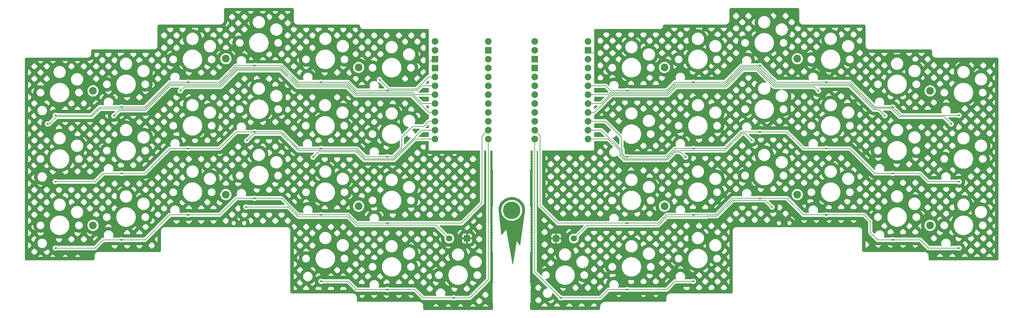
<source format=gbr>
%TF.GenerationSoftware,KiCad,Pcbnew,9.0.4*%
%TF.CreationDate,2025-09-16T20:03:49+03:00*%
%TF.ProjectId,KOMETA,4b4f4d45-5441-42e6-9b69-6361645f7063,rev?*%
%TF.SameCoordinates,Original*%
%TF.FileFunction,Copper,L1,Top*%
%TF.FilePolarity,Positive*%
%FSLAX46Y46*%
G04 Gerber Fmt 4.6, Leading zero omitted, Abs format (unit mm)*
G04 Created by KiCad (PCBNEW 9.0.4) date 2025-09-16 20:03:49*
%MOMM*%
%LPD*%
G01*
G04 APERTURE LIST*
G04 Aperture macros list*
%AMRoundRect*
0 Rectangle with rounded corners*
0 $1 Rounding radius*
0 $2 $3 $4 $5 $6 $7 $8 $9 X,Y pos of 4 corners*
0 Add a 4 corners polygon primitive as box body*
4,1,4,$2,$3,$4,$5,$6,$7,$8,$9,$2,$3,0*
0 Add four circle primitives for the rounded corners*
1,1,$1+$1,$2,$3*
1,1,$1+$1,$4,$5*
1,1,$1+$1,$6,$7*
1,1,$1+$1,$8,$9*
0 Add four rect primitives between the rounded corners*
20,1,$1+$1,$2,$3,$4,$5,0*
20,1,$1+$1,$4,$5,$6,$7,0*
20,1,$1+$1,$6,$7,$8,$9,0*
20,1,$1+$1,$8,$9,$2,$3,0*%
G04 Aperture macros list end*
%TA.AperFunction,Conductor*%
%ADD10C,0.200000*%
%TD*%
%TA.AperFunction,NonConductor*%
%ADD11C,0.000000*%
%TD*%
%TA.AperFunction,ComponentPad*%
%ADD12C,2.200000*%
%TD*%
%TA.AperFunction,ComponentPad*%
%ADD13C,1.800000*%
%TD*%
%TA.AperFunction,ComponentPad*%
%ADD14RoundRect,0.200000X-0.700000X0.700000X-0.700000X-0.700000X0.700000X-0.700000X0.700000X0.700000X0*%
%TD*%
%TA.AperFunction,ComponentPad*%
%ADD15O,1.900000X1.900000*%
%TD*%
%TA.AperFunction,ComponentPad*%
%ADD16RoundRect,0.250000X-0.700000X-0.700000X0.700000X-0.700000X0.700000X0.700000X-0.700000X0.700000X0*%
%TD*%
%TA.AperFunction,ComponentPad*%
%ADD17C,5.000000*%
%TD*%
%TA.AperFunction,ComponentPad*%
%ADD18RoundRect,0.200000X0.700000X-0.700000X0.700000X0.700000X-0.700000X0.700000X-0.700000X-0.700000X0*%
%TD*%
%TA.AperFunction,ViaPad*%
%ADD19C,0.500000*%
%TD*%
G04 APERTURE END LIST*
D10*
%TO.N,GND_R*%
X229250000Y-119820000D02*
X231490000Y-121050000D01*
D11*
%TA.AperFunction,NonConductor*%
G36*
X207656164Y-161918899D02*
G01*
X207903342Y-161947400D01*
X208148593Y-161992168D01*
X208391087Y-162053188D01*
X208629994Y-162130448D01*
X208864484Y-162223933D01*
X209093726Y-162333630D01*
X209316892Y-162459526D01*
X209536850Y-162593578D01*
X209669239Y-162678585D01*
X209797005Y-162769348D01*
X209919995Y-162865664D01*
X210038055Y-162967333D01*
X210151032Y-163074154D01*
X210258773Y-163185925D01*
X210361124Y-163302444D01*
X210457931Y-163423512D01*
X210549042Y-163548926D01*
X210634304Y-163678485D01*
X210713562Y-163811988D01*
X210786664Y-163949234D01*
X210853456Y-164090022D01*
X210913784Y-164234150D01*
X210967497Y-164381416D01*
X211014439Y-164531621D01*
X211037908Y-164617708D01*
X211059054Y-164704282D01*
X211077873Y-164791295D01*
X211094363Y-164878701D01*
X211108520Y-164966453D01*
X211120341Y-165054504D01*
X211129823Y-165142807D01*
X211136963Y-165231315D01*
X211141758Y-165319982D01*
X211144205Y-165408760D01*
X211144299Y-165497602D01*
X211142039Y-165586462D01*
X211137421Y-165675293D01*
X211130443Y-165764047D01*
X211121099Y-165852679D01*
X211109389Y-165941140D01*
X209738435Y-175683791D01*
X209736928Y-175691875D01*
X209734846Y-175699573D01*
X209732219Y-175706875D01*
X209729081Y-175713778D01*
X209725463Y-175720273D01*
X209721397Y-175726355D01*
X209716915Y-175732017D01*
X209712048Y-175737253D01*
X209706831Y-175742057D01*
X209701293Y-175746422D01*
X209695467Y-175750342D01*
X209689385Y-175753811D01*
X209683080Y-175756821D01*
X209676583Y-175759367D01*
X209669925Y-175761443D01*
X209663140Y-175763042D01*
X209656260Y-175764157D01*
X209649315Y-175764783D01*
X209642339Y-175764912D01*
X209635362Y-175764539D01*
X209628418Y-175763658D01*
X209621538Y-175762261D01*
X209614755Y-175760342D01*
X209608099Y-175757896D01*
X209601604Y-175754916D01*
X209595302Y-175751394D01*
X209589223Y-175747326D01*
X209583401Y-175742704D01*
X209577867Y-175737523D01*
X209572653Y-175731776D01*
X209567792Y-175725456D01*
X209563315Y-175718557D01*
X208922915Y-174641410D01*
X208918472Y-174634562D01*
X208913649Y-174628283D01*
X208908476Y-174622567D01*
X208902986Y-174617408D01*
X208897209Y-174612801D01*
X208891178Y-174608738D01*
X208884923Y-174605215D01*
X208878476Y-174602224D01*
X208871869Y-174599761D01*
X208865133Y-174597819D01*
X208858299Y-174596392D01*
X208851399Y-174595473D01*
X208844465Y-174595058D01*
X208837528Y-174595140D01*
X208830619Y-174595713D01*
X208823770Y-174596771D01*
X208817012Y-174598308D01*
X208810376Y-174600319D01*
X208803895Y-174602796D01*
X208797600Y-174605734D01*
X208791522Y-174609127D01*
X208785692Y-174612969D01*
X208780142Y-174617254D01*
X208774904Y-174621976D01*
X208770009Y-174627129D01*
X208765488Y-174632707D01*
X208761373Y-174638704D01*
X208757695Y-174645114D01*
X208754487Y-174651931D01*
X208751778Y-174659149D01*
X208749601Y-174666762D01*
X208747988Y-174674764D01*
X207717892Y-181073625D01*
X207715918Y-181083194D01*
X207713206Y-181092152D01*
X207709807Y-181100500D01*
X207705769Y-181108237D01*
X207701140Y-181115363D01*
X207695970Y-181121878D01*
X207690307Y-181127781D01*
X207684200Y-181133071D01*
X207677697Y-181137749D01*
X207670848Y-181141813D01*
X207663701Y-181145264D01*
X207656305Y-181148101D01*
X207648708Y-181150323D01*
X207640960Y-181151930D01*
X207633109Y-181152922D01*
X207625204Y-181153299D01*
X207617294Y-181153059D01*
X207609427Y-181152203D01*
X207601652Y-181150729D01*
X207594018Y-181148639D01*
X207586574Y-181145930D01*
X207579368Y-181142603D01*
X207572450Y-181138658D01*
X207565867Y-181134093D01*
X207559669Y-181128909D01*
X207553904Y-181123105D01*
X207548622Y-181116681D01*
X207543870Y-181109636D01*
X207539699Y-181101970D01*
X207536155Y-181093682D01*
X207533289Y-181084773D01*
X207531149Y-181075240D01*
X205799717Y-171394060D01*
X205798135Y-171386768D01*
X205796070Y-171379793D01*
X205793549Y-171373142D01*
X205790596Y-171366821D01*
X205787236Y-171360837D01*
X205783493Y-171355196D01*
X205779393Y-171349905D01*
X205774961Y-171344970D01*
X205770221Y-171340398D01*
X205765198Y-171336195D01*
X205759917Y-171332368D01*
X205754403Y-171328924D01*
X205748680Y-171325869D01*
X205742774Y-171323209D01*
X205736710Y-171320951D01*
X205730512Y-171319102D01*
X205724205Y-171317668D01*
X205717814Y-171316655D01*
X205711364Y-171316071D01*
X205704880Y-171315922D01*
X205698387Y-171316213D01*
X205691908Y-171316953D01*
X205685471Y-171318147D01*
X205679098Y-171319801D01*
X205672815Y-171321923D01*
X205666647Y-171324519D01*
X205660619Y-171327595D01*
X205654756Y-171331159D01*
X205649082Y-171335215D01*
X205643622Y-171339772D01*
X205638402Y-171344836D01*
X205633445Y-171350412D01*
X204515078Y-172705172D01*
X204509962Y-172710918D01*
X204504573Y-172716116D01*
X204498938Y-172720774D01*
X204493085Y-172724900D01*
X204487038Y-172728502D01*
X204480825Y-172731587D01*
X204474472Y-172734163D01*
X204468007Y-172736239D01*
X204461455Y-172737822D01*
X204454843Y-172738920D01*
X204448198Y-172739540D01*
X204441546Y-172739690D01*
X204434914Y-172739379D01*
X204428329Y-172738614D01*
X204421817Y-172737403D01*
X204415404Y-172735753D01*
X204409117Y-172733673D01*
X204402984Y-172731171D01*
X204397030Y-172728253D01*
X204391282Y-172724928D01*
X204385766Y-172721204D01*
X204380510Y-172717089D01*
X204375539Y-172712590D01*
X204370881Y-172707715D01*
X204366562Y-172702472D01*
X204362608Y-172696869D01*
X204359047Y-172690913D01*
X204355904Y-172684613D01*
X204353207Y-172677976D01*
X204350981Y-172671010D01*
X204349254Y-172663723D01*
X204348052Y-172656123D01*
X203582393Y-165824899D01*
X203572866Y-165735227D01*
X203566163Y-165650333D01*
X204360715Y-165650333D01*
X204362081Y-165804091D01*
X204371127Y-165955957D01*
X204387669Y-166105739D01*
X204411522Y-166253248D01*
X204442502Y-166398292D01*
X204480424Y-166540682D01*
X204525103Y-166680225D01*
X204576356Y-166816732D01*
X204633997Y-166950011D01*
X204697841Y-167079872D01*
X204767705Y-167206125D01*
X204843404Y-167328577D01*
X204924753Y-167447040D01*
X205011567Y-167561321D01*
X205103662Y-167671231D01*
X205200854Y-167776578D01*
X205302957Y-167877172D01*
X205409787Y-167972822D01*
X205521160Y-168063337D01*
X205636891Y-168148527D01*
X205756796Y-168228200D01*
X205880689Y-168302167D01*
X206008387Y-168370235D01*
X206139705Y-168432216D01*
X206274457Y-168487917D01*
X206412460Y-168537149D01*
X206553529Y-168579720D01*
X206697480Y-168615439D01*
X206844127Y-168644117D01*
X206993287Y-168665562D01*
X207144774Y-168679583D01*
X207298404Y-168685990D01*
X207452162Y-168684624D01*
X207604027Y-168675578D01*
X207753810Y-168659036D01*
X207901318Y-168635183D01*
X208046363Y-168604203D01*
X208188752Y-168566281D01*
X208328295Y-168521602D01*
X208464802Y-168470349D01*
X208598081Y-168412708D01*
X208727943Y-168348864D01*
X208854195Y-168279000D01*
X208976648Y-168203301D01*
X209095110Y-168121952D01*
X209209392Y-168035138D01*
X209319301Y-167943043D01*
X209424648Y-167845851D01*
X209525242Y-167743748D01*
X209620892Y-167636918D01*
X209711407Y-167525545D01*
X209796597Y-167409813D01*
X209876271Y-167289909D01*
X209950237Y-167166016D01*
X210018306Y-167038318D01*
X210080287Y-166907000D01*
X210135988Y-166772248D01*
X210185220Y-166634245D01*
X210227791Y-166493176D01*
X210263510Y-166349225D01*
X210292188Y-166202578D01*
X210313632Y-166053418D01*
X210327654Y-165901931D01*
X210334060Y-165748301D01*
X210332695Y-165594543D01*
X210323649Y-165442678D01*
X210307107Y-165292895D01*
X210283254Y-165145386D01*
X210252274Y-165000342D01*
X210214352Y-164857953D01*
X210169672Y-164718410D01*
X210118420Y-164581903D01*
X210060779Y-164448624D01*
X209996934Y-164318762D01*
X209927070Y-164192510D01*
X209851372Y-164070057D01*
X209770023Y-163951595D01*
X209683209Y-163837313D01*
X209591113Y-163727404D01*
X209493922Y-163622057D01*
X209391819Y-163521463D01*
X209284988Y-163425813D01*
X209173615Y-163335298D01*
X209057884Y-163250108D01*
X208937979Y-163170435D01*
X208814086Y-163096468D01*
X208686388Y-163028399D01*
X208555071Y-162966419D01*
X208420318Y-162910717D01*
X208282315Y-162861486D01*
X208141246Y-162818915D01*
X207997296Y-162783195D01*
X207850649Y-162754517D01*
X207701489Y-162733073D01*
X207550002Y-162719052D01*
X207396372Y-162712645D01*
X207242614Y-162714010D01*
X207090749Y-162723056D01*
X206940966Y-162739598D01*
X206793457Y-162763451D01*
X206648413Y-162794431D01*
X206506023Y-162832353D01*
X206366480Y-162877033D01*
X206229973Y-162928285D01*
X206096694Y-162985926D01*
X205966833Y-163049771D01*
X205840580Y-163119635D01*
X205718128Y-163195334D01*
X205599665Y-163276682D01*
X205485384Y-163363497D01*
X205375474Y-163455592D01*
X205270127Y-163552783D01*
X205169533Y-163654886D01*
X205073883Y-163761717D01*
X204983368Y-163873090D01*
X204898178Y-163988821D01*
X204818505Y-164108726D01*
X204744538Y-164232619D01*
X204676469Y-164360317D01*
X204614489Y-164491634D01*
X204558788Y-164626387D01*
X204509556Y-164764390D01*
X204466985Y-164905459D01*
X204431266Y-165049409D01*
X204402588Y-165196057D01*
X204381143Y-165345216D01*
X204367122Y-165496703D01*
X204360715Y-165650333D01*
X203566163Y-165650333D01*
X203565777Y-165645445D01*
X203561120Y-165555603D01*
X203558891Y-165465749D01*
X203559086Y-165375931D01*
X203561698Y-165286200D01*
X203566724Y-165196604D01*
X203574159Y-165107191D01*
X203583999Y-165018011D01*
X203596237Y-164929112D01*
X203610870Y-164840544D01*
X203627892Y-164752356D01*
X203647299Y-164664595D01*
X203669087Y-164577311D01*
X203693250Y-164490554D01*
X203719783Y-164404371D01*
X203771293Y-164256689D01*
X203829433Y-164112147D01*
X203894044Y-163970940D01*
X203964966Y-163833263D01*
X204042041Y-163699311D01*
X204125110Y-163569278D01*
X204214015Y-163443359D01*
X204308596Y-163321749D01*
X204408695Y-163204642D01*
X204514153Y-163092234D01*
X204624811Y-162984719D01*
X204740510Y-162882291D01*
X204861092Y-162785146D01*
X204986398Y-162693479D01*
X205116268Y-162607483D01*
X205250545Y-162527354D01*
X205481784Y-162396627D01*
X205708958Y-162278117D01*
X205941675Y-162175997D01*
X206179104Y-162090251D01*
X206420416Y-162020868D01*
X206664780Y-161967832D01*
X206911367Y-161931131D01*
X207159347Y-161910751D01*
X207407889Y-161906678D01*
X207656164Y-161918899D01*
G37*
%TD.AperFunction*%
%TD*%
D12*
%TO.P,H4,*%
%TO.N,*%
X87548000Y-170000000D03*
%TD*%
%TO.P,H3,*%
%TO.N,*%
X289050000Y-122300000D03*
%TD*%
%TO.P,H12,*%
%TO.N,*%
X251050000Y-164500000D03*
%TD*%
%TO.P,H11,*%
%TO.N,*%
X327050000Y-170000000D03*
%TD*%
%TO.P,H8,*%
%TO.N,*%
X327050000Y-131500000D03*
%TD*%
%TO.P,H2,*%
%TO.N,*%
X125550000Y-161200000D03*
%TD*%
%TO.P,H7,*%
%TO.N,*%
X163550000Y-124800000D03*
%TD*%
D13*
%TO.P,PW_R1,1,BAT+*%
%TO.N,Net-(PS_R1-B)*%
X225140000Y-173750000D03*
D14*
%TO.P,PW_R1,2,BAT-*%
%TO.N,GND_R*%
X220060000Y-173750000D03*
%TD*%
D15*
%TO.P,SM_L1,1,TX0/D3*%
%TO.N,unconnected-(SM_L1-TX0{slash}D3-Pad1)*%
X185367540Y-117334195D03*
%TO.P,SM_L1,2,RX1/D2*%
%TO.N,unconnected-(SM_L1-RX1{slash}D2-Pad2)*%
X185367540Y-119874195D03*
D16*
%TO.P,SM_L1,3,GND*%
%TO.N,GND_L*%
X185367540Y-122414195D03*
%TO.P,SM_L1,4,GND*%
%TO.N,unconnected-(SM_L1-GND-Pad4)*%
X185367540Y-124954195D03*
D15*
%TO.P,SM_L1,5,2/D1/SDA*%
%TO.N,COL_L5*%
X185367540Y-127494195D03*
%TO.P,SM_L1,6,3/D0/SCL*%
%TO.N,ROW_L0*%
X185367540Y-130034195D03*
%TO.P,SM_L1,7,4/D4*%
%TO.N,COL_L0*%
X185367540Y-132574195D03*
%TO.P,SM_L1,8,5/C6*%
%TO.N,COL_L1*%
X185367540Y-135114195D03*
%TO.P,SM_L1,9,6/D7*%
%TO.N,COL_L2*%
X185367540Y-137654195D03*
%TO.P,SM_L1,10,7/E6*%
%TO.N,ROW_L1*%
X185367540Y-140194195D03*
%TO.P,SM_L1,11,8/B4*%
%TO.N,COL_L3*%
X185367540Y-142734195D03*
%TO.P,SM_L1,12,9/B5*%
%TO.N,COL_L4*%
X185367540Y-145274195D03*
%TO.P,SM_L1,13,B6/10*%
%TO.N,ROW_L3*%
X200607540Y-145274195D03*
%TO.P,SM_L1,14,B2/16*%
%TO.N,ROW_L2*%
X200607540Y-142734195D03*
%TO.P,SM_L1,15,B3/14*%
%TO.N,unconnected-(SM_L1-B3{slash}14-Pad15)*%
X200607540Y-140194195D03*
%TO.P,SM_L1,16,B1/15*%
%TO.N,unconnected-(SM_L1-B1{slash}15-Pad16)*%
X200607540Y-137654195D03*
%TO.P,SM_L1,17,F7/A0*%
%TO.N,unconnected-(SM_L1-F7{slash}A0-Pad17)*%
X200607540Y-135114195D03*
%TO.P,SM_L1,18,F6/A1*%
%TO.N,unconnected-(SM_L1-F6{slash}A1-Pad18)*%
X200607540Y-132574195D03*
%TO.P,SM_L1,19,F5/A2*%
%TO.N,unconnected-(SM_L1-F5{slash}A2-Pad19)*%
X200607540Y-130034195D03*
%TO.P,SM_L1,20,F4/A3*%
%TO.N,unconnected-(SM_L1-F4{slash}A3-Pad20)*%
X200607540Y-127494195D03*
%TO.P,SM_L1,21,VCC*%
%TO.N,unconnected-(SM_L1-VCC-Pad21)*%
X200607540Y-124954195D03*
%TO.P,SM_L1,22,RST*%
%TO.N,RESET_L*%
X200607540Y-122414195D03*
D16*
%TO.P,SM_L1,23,GND*%
%TO.N,unconnected-(SM_L1-GND-Pad23)*%
X200607540Y-119874195D03*
D15*
%TO.P,SM_L1,24,RAW*%
%TO.N,RAW_L*%
X200607540Y-117334195D03*
%TD*%
D12*
%TO.P,H5,*%
%TO.N,*%
X163550000Y-164500000D03*
%TD*%
D17*
%TO.P,KeyChainHole1,*%
%TO.N,*%
X207299999Y-165700000D03*
%TD*%
D12*
%TO.P,H10,*%
%TO.N,*%
X125550000Y-122300000D03*
%TD*%
%TO.P,H9,*%
%TO.N,*%
X251050000Y-124800000D03*
%TD*%
%TO.P,H1,*%
%TO.N,*%
X87550000Y-131500000D03*
%TD*%
%TO.P,H6,*%
%TO.N,*%
X289050000Y-161200000D03*
%TD*%
D15*
%TO.P,SM_R1,1,TX0/D3*%
%TO.N,unconnected-(SM_R1-TX0{slash}D3-Pad1)*%
X213918540Y-117334195D03*
%TO.P,SM_R1,2,RX1/D2*%
%TO.N,unconnected-(SM_R1-RX1{slash}D2-Pad2)*%
X213918540Y-119874195D03*
D16*
%TO.P,SM_R1,3,GND*%
%TO.N,unconnected-(SM_R1-GND-Pad3)*%
X213918540Y-122414195D03*
%TO.P,SM_R1,4,GND*%
%TO.N,unconnected-(SM_R1-GND-Pad4)*%
X213918540Y-124954195D03*
D15*
%TO.P,SM_R1,5,2/D1/SDA*%
%TO.N,unconnected-(SM_R1-2{slash}D1{slash}SDA-Pad5)*%
X213918540Y-127494195D03*
%TO.P,SM_R1,6,3/D0/SCL*%
%TO.N,unconnected-(SM_R1-3{slash}D0{slash}SCL-Pad6)*%
X213918540Y-130034195D03*
%TO.P,SM_R1,7,4/D4*%
%TO.N,unconnected-(SM_R1-4{slash}D4-Pad7)*%
X213918540Y-132574195D03*
%TO.P,SM_R1,8,5/C6*%
%TO.N,unconnected-(SM_R1-5{slash}C6-Pad8)*%
X213918540Y-135114195D03*
%TO.P,SM_R1,9,6/D7*%
%TO.N,unconnected-(SM_R1-6{slash}D7-Pad9)*%
X213918540Y-137654195D03*
%TO.P,SM_R1,10,7/E6*%
%TO.N,unconnected-(SM_R1-7{slash}E6-Pad10)*%
X213918540Y-140194195D03*
%TO.P,SM_R1,11,8/B4*%
%TO.N,ROW_R2*%
X213918540Y-142734195D03*
%TO.P,SM_R1,12,9/B5*%
%TO.N,ROW_R3*%
X213918540Y-145274195D03*
%TO.P,SM_R1,13,B6/10*%
%TO.N,COL_R1*%
X229158540Y-145274195D03*
%TO.P,SM_R1,14,B2/16*%
%TO.N,COL_R2*%
X229158540Y-142734195D03*
%TO.P,SM_R1,15,B3/14*%
%TO.N,ROW_R1*%
X229158540Y-140194195D03*
%TO.P,SM_R1,16,B1/15*%
%TO.N,COL_R3*%
X229158540Y-137654195D03*
%TO.P,SM_R1,17,F7/A0*%
%TO.N,COL_R4*%
X229158540Y-135114195D03*
%TO.P,SM_R1,18,F6/A1*%
%TO.N,COL_R5*%
X229158540Y-132574195D03*
%TO.P,SM_R1,19,F5/A2*%
%TO.N,ROW_R0*%
X229158540Y-130034195D03*
%TO.P,SM_R1,20,F4/A3*%
%TO.N,COL_R0*%
X229158540Y-127494195D03*
%TO.P,SM_R1,21,VCC*%
%TO.N,unconnected-(SM_R1-VCC-Pad21)*%
X229158540Y-124954195D03*
%TO.P,SM_R1,22,RST*%
%TO.N,RESET_R*%
X229158540Y-122414195D03*
D16*
%TO.P,SM_R1,23,GND*%
%TO.N,GND_R*%
X229158540Y-119874195D03*
D15*
%TO.P,SM_R1,24,RAW*%
%TO.N,RAW_R*%
X229158540Y-117334195D03*
%TD*%
D13*
%TO.P,PW_L1,1,BAT+*%
%TO.N,Net-(PS_L1-B)*%
X189460000Y-173750000D03*
D18*
%TO.P,PW_L1,2,BAT-*%
%TO.N,GND_L*%
X194540000Y-173750000D03*
%TD*%
D19*
%TO.N,ROW_L0*%
X95750000Y-136125000D03*
X114750000Y-129000000D03*
X133750000Y-124250000D03*
X76750000Y-138500000D03*
X171750000Y-131375000D03*
X152750000Y-129000000D03*
%TO.N,ROW_L1*%
X133750000Y-143250000D03*
X114750000Y-148000000D03*
X76750000Y-157500000D03*
X171750000Y-150375000D03*
X152750000Y-148000000D03*
X95750000Y-155125000D03*
%TO.N,ROW_L2*%
X114750000Y-167000000D03*
X171750000Y-169375000D03*
X133750000Y-162250000D03*
X76750000Y-176500000D03*
X95750000Y-174125000D03*
X152750000Y-167000000D03*
%TO.N,ROW_L3*%
X152750000Y-186000000D03*
X190750000Y-190751000D03*
X171750000Y-188375000D03*
%TO.N,ROW_R0*%
X316350000Y-136125000D03*
X240350000Y-131375000D03*
X335350000Y-138500000D03*
X259350000Y-129000000D03*
X297350000Y-129000000D03*
X278350000Y-124250000D03*
%TO.N,ROW_R1*%
X297350000Y-148000000D03*
X335350000Y-157500000D03*
X259350000Y-148000000D03*
X240350000Y-150375000D03*
X316350000Y-155125000D03*
X278350000Y-143250000D03*
%TO.N,ROW_R2*%
X335350000Y-176500000D03*
X278350000Y-162250000D03*
X259350000Y-167000000D03*
X240350000Y-169375000D03*
X297350000Y-167000000D03*
X316350000Y-174125000D03*
%TO.N,ROW_R3*%
X240350000Y-188375000D03*
X221350000Y-190751000D03*
X259350000Y-186000000D03*
%TO.N,COL_L5*%
X169500000Y-128300000D03*
%TO.N,COL_L3*%
X131500000Y-145750000D03*
%TO.N,COL_L0*%
X74500000Y-141000000D03*
%TO.N,COL_L4*%
X150500000Y-150500000D03*
%TO.N,COL_L2*%
X112500000Y-131500000D03*
%TO.N,COL_L1*%
X93500000Y-138650000D03*
%TO.N,COL_R1*%
X257100000Y-150500000D03*
%TO.N,COL_R3*%
X295100000Y-131500000D03*
%TO.N,COL_R4*%
X314100000Y-138600000D03*
%TO.N,COL_R2*%
X276100000Y-145750000D03*
%TO.N,COL_R5*%
X333100000Y-141000000D03*
%TO.N,Net-(PS_L1-B)*%
X131300000Y-164750000D03*
%TO.N,Net-(PS_R1-B)*%
X281800000Y-164750000D03*
%TD*%
D10*
%TO.N,ROW_L0*%
X128500000Y-124250000D02*
X133750000Y-124250000D01*
X171750000Y-131375000D02*
X180292100Y-131375000D01*
X160550000Y-129000000D02*
X162925000Y-131375000D01*
X146250000Y-129000000D02*
X152750000Y-129000000D01*
X162925000Y-131375000D02*
X171750000Y-131375000D01*
X76750000Y-138500000D02*
X87050000Y-138500000D01*
X109500000Y-129000000D02*
X114750000Y-129000000D01*
X102375000Y-136125000D02*
X109500000Y-129000000D01*
X114750000Y-129000000D02*
X123750000Y-129000000D01*
X181632100Y-130035000D02*
X185380000Y-130035000D01*
X152750000Y-129000000D02*
X160550000Y-129000000D01*
X141500000Y-124250000D02*
X146250000Y-129000000D01*
X89425000Y-136125000D02*
X95750000Y-136125000D01*
X95750000Y-136125000D02*
X102375000Y-136125000D01*
X133750000Y-124250000D02*
X141500000Y-124250000D01*
X123750000Y-129000000D02*
X128500000Y-124250000D01*
X87050000Y-138500000D02*
X89425000Y-136125000D01*
X180292100Y-131375000D02*
X181632100Y-130035000D01*
%TO.N,ROW_L1*%
X128500000Y-143250000D02*
X133750000Y-143250000D01*
X114750000Y-148000000D02*
X123750000Y-148000000D01*
X173425000Y-150375000D02*
X175876000Y-147924000D01*
X175876000Y-144799257D02*
X178975367Y-141699890D01*
X88075000Y-157500000D02*
X90450000Y-155125000D01*
X182100110Y-141699890D02*
X183605000Y-140195000D01*
X185380000Y-140195000D02*
X183605000Y-140195000D01*
X163050000Y-148000000D02*
X165425000Y-150375000D01*
X133750000Y-143250000D02*
X141500000Y-143250000D01*
X141500000Y-143250000D02*
X146250000Y-148000000D01*
X90450000Y-155125000D02*
X95750000Y-155125000D01*
X165425000Y-150375000D02*
X171750000Y-150375000D01*
X178975367Y-141699890D02*
X182100110Y-141699890D01*
X76750000Y-157500000D02*
X88075000Y-157500000D01*
X95750000Y-155125000D02*
X102375000Y-155125000D01*
X109500000Y-148000000D02*
X114750000Y-148000000D01*
X102375000Y-155125000D02*
X109500000Y-148000000D01*
X175876000Y-147924000D02*
X175876000Y-144799257D01*
X146250000Y-148000000D02*
X152750000Y-148000000D01*
X173425000Y-150375000D02*
X171750000Y-150375000D01*
X152750000Y-148000000D02*
X163050000Y-148000000D01*
X123750000Y-148000000D02*
X128500000Y-143250000D01*
%TO.N,ROW_L2*%
X95750000Y-174125000D02*
X102375000Y-174125000D01*
X198850000Y-144505000D02*
X198850000Y-163550000D01*
X76750000Y-176500000D02*
X88075000Y-176500000D01*
X152750000Y-167000000D02*
X160550000Y-167000000D01*
X123750000Y-167000000D02*
X128500000Y-162250000D01*
X146250000Y-167000000D02*
X152750000Y-167000000D01*
X90450000Y-174125000D02*
X95750000Y-174125000D01*
X198850000Y-163550000D02*
X193025000Y-169375000D01*
X102375000Y-174125000D02*
X109500000Y-167000000D01*
X160550000Y-167000000D02*
X162925000Y-169375000D01*
X88075000Y-176500000D02*
X90450000Y-174125000D01*
X200620000Y-142735000D02*
X198850000Y-144505000D01*
X109500000Y-167000000D02*
X114750000Y-167000000D01*
X141500000Y-162250000D02*
X146250000Y-167000000D01*
X162925000Y-169375000D02*
X171750000Y-169375000D01*
X133750000Y-162250000D02*
X141500000Y-162250000D01*
X114750000Y-167000000D02*
X123750000Y-167000000D01*
X193025000Y-169375000D02*
X171750000Y-169375000D01*
X128500000Y-162250000D02*
X133750000Y-162250000D01*
%TO.N,ROW_L3*%
X152750000Y-186000000D02*
X160550000Y-186000000D01*
X200620000Y-185480000D02*
X195349000Y-190751000D01*
X179550000Y-188375000D02*
X181926000Y-190751000D01*
X195349000Y-190751000D02*
X190750000Y-190751000D01*
X160550000Y-186000000D02*
X162925000Y-188375000D01*
X181926000Y-190751000D02*
X190750000Y-190751000D01*
X171750000Y-188375000D02*
X179550000Y-188375000D01*
X200620000Y-145275000D02*
X200620000Y-185480000D01*
X162925000Y-188375000D02*
X171750000Y-188375000D01*
%TO.N,ROW_R0*%
X259350000Y-129000000D02*
X254050000Y-129000000D01*
X311275000Y-136125000D02*
X304150000Y-129000000D01*
X318725000Y-138500000D02*
X316350000Y-136125000D01*
X316350000Y-136125000D02*
X311275000Y-136125000D01*
X254050000Y-129000000D02*
X251675000Y-131375000D01*
X229171000Y-130035000D02*
X234235000Y-130035000D01*
X273100000Y-124250000D02*
X268350000Y-129000000D01*
X335350000Y-138500000D02*
X318725000Y-138500000D01*
X268350000Y-129000000D02*
X259350000Y-129000000D01*
X278350000Y-124250000D02*
X273100000Y-124250000D01*
X234235000Y-130035000D02*
X235575000Y-131375000D01*
X235575000Y-131375000D02*
X240650000Y-131375000D01*
X283100000Y-129000000D02*
X278350000Y-124250000D01*
X251675000Y-131375000D02*
X240650000Y-131375000D01*
X297350000Y-129000000D02*
X283100000Y-129000000D01*
X304150000Y-129000000D02*
X297350000Y-129000000D01*
X240650000Y-131375000D02*
X240350000Y-131375000D01*
%TO.N,ROW_R1*%
X297350000Y-148000000D02*
X290850000Y-148000000D01*
X311225000Y-155125000D02*
X304100000Y-148000000D01*
X324175000Y-155125000D02*
X316350000Y-155125000D01*
X239100000Y-149650000D02*
X239825000Y-150375000D01*
X273100000Y-143250000D02*
X268350000Y-148000000D01*
X326550000Y-157500000D02*
X324175000Y-155125000D01*
X238724000Y-144799257D02*
X234119743Y-140195000D01*
X238724000Y-147924000D02*
X238724000Y-144799257D01*
X259350000Y-148000000D02*
X254000000Y-148000000D01*
X234119743Y-140195000D02*
X229171000Y-140195000D01*
X254000000Y-148000000D02*
X251625000Y-150375000D01*
X335350000Y-157500000D02*
X326550000Y-157500000D01*
X278350000Y-143250000D02*
X273100000Y-143250000D01*
X286100000Y-143250000D02*
X278350000Y-143250000D01*
X239100000Y-148300000D02*
X239100000Y-149650000D01*
X251625000Y-150375000D02*
X240350000Y-150375000D01*
X268350000Y-148000000D02*
X259350000Y-148000000D01*
X304100000Y-148000000D02*
X297350000Y-148000000D01*
X239100000Y-148300000D02*
X238724000Y-147924000D01*
X316350000Y-155125000D02*
X311225000Y-155125000D01*
X290850000Y-148000000D02*
X286100000Y-143250000D01*
X239825000Y-150375000D02*
X240350000Y-150375000D01*
%TO.N,ROW_R2*%
X286100000Y-162250000D02*
X278350000Y-162250000D01*
X259350000Y-167000000D02*
X251650000Y-167000000D01*
X326600000Y-176500000D02*
X324225000Y-174125000D01*
X335350000Y-176500000D02*
X326600000Y-176500000D01*
X215450000Y-164300000D02*
X215450000Y-144254000D01*
X240350000Y-169375000D02*
X220525000Y-169375000D01*
X324225000Y-174125000D02*
X316350000Y-174125000D01*
X309950000Y-172050000D02*
X309950000Y-168800000D01*
X312025000Y-174125000D02*
X309950000Y-172050000D01*
X290850000Y-167000000D02*
X286100000Y-162250000D01*
X220525000Y-169375000D02*
X215450000Y-164300000D01*
X278350000Y-162250000D02*
X270600000Y-162250000D01*
X249275000Y-169375000D02*
X240350000Y-169375000D01*
X309950000Y-168800000D02*
X308150000Y-167000000D01*
X270600000Y-162250000D02*
X265850000Y-167000000D01*
X265850000Y-167000000D02*
X259350000Y-167000000D01*
X316350000Y-174125000D02*
X312025000Y-174125000D01*
X215450000Y-144254000D02*
X213931000Y-142735000D01*
X297350000Y-167000000D02*
X290850000Y-167000000D01*
X251650000Y-167000000D02*
X249275000Y-169375000D01*
X308150000Y-167000000D02*
X297350000Y-167000000D01*
%TO.N,ROW_R3*%
X221350000Y-190751000D02*
X213931000Y-183332000D01*
X213931000Y-183332000D02*
X213931000Y-145275000D01*
X232649000Y-190751000D02*
X221350000Y-190751000D01*
X235025000Y-188375000D02*
X232649000Y-190751000D01*
X251675000Y-188375000D02*
X240350000Y-188375000D01*
X240350000Y-188375000D02*
X235025000Y-188375000D01*
X254050000Y-186000000D02*
X251675000Y-188375000D01*
X259350000Y-186000000D02*
X254050000Y-186000000D01*
%TO.N,GND_L*%
X184715805Y-122414195D02*
X182970000Y-124160000D01*
X185367540Y-122414195D02*
X184715805Y-122414195D01*
%TO.N,COL_L5*%
X180126000Y-130974000D02*
X172174000Y-130974000D01*
X185380000Y-127495000D02*
X183605000Y-127495000D01*
X183605000Y-127495000D02*
X180126000Y-130974000D01*
X172174000Y-130974000D02*
X169500000Y-128300000D01*
%TO.N,COL_L3*%
X173441100Y-150926000D02*
X181632100Y-142735000D01*
X133449000Y-143801000D02*
X141483900Y-143801000D01*
X146233900Y-148551000D02*
X163033900Y-148551000D01*
X181632100Y-142735000D02*
X185380000Y-142735000D01*
X131500000Y-145750000D02*
X133449000Y-143801000D01*
X165408900Y-150926000D02*
X173441100Y-150926000D01*
X141483900Y-143801000D02*
X146233900Y-148551000D01*
X185380000Y-142735000D02*
X185380000Y-142730000D01*
X163033900Y-148551000D02*
X165408900Y-150926000D01*
%TO.N,COL_L0*%
X179659200Y-132575000D02*
X179010200Y-131926000D01*
X185380000Y-132575000D02*
X179659200Y-132575000D01*
X160533900Y-129551000D02*
X146233900Y-129551000D01*
X102391100Y-136676000D02*
X89441100Y-136676000D01*
X123766100Y-129551000D02*
X109516100Y-129551000D01*
X146233900Y-129551000D02*
X141483900Y-124801000D01*
X89441100Y-136676000D02*
X87216100Y-138901000D01*
X87216100Y-138901000D02*
X77128232Y-138901000D01*
X109516100Y-129551000D02*
X102391100Y-136676000D01*
X141483900Y-124801000D02*
X128516100Y-124801000D01*
X128516100Y-124801000D02*
X123766100Y-129551000D01*
X75029232Y-141000000D02*
X74500000Y-141000000D01*
X162908900Y-131926000D02*
X160533900Y-129551000D01*
X77128232Y-138901000D02*
X75029232Y-141000000D01*
X179010200Y-131926000D02*
X162908900Y-131926000D01*
%TO.N,COL_L4*%
X185380000Y-145275000D02*
X179659200Y-145275000D01*
X162867800Y-148952000D02*
X152048000Y-148952000D01*
X165242800Y-151327000D02*
X162867800Y-148952000D01*
X173607200Y-151327000D02*
X165242800Y-151327000D01*
X179659200Y-145275000D02*
X173607200Y-151327000D01*
X152048000Y-148952000D02*
X150500000Y-150500000D01*
%TO.N,COL_L2*%
X178678000Y-132728000D02*
X162576700Y-132728000D01*
X183605000Y-137655000D02*
X178678000Y-132728000D01*
X128848300Y-125603000D02*
X124098300Y-130353000D01*
X141151700Y-125603000D02*
X128848300Y-125603000D01*
X145901700Y-130353000D02*
X141151700Y-125603000D01*
X160201700Y-130353000D02*
X145901700Y-130353000D01*
X124098300Y-130353000D02*
X113647000Y-130353000D01*
X185380000Y-137655000D02*
X183605000Y-137655000D01*
X162576700Y-132728000D02*
X160201700Y-130353000D01*
X113647000Y-130353000D02*
X112500000Y-131500000D01*
%TO.N,COL_L1*%
X162742800Y-132327000D02*
X160367800Y-129952000D01*
X102557200Y-137077000D02*
X95073000Y-137077000D01*
X109682200Y-129952000D02*
X102557200Y-137077000D01*
X128682200Y-125202000D02*
X123932200Y-129952000D01*
X95073000Y-137077000D02*
X93500000Y-138650000D01*
X178844100Y-132327000D02*
X162742800Y-132327000D01*
X160367800Y-129952000D02*
X146067800Y-129952000D01*
X123932200Y-129952000D02*
X109682200Y-129952000D01*
X181632100Y-135115000D02*
X178844100Y-132327000D01*
X146067800Y-129952000D02*
X141317800Y-125202000D01*
X141317800Y-125202000D02*
X128682200Y-125202000D01*
X185380000Y-135115000D02*
X181632100Y-135115000D01*
%TO.N,COL_R1*%
X238298000Y-148632200D02*
X234940800Y-145275000D01*
X238298000Y-149982200D02*
X238298000Y-148632200D01*
X251807200Y-151327000D02*
X239642800Y-151327000D01*
X239642800Y-151327000D02*
X238298000Y-149982200D01*
X254133200Y-149001000D02*
X251807200Y-151327000D01*
X234940800Y-145275000D02*
X229171000Y-145275000D01*
X255601000Y-149001000D02*
X254133200Y-149001000D01*
X257100000Y-150500000D02*
X255601000Y-149001000D01*
%TO.N,COL_R3*%
X277535900Y-125453000D02*
X282435900Y-130353000D01*
X293953000Y-130353000D02*
X295100000Y-131500000D01*
X273598300Y-125453000D02*
X277535900Y-125453000D01*
X254398300Y-130353000D02*
X268698300Y-130353000D01*
X252023300Y-132728000D02*
X254398300Y-130353000D01*
X235922000Y-132728000D02*
X252023300Y-132728000D01*
X282435900Y-130353000D02*
X293953000Y-130353000D01*
X229171000Y-137655000D02*
X230995000Y-137655000D01*
X268698300Y-130353000D02*
X273598300Y-125453000D01*
X230995000Y-137655000D02*
X235922000Y-132728000D01*
%TO.N,COL_R4*%
X251857200Y-132327000D02*
X254232200Y-129952000D01*
X268532200Y-129952000D02*
X273432200Y-125052000D01*
X282602000Y-129952000D02*
X303967800Y-129952000D01*
X254232200Y-129952000D02*
X268532200Y-129952000D01*
X312427000Y-136927000D02*
X314100000Y-138600000D01*
X235755900Y-132327000D02*
X251857200Y-132327000D01*
X303967800Y-129952000D02*
X310942800Y-136927000D01*
X310942800Y-136927000D02*
X312427000Y-136927000D01*
X273432200Y-125052000D02*
X277702000Y-125052000D01*
X232967900Y-135115000D02*
X235755900Y-132327000D01*
X277702000Y-125052000D02*
X282602000Y-129952000D01*
X229171000Y-135115000D02*
X232967900Y-135115000D01*
%TO.N,COL_R2*%
X268317100Y-148600000D02*
X273266100Y-143651000D01*
X239808900Y-150926000D02*
X251641100Y-150926000D01*
X251641100Y-150926000D02*
X253967100Y-148600000D01*
X273266100Y-143651000D02*
X274001000Y-143651000D01*
X253967100Y-148600000D02*
X268317100Y-148600000D01*
X238699000Y-148466100D02*
X238699000Y-149816100D01*
X232967900Y-142735000D02*
X238699000Y-148466100D01*
X229171000Y-142735000D02*
X232967900Y-142735000D01*
X238699000Y-149816100D02*
X239808900Y-150926000D01*
X274001000Y-143651000D02*
X276100000Y-145750000D01*
%TO.N,COL_R5*%
X268366100Y-129551000D02*
X273266100Y-124651000D01*
X273266100Y-124651000D02*
X277901000Y-124651000D01*
X234940800Y-132575000D02*
X235589800Y-131926000D01*
X235589800Y-131926000D02*
X251691100Y-131926000D01*
X315971768Y-136526000D02*
X318346768Y-138901000D01*
X311108900Y-136526000D02*
X315971768Y-136526000D01*
X331001000Y-138901000D02*
X333100000Y-141000000D01*
X254066100Y-129551000D02*
X268366100Y-129551000D01*
X251691100Y-131926000D02*
X254066100Y-129551000D01*
X282801000Y-129551000D02*
X304133900Y-129551000D01*
X277901000Y-124651000D02*
X282801000Y-129551000D01*
X229171000Y-132575000D02*
X234940800Y-132575000D01*
X304133900Y-129551000D02*
X311108900Y-136526000D01*
X318346768Y-138901000D02*
X331001000Y-138901000D01*
%TO.N,Net-(PS_L1-B)*%
X162908900Y-169926000D02*
X185636000Y-169926000D01*
X160533900Y-167551000D02*
X162908900Y-169926000D01*
X185636000Y-169926000D02*
X189460000Y-173750000D01*
X143432900Y-164750000D02*
X146233900Y-167551000D01*
X146233900Y-167551000D02*
X160533900Y-167551000D01*
X131300000Y-164750000D02*
X143432900Y-164750000D01*
%TO.N,Net-(PS_R1-B)*%
X228890000Y-170000000D02*
X225140000Y-173750000D01*
X279851000Y-162801000D02*
X270616100Y-162801000D01*
X263200000Y-167401000D02*
X263050000Y-167551000D01*
X251666100Y-167551000D02*
X249217100Y-170000000D01*
X249217100Y-170000000D02*
X228890000Y-170000000D01*
X263050000Y-167551000D02*
X251666100Y-167551000D01*
X270616100Y-162801000D02*
X266016100Y-167401000D01*
X281800000Y-164750000D02*
X279851000Y-162801000D01*
X266016100Y-167401000D02*
X263200000Y-167401000D01*
%TD*%
%TA.AperFunction,Conductor*%
%TO.N,GND_R*%
G36*
X289106922Y-107751280D02*
G01*
X289197266Y-107761459D01*
X289224331Y-107767636D01*
X289303540Y-107795352D01*
X289328553Y-107807398D01*
X289399606Y-107852043D01*
X289421313Y-107869355D01*
X289480644Y-107928686D01*
X289497957Y-107950395D01*
X289542600Y-108021444D01*
X289554648Y-108046462D01*
X289582362Y-108125666D01*
X289588540Y-108152735D01*
X289598720Y-108243076D01*
X289599500Y-108256961D01*
X289599500Y-111496283D01*
X289632937Y-111685917D01*
X289698797Y-111866865D01*
X289698800Y-111866872D01*
X289795078Y-112033630D01*
X289795080Y-112033633D01*
X289918855Y-112181144D01*
X289970571Y-112224538D01*
X290066368Y-112304921D01*
X290233132Y-112401202D01*
X290414082Y-112467062D01*
X290603719Y-112500500D01*
X290660438Y-112500500D01*
X308052405Y-112500500D01*
X308093038Y-112500500D01*
X308106922Y-112501280D01*
X308197266Y-112511459D01*
X308224331Y-112517636D01*
X308303540Y-112545352D01*
X308328553Y-112557398D01*
X308399606Y-112602043D01*
X308421313Y-112619355D01*
X308480644Y-112678686D01*
X308497957Y-112700395D01*
X308542600Y-112771444D01*
X308554648Y-112796462D01*
X308582362Y-112875666D01*
X308588540Y-112902735D01*
X308595042Y-112960438D01*
X308598719Y-112993072D01*
X308598720Y-112993076D01*
X308599500Y-113006961D01*
X308599500Y-118621283D01*
X308632937Y-118810917D01*
X308698797Y-118991865D01*
X308698800Y-118991872D01*
X308795078Y-119158630D01*
X308795080Y-119158633D01*
X308918855Y-119306144D01*
X308981410Y-119358633D01*
X309066368Y-119429921D01*
X309233132Y-119526202D01*
X309414082Y-119592062D01*
X309603719Y-119625500D01*
X309660438Y-119625500D01*
X327052405Y-119625500D01*
X327093038Y-119625500D01*
X327106922Y-119626280D01*
X327197266Y-119636459D01*
X327224331Y-119642636D01*
X327303540Y-119670352D01*
X327328553Y-119682398D01*
X327399606Y-119727043D01*
X327421313Y-119744355D01*
X327480644Y-119803686D01*
X327497957Y-119825395D01*
X327542600Y-119896444D01*
X327554648Y-119921462D01*
X327582362Y-120000666D01*
X327588540Y-120027735D01*
X327598720Y-120118076D01*
X327599500Y-120131961D01*
X327599500Y-120996283D01*
X327632937Y-121185917D01*
X327698797Y-121366865D01*
X327698800Y-121366872D01*
X327795078Y-121533630D01*
X327795080Y-121533633D01*
X327918855Y-121681144D01*
X327967116Y-121721639D01*
X328066368Y-121804921D01*
X328233132Y-121901202D01*
X328414082Y-121967062D01*
X328603719Y-122000500D01*
X328660438Y-122000500D01*
X346052405Y-122000500D01*
X346093038Y-122000500D01*
X346106922Y-122001280D01*
X346197266Y-122011459D01*
X346224331Y-122017636D01*
X346303540Y-122045352D01*
X346328553Y-122057398D01*
X346399606Y-122102043D01*
X346421313Y-122119355D01*
X346480644Y-122178686D01*
X346497957Y-122200395D01*
X346542600Y-122271444D01*
X346554648Y-122296462D01*
X346582362Y-122375666D01*
X346588540Y-122402735D01*
X346598720Y-122493076D01*
X346599500Y-122506961D01*
X346599500Y-179493038D01*
X346598720Y-179506923D01*
X346588540Y-179597264D01*
X346582362Y-179624333D01*
X346554648Y-179703537D01*
X346542600Y-179728555D01*
X346497957Y-179799604D01*
X346480644Y-179821313D01*
X346421313Y-179880644D01*
X346399604Y-179897957D01*
X346328555Y-179942600D01*
X346303537Y-179954648D01*
X346224333Y-179982362D01*
X346197264Y-179988540D01*
X346117075Y-179997576D01*
X346106921Y-179998720D01*
X346093038Y-179999500D01*
X327106962Y-179999500D01*
X327093078Y-179998720D01*
X327080553Y-179997308D01*
X327002735Y-179988540D01*
X326975666Y-179982362D01*
X326896462Y-179954648D01*
X326871444Y-179942600D01*
X326800395Y-179897957D01*
X326778686Y-179880644D01*
X326719355Y-179821313D01*
X326702042Y-179799604D01*
X326698053Y-179793256D01*
X326657398Y-179728553D01*
X326645351Y-179703537D01*
X326634556Y-179672687D01*
X326617636Y-179624331D01*
X326611459Y-179597263D01*
X326611348Y-179596281D01*
X326601280Y-179506922D01*
X326600500Y-179493038D01*
X326600500Y-179001500D01*
X328999361Y-179001500D01*
X330780822Y-179001500D01*
X332534895Y-179001500D01*
X334316356Y-179001500D01*
X336070428Y-179001500D01*
X337851889Y-179001500D01*
X339605962Y-179001500D01*
X341387423Y-179001500D01*
X343141496Y-179001500D01*
X344922957Y-179001500D01*
X344810987Y-178731181D01*
X344315540Y-178235734D01*
X344032226Y-178118382D01*
X343748912Y-178235734D01*
X343253465Y-178731181D01*
X343141496Y-179001500D01*
X341387423Y-179001500D01*
X341275453Y-178731181D01*
X340780006Y-178235734D01*
X340496692Y-178118382D01*
X340213378Y-178235734D01*
X339717931Y-178731181D01*
X339605962Y-179001500D01*
X337851889Y-179001500D01*
X337739919Y-178731181D01*
X337244472Y-178235734D01*
X336961159Y-178118382D01*
X336677845Y-178235734D01*
X336182397Y-178731181D01*
X336070428Y-179001500D01*
X334316356Y-179001500D01*
X334204386Y-178731181D01*
X333708938Y-178235734D01*
X333425625Y-178118382D01*
X333142311Y-178235734D01*
X332646864Y-178731181D01*
X332534895Y-179001500D01*
X330780822Y-179001500D01*
X330668852Y-178731181D01*
X330173405Y-178235734D01*
X329890091Y-178118382D01*
X329606777Y-178235734D01*
X329111330Y-178731181D01*
X328999361Y-179001500D01*
X326600500Y-179001500D01*
X326600500Y-178628721D01*
X326600499Y-178628716D01*
X326580277Y-178514032D01*
X326567062Y-178439082D01*
X326501202Y-178258132D01*
X326404921Y-178091368D01*
X326349642Y-178025489D01*
X326281144Y-177943855D01*
X326133633Y-177820080D01*
X326133632Y-177820079D01*
X326071993Y-177784492D01*
X325966872Y-177723800D01*
X325966869Y-177723799D01*
X325966868Y-177723798D01*
X325902758Y-177700464D01*
X325785917Y-177657937D01*
X325596283Y-177624500D01*
X325596281Y-177624500D01*
X325539562Y-177624500D01*
X308106962Y-177624500D01*
X308093078Y-177623720D01*
X308080553Y-177622308D01*
X308002735Y-177613540D01*
X307975666Y-177607362D01*
X307896462Y-177579648D01*
X307871444Y-177567600D01*
X307800395Y-177522957D01*
X307778686Y-177505644D01*
X307719355Y-177446313D01*
X307702042Y-177424604D01*
X307697696Y-177417688D01*
X307657398Y-177353553D01*
X307645351Y-177328537D01*
X307645201Y-177328109D01*
X307617636Y-177249331D01*
X307611459Y-177222263D01*
X307611348Y-177221281D01*
X307601280Y-177131922D01*
X307600500Y-177118038D01*
X307600500Y-174615317D01*
X308598500Y-174615317D01*
X308598500Y-176342604D01*
X308676888Y-176375074D01*
X308960201Y-176257722D01*
X309455648Y-175762275D01*
X309529543Y-175583875D01*
X311359765Y-175583875D01*
X311433660Y-175762275D01*
X311929107Y-176257722D01*
X312212421Y-176375074D01*
X312495735Y-176257722D01*
X312991183Y-175762274D01*
X313007244Y-175723500D01*
X314953133Y-175723500D01*
X314969193Y-175762274D01*
X315464641Y-176257722D01*
X315747955Y-176375074D01*
X316031269Y-176257722D01*
X316415492Y-175873500D01*
X316251583Y-175873500D01*
X316245500Y-175873351D01*
X316208731Y-175871545D01*
X316202663Y-175871097D01*
X316153884Y-175866294D01*
X316147839Y-175865549D01*
X316111391Y-175860142D01*
X316105379Y-175859098D01*
X316102245Y-175858474D01*
X316101307Y-175858340D01*
X315981640Y-175837825D01*
X315976990Y-175836936D01*
X315944243Y-175830026D01*
X315939604Y-175828954D01*
X315912444Y-175822124D01*
X315909659Y-175821389D01*
X315867393Y-175809710D01*
X315864621Y-175808909D01*
X315735857Y-175770082D01*
X315733039Y-175769196D01*
X315713345Y-175762742D01*
X315710574Y-175761797D01*
X315645773Y-175738853D01*
X315642978Y-175737826D01*
X315623646Y-175730454D01*
X315620956Y-175729392D01*
X315606525Y-175723500D01*
X318488667Y-175723500D01*
X318504727Y-175762274D01*
X319000175Y-176257722D01*
X319283489Y-176375074D01*
X319566803Y-176257722D01*
X320062251Y-175762274D01*
X320078312Y-175723500D01*
X322024201Y-175723500D01*
X322040261Y-175762274D01*
X322535709Y-176257722D01*
X322819023Y-176375074D01*
X323102337Y-176257722D01*
X323597784Y-175762275D01*
X323598918Y-175759537D01*
X323562881Y-175723500D01*
X322024201Y-175723500D01*
X320078312Y-175723500D01*
X318488667Y-175723500D01*
X315606525Y-175723500D01*
X314953133Y-175723500D01*
X313007244Y-175723500D01*
X311913260Y-175723500D01*
X311905150Y-175723235D01*
X311856144Y-175720023D01*
X311848065Y-175719227D01*
X311783265Y-175710694D01*
X311775261Y-175709372D01*
X311727107Y-175699793D01*
X311719207Y-175697951D01*
X311503356Y-175640115D01*
X311495593Y-175637760D01*
X311449106Y-175621981D01*
X311441513Y-175619123D01*
X311381126Y-175594112D01*
X311373733Y-175590763D01*
X311359765Y-175583875D01*
X309529543Y-175583875D01*
X309573000Y-175478961D01*
X309455648Y-175195647D01*
X308960201Y-174700200D01*
X308676887Y-174582848D01*
X308598500Y-174615317D01*
X307600500Y-174615317D01*
X307600500Y-171503721D01*
X307600499Y-171503716D01*
X307597056Y-171484192D01*
X307567062Y-171314082D01*
X307501202Y-171133132D01*
X307404921Y-170966368D01*
X307353705Y-170905331D01*
X307281144Y-170818855D01*
X307133633Y-170695080D01*
X307133632Y-170695079D01*
X307072648Y-170659870D01*
X306966872Y-170598800D01*
X306966869Y-170598799D01*
X306966868Y-170598798D01*
X306920540Y-170581936D01*
X306785917Y-170532937D01*
X306596283Y-170499500D01*
X306596281Y-170499500D01*
X306539562Y-170499500D01*
X271747595Y-170499500D01*
X271700000Y-170499500D01*
X271603719Y-170499500D01*
X271603716Y-170499500D01*
X271414082Y-170532937D01*
X271233134Y-170598797D01*
X271233127Y-170598800D01*
X271066369Y-170695078D01*
X271066366Y-170695080D01*
X270918855Y-170818855D01*
X270795080Y-170966366D01*
X270795078Y-170966369D01*
X270698800Y-171133127D01*
X270698797Y-171133134D01*
X270632937Y-171314082D01*
X270599500Y-171503716D01*
X270599500Y-188993038D01*
X270598720Y-189006923D01*
X270588540Y-189097264D01*
X270582362Y-189124333D01*
X270554648Y-189203537D01*
X270542600Y-189228555D01*
X270497957Y-189299604D01*
X270480644Y-189321313D01*
X270421313Y-189380644D01*
X270399604Y-189397957D01*
X270328555Y-189442600D01*
X270303537Y-189454648D01*
X270224333Y-189482362D01*
X270197264Y-189488540D01*
X270117075Y-189497576D01*
X270106921Y-189498720D01*
X270093038Y-189499500D01*
X252603716Y-189499500D01*
X252414082Y-189532937D01*
X252233134Y-189598797D01*
X252233127Y-189598800D01*
X252066369Y-189695078D01*
X252066366Y-189695080D01*
X251918855Y-189818855D01*
X251795080Y-189966366D01*
X251795078Y-189966369D01*
X251698800Y-190133127D01*
X251698797Y-190133134D01*
X251632937Y-190314082D01*
X251599500Y-190503716D01*
X251599500Y-191373038D01*
X251598720Y-191386923D01*
X251588540Y-191477264D01*
X251582362Y-191504333D01*
X251554648Y-191583537D01*
X251542600Y-191608555D01*
X251497957Y-191679604D01*
X251480644Y-191701313D01*
X251421313Y-191760644D01*
X251399604Y-191777957D01*
X251328555Y-191822600D01*
X251303537Y-191834648D01*
X251224333Y-191862362D01*
X251197263Y-191868540D01*
X251161509Y-191872568D01*
X251151289Y-191873720D01*
X251137408Y-191874500D01*
X234085530Y-191874500D01*
X233858924Y-191907080D01*
X233858914Y-191907083D01*
X233639248Y-191971583D01*
X233431014Y-192066680D01*
X233430991Y-192066693D01*
X233238412Y-192190456D01*
X233238406Y-192190460D01*
X233065384Y-192340384D01*
X232915460Y-192513406D01*
X232915456Y-192513412D01*
X232791693Y-192705991D01*
X232791680Y-192706014D01*
X232696583Y-192914248D01*
X232632083Y-193133914D01*
X232632080Y-193133924D01*
X232599500Y-193360530D01*
X232599500Y-193743038D01*
X232598720Y-193756923D01*
X232588540Y-193847264D01*
X232582362Y-193874333D01*
X232554648Y-193953537D01*
X232542600Y-193978555D01*
X232497957Y-194049604D01*
X232480644Y-194071313D01*
X232421313Y-194130644D01*
X232399604Y-194147957D01*
X232328555Y-194192600D01*
X232303537Y-194204648D01*
X232224333Y-194232362D01*
X232197264Y-194238540D01*
X232117075Y-194247576D01*
X232106921Y-194248720D01*
X232093038Y-194249500D01*
X213106962Y-194249500D01*
X213093078Y-194248720D01*
X213080553Y-194247308D01*
X213002735Y-194238540D01*
X212975666Y-194232362D01*
X212896462Y-194204648D01*
X212871444Y-194192600D01*
X212800395Y-194147957D01*
X212778686Y-194130644D01*
X212719355Y-194071313D01*
X212702042Y-194049604D01*
X212657399Y-193978555D01*
X212645351Y-193953537D01*
X212617637Y-193874333D01*
X212611459Y-193847263D01*
X212611348Y-193846281D01*
X212601280Y-193756922D01*
X212600500Y-193743038D01*
X212600500Y-193156630D01*
X215856893Y-193156630D01*
X215896189Y-193251500D01*
X217609824Y-193251500D01*
X217649119Y-193156630D01*
X219392427Y-193156630D01*
X219431723Y-193251500D01*
X221145358Y-193251500D01*
X221184653Y-193156630D01*
X222927960Y-193156630D01*
X222967256Y-193251500D01*
X224680891Y-193251500D01*
X224720187Y-193156630D01*
X226463494Y-193156630D01*
X226502790Y-193251500D01*
X228216425Y-193251500D01*
X228255720Y-193156630D01*
X229999028Y-193156630D01*
X230038324Y-193251500D01*
X231607392Y-193251500D01*
X231608572Y-193240525D01*
X231609123Y-193236133D01*
X231646776Y-192974249D01*
X231647484Y-192969880D01*
X231652240Y-192943519D01*
X231653104Y-192939174D01*
X231660680Y-192904352D01*
X231661699Y-192900044D01*
X231668320Y-192874106D01*
X231669490Y-192869841D01*
X231669702Y-192869116D01*
X231178455Y-192377869D01*
X231109965Y-192349500D01*
X230680318Y-192349500D01*
X230611827Y-192377869D01*
X230116380Y-192873316D01*
X229999028Y-193156630D01*
X228255720Y-193156630D01*
X228138368Y-192873316D01*
X227642921Y-192377869D01*
X227574431Y-192349500D01*
X227144784Y-192349500D01*
X227076293Y-192377869D01*
X226580846Y-192873316D01*
X226463494Y-193156630D01*
X224720187Y-193156630D01*
X224602834Y-192873316D01*
X224107387Y-192377869D01*
X224038897Y-192349500D01*
X223609251Y-192349500D01*
X223540760Y-192377869D01*
X223045312Y-192873316D01*
X222927960Y-193156630D01*
X221184653Y-193156630D01*
X221067301Y-192873316D01*
X220571853Y-192377869D01*
X220288540Y-192260517D01*
X220005226Y-192377869D01*
X219509779Y-192873316D01*
X219392427Y-193156630D01*
X217649119Y-193156630D01*
X217531767Y-192873316D01*
X217036320Y-192377869D01*
X216753006Y-192260517D01*
X216469692Y-192377869D01*
X215974245Y-192873316D01*
X215856893Y-193156630D01*
X212600500Y-193156630D01*
X212600500Y-192208676D01*
X212620185Y-192141637D01*
X212636819Y-192120995D01*
X212700500Y-192057314D01*
X212766392Y-191943186D01*
X212800500Y-191815892D01*
X212800500Y-191684108D01*
X212766392Y-191556814D01*
X212700500Y-191442686D01*
X212695495Y-191437681D01*
X212668838Y-191388863D01*
X214089126Y-191388863D01*
X214206478Y-191672177D01*
X214701925Y-192167624D01*
X214985239Y-192284976D01*
X215268553Y-192167624D01*
X215693222Y-191742955D01*
X217812790Y-191742955D01*
X218237459Y-192167624D01*
X218520773Y-192284976D01*
X218804087Y-192167624D01*
X219299534Y-191672177D01*
X219416886Y-191388863D01*
X219299534Y-191105549D01*
X219257632Y-191063647D01*
X219171636Y-191149644D01*
X219168132Y-191153014D01*
X219146527Y-191172988D01*
X219142888Y-191176222D01*
X219113081Y-191201683D01*
X219109316Y-191204773D01*
X219086157Y-191223032D01*
X219082269Y-191225975D01*
X218878565Y-191373974D01*
X218874568Y-191376760D01*
X218850073Y-191393126D01*
X218845973Y-191395750D01*
X218812550Y-191416231D01*
X218808350Y-191418693D01*
X218782654Y-191433083D01*
X218778361Y-191435378D01*
X218554019Y-191549686D01*
X218549636Y-191551811D01*
X218522861Y-191564154D01*
X218518392Y-191566109D01*
X218482175Y-191581107D01*
X218477647Y-191582879D01*
X218450037Y-191593064D01*
X218445440Y-191594658D01*
X218206007Y-191672455D01*
X218201347Y-191673869D01*
X218173005Y-191681862D01*
X218168300Y-191683089D01*
X218130183Y-191692242D01*
X218125423Y-191693287D01*
X218096523Y-191699036D01*
X218091728Y-191699892D01*
X217843059Y-191739277D01*
X217838236Y-191739944D01*
X217812790Y-191742955D01*
X215693222Y-191742955D01*
X215764000Y-191672177D01*
X215881352Y-191388863D01*
X215764000Y-191105549D01*
X215268553Y-190610102D01*
X214985239Y-190492750D01*
X214701925Y-190610102D01*
X214206478Y-191105549D01*
X214089126Y-191388863D01*
X212668838Y-191388863D01*
X212662010Y-191376358D01*
X212666994Y-191306666D01*
X212695495Y-191262319D01*
X212700500Y-191257314D01*
X212766392Y-191143186D01*
X212800500Y-191015892D01*
X212800500Y-190884108D01*
X212766392Y-190756814D01*
X212700500Y-190642686D01*
X212695495Y-190637681D01*
X212662010Y-190576358D01*
X212666994Y-190506666D01*
X212695495Y-190462319D01*
X212700500Y-190457314D01*
X212766392Y-190343186D01*
X212800500Y-190215892D01*
X212800500Y-190084108D01*
X212766392Y-189956814D01*
X212700500Y-189842686D01*
X212695495Y-189837681D01*
X212662010Y-189776358D01*
X212666994Y-189706666D01*
X212695495Y-189662319D01*
X212700500Y-189657314D01*
X212766392Y-189543186D01*
X212800500Y-189415892D01*
X212800500Y-189284108D01*
X212766392Y-189156814D01*
X212700500Y-189042686D01*
X212695495Y-189037681D01*
X212662010Y-188976358D01*
X212666994Y-188906666D01*
X212695495Y-188862319D01*
X212700500Y-188857314D01*
X212766392Y-188743186D01*
X212800500Y-188615892D01*
X212800500Y-188484108D01*
X212766392Y-188356814D01*
X212700500Y-188242686D01*
X212695495Y-188237681D01*
X212662010Y-188176358D01*
X212666994Y-188106666D01*
X212695495Y-188062319D01*
X212700500Y-188057314D01*
X212766392Y-187943186D01*
X212790469Y-187853330D01*
X214089126Y-187853330D01*
X214206478Y-188136643D01*
X214701925Y-188632090D01*
X214985239Y-188749443D01*
X215268553Y-188632090D01*
X215446399Y-188454243D01*
X215448190Y-188450360D01*
X215450314Y-188445981D01*
X215564622Y-188221639D01*
X215566917Y-188217346D01*
X215581307Y-188191650D01*
X215583769Y-188187450D01*
X215604250Y-188154027D01*
X215606874Y-188149927D01*
X215623240Y-188125432D01*
X215626026Y-188121435D01*
X215774025Y-187917731D01*
X215776968Y-187913843D01*
X215795227Y-187890684D01*
X215798317Y-187886919D01*
X215823778Y-187857112D01*
X215827012Y-187853473D01*
X215846986Y-187831868D01*
X215850355Y-187828364D01*
X215864961Y-187813757D01*
X215764000Y-187570016D01*
X215268553Y-187074569D01*
X214985239Y-186957216D01*
X214701925Y-187074569D01*
X214206478Y-187570016D01*
X214089126Y-187853330D01*
X212790469Y-187853330D01*
X212800500Y-187815892D01*
X212800500Y-187684108D01*
X212766392Y-187556814D01*
X212758655Y-187543414D01*
X212747085Y-187523373D01*
X212700500Y-187442686D01*
X212695495Y-187437681D01*
X212662010Y-187376358D01*
X212666994Y-187306666D01*
X212695495Y-187262319D01*
X212700500Y-187257314D01*
X212766392Y-187143186D01*
X212800500Y-187015892D01*
X212800500Y-186884108D01*
X212766392Y-186756814D01*
X212700500Y-186642686D01*
X212636818Y-186579004D01*
X212603334Y-186517680D01*
X212600500Y-186491323D01*
X212600500Y-177758676D01*
X212620185Y-177691637D01*
X212636819Y-177670995D01*
X212668638Y-177639176D01*
X212700500Y-177607314D01*
X212766392Y-177493186D01*
X212800500Y-177365892D01*
X212800500Y-177234108D01*
X212766392Y-177106814D01*
X212764193Y-177103006D01*
X212749413Y-177077405D01*
X212700500Y-176992686D01*
X212695495Y-176987681D01*
X212662010Y-176926358D01*
X212666994Y-176856666D01*
X212695495Y-176812319D01*
X212700500Y-176807314D01*
X212766392Y-176693186D01*
X212800500Y-176565892D01*
X212800500Y-176434108D01*
X212766392Y-176306814D01*
X212700500Y-176192686D01*
X212695495Y-176187681D01*
X212662010Y-176126358D01*
X212666994Y-176056666D01*
X212695495Y-176012319D01*
X212700500Y-176007314D01*
X212766392Y-175893186D01*
X212800500Y-175765892D01*
X212800500Y-175634108D01*
X212766392Y-175506814D01*
X212700500Y-175392686D01*
X212695495Y-175387681D01*
X212662010Y-175326358D01*
X212666994Y-175256666D01*
X212695495Y-175212319D01*
X212697495Y-175210319D01*
X212700500Y-175207314D01*
X212766392Y-175093186D01*
X212800500Y-174965892D01*
X212800500Y-174834108D01*
X212766392Y-174706814D01*
X212700500Y-174592686D01*
X212695495Y-174587681D01*
X212662010Y-174526358D01*
X212666994Y-174456666D01*
X212695495Y-174412319D01*
X212700500Y-174407314D01*
X212766392Y-174293186D01*
X212800500Y-174165892D01*
X212800500Y-174034108D01*
X212766392Y-173906814D01*
X212700500Y-173792686D01*
X212695495Y-173787681D01*
X212662010Y-173726358D01*
X212666994Y-173656666D01*
X212695495Y-173612319D01*
X212700500Y-173607314D01*
X212766392Y-173493186D01*
X212800500Y-173365892D01*
X212800500Y-173234108D01*
X212766392Y-173106814D01*
X212700500Y-172992686D01*
X212695495Y-172987681D01*
X212662010Y-172926358D01*
X212666994Y-172856666D01*
X212695495Y-172812319D01*
X212700500Y-172807314D01*
X212766392Y-172693186D01*
X212800500Y-172565892D01*
X212800500Y-172434108D01*
X212766392Y-172306814D01*
X212700500Y-172192686D01*
X212645495Y-172137681D01*
X212612010Y-172076358D01*
X212616994Y-172006666D01*
X212645495Y-171962319D01*
X212672570Y-171935244D01*
X212700500Y-171907314D01*
X212766392Y-171793186D01*
X212800500Y-171665892D01*
X212800500Y-171534108D01*
X212766392Y-171406814D01*
X212700500Y-171292686D01*
X212645495Y-171237681D01*
X212612010Y-171176358D01*
X212616994Y-171106666D01*
X212645495Y-171062319D01*
X212667962Y-171039852D01*
X212700500Y-171007314D01*
X212766392Y-170893186D01*
X212800500Y-170765892D01*
X212800500Y-170634108D01*
X212766392Y-170506814D01*
X212700500Y-170392686D01*
X212645495Y-170337681D01*
X212612010Y-170276358D01*
X212616994Y-170206666D01*
X212645495Y-170162319D01*
X212662242Y-170145572D01*
X212700500Y-170107314D01*
X212766392Y-169993186D01*
X212800500Y-169865892D01*
X212800500Y-169734108D01*
X212766392Y-169606814D01*
X212700500Y-169492686D01*
X212695495Y-169487681D01*
X212662010Y-169426358D01*
X212666994Y-169356666D01*
X212695495Y-169312319D01*
X212697338Y-169310476D01*
X212700500Y-169307314D01*
X212766392Y-169193186D01*
X212800500Y-169065892D01*
X212800500Y-168934108D01*
X212766392Y-168806814D01*
X212700500Y-168692686D01*
X212695495Y-168687681D01*
X212662010Y-168626358D01*
X212666994Y-168556666D01*
X212695495Y-168512319D01*
X212700500Y-168507314D01*
X212766392Y-168393186D01*
X212800500Y-168265892D01*
X212800500Y-168134108D01*
X212766392Y-168006814D01*
X212765753Y-168005708D01*
X212739696Y-167960576D01*
X212700500Y-167892686D01*
X212695495Y-167887681D01*
X212662010Y-167826358D01*
X212666994Y-167756666D01*
X212695495Y-167712319D01*
X212696132Y-167711682D01*
X212700500Y-167707314D01*
X212766392Y-167593186D01*
X212800500Y-167465892D01*
X212800500Y-167334108D01*
X212766392Y-167206814D01*
X212763734Y-167202211D01*
X212749407Y-167177395D01*
X212700500Y-167092686D01*
X212695495Y-167087681D01*
X212662010Y-167026358D01*
X212666994Y-166956666D01*
X212695495Y-166912319D01*
X212696984Y-166910830D01*
X212700500Y-166907314D01*
X212766392Y-166793186D01*
X212800500Y-166665892D01*
X212800500Y-166534108D01*
X212766392Y-166406814D01*
X212762846Y-166400673D01*
X212746275Y-166371971D01*
X212700500Y-166292686D01*
X212695495Y-166287681D01*
X212662010Y-166226358D01*
X212666994Y-166156666D01*
X212695495Y-166112319D01*
X212700500Y-166107314D01*
X212766392Y-165993186D01*
X212800500Y-165865892D01*
X212800500Y-165734108D01*
X212766392Y-165606814D01*
X212700500Y-165492686D01*
X212695495Y-165487681D01*
X212662010Y-165426358D01*
X212666994Y-165356666D01*
X212695495Y-165312319D01*
X212697315Y-165310499D01*
X212700500Y-165307314D01*
X212766392Y-165193186D01*
X212800500Y-165065892D01*
X212800500Y-164934108D01*
X212766392Y-164806814D01*
X212700500Y-164692686D01*
X212636818Y-164629004D01*
X212603334Y-164567680D01*
X212600500Y-164541323D01*
X212600500Y-154082676D01*
X212620185Y-154015637D01*
X212636819Y-153994995D01*
X212664514Y-153967300D01*
X212700500Y-153931314D01*
X212766392Y-153817186D01*
X212800500Y-153689892D01*
X212800500Y-153558108D01*
X212766392Y-153430814D01*
X212700500Y-153316686D01*
X212695495Y-153311681D01*
X212662010Y-153250358D01*
X212666994Y-153180666D01*
X212695495Y-153136319D01*
X212700500Y-153131314D01*
X212766392Y-153017186D01*
X212800500Y-152889892D01*
X212800500Y-152758108D01*
X212766392Y-152630814D01*
X212700500Y-152516686D01*
X212695495Y-152511681D01*
X212662010Y-152450358D01*
X212666994Y-152380666D01*
X212695495Y-152336319D01*
X212696303Y-152335511D01*
X212700500Y-152331314D01*
X212766392Y-152217186D01*
X212800500Y-152089892D01*
X212800500Y-151958108D01*
X212766392Y-151830814D01*
X212700500Y-151716686D01*
X212695495Y-151711681D01*
X212662010Y-151650358D01*
X212666994Y-151580666D01*
X212695495Y-151536319D01*
X212700500Y-151531314D01*
X212766392Y-151417186D01*
X212800500Y-151289892D01*
X212800500Y-151158108D01*
X212766392Y-151030814D01*
X212700500Y-150916686D01*
X212695495Y-150911681D01*
X212662010Y-150850358D01*
X212666994Y-150780666D01*
X212695495Y-150736319D01*
X212700500Y-150731314D01*
X212766392Y-150617186D01*
X212800500Y-150489892D01*
X212800500Y-150358108D01*
X212766392Y-150230814D01*
X212766171Y-150230432D01*
X212756344Y-150213411D01*
X212700500Y-150116686D01*
X212695495Y-150111681D01*
X212662010Y-150050358D01*
X212666994Y-149980666D01*
X212695495Y-149936319D01*
X212695629Y-149936185D01*
X212700500Y-149931314D01*
X212766392Y-149817186D01*
X212800500Y-149689892D01*
X212800500Y-149558108D01*
X212766392Y-149430814D01*
X212700500Y-149316686D01*
X212695495Y-149311681D01*
X212662010Y-149250358D01*
X212666994Y-149180666D01*
X212695495Y-149136319D01*
X212696902Y-149134912D01*
X212700500Y-149131314D01*
X212766392Y-149017186D01*
X212800500Y-148889892D01*
X212800500Y-148758108D01*
X212794777Y-148736749D01*
X212796440Y-148666902D01*
X212835602Y-148609039D01*
X212899831Y-148581535D01*
X212914677Y-148580658D01*
X213206636Y-148580971D01*
X213273651Y-148600727D01*
X213319350Y-148653580D01*
X213330500Y-148704971D01*
X213330500Y-183245330D01*
X213330499Y-183245348D01*
X213330499Y-183411054D01*
X213330498Y-183411054D01*
X213371423Y-183563787D01*
X213378820Y-183576598D01*
X213378822Y-183576600D01*
X213450477Y-183700712D01*
X213450481Y-183700717D01*
X213569349Y-183819585D01*
X213569355Y-183819590D01*
X217587584Y-187837819D01*
X217621069Y-187899142D01*
X217616085Y-187968834D01*
X217574213Y-188024767D01*
X217508749Y-188049184D01*
X217499903Y-188049500D01*
X217493713Y-188049500D01*
X217445042Y-188057208D01*
X217283760Y-188082753D01*
X217283757Y-188082754D01*
X217117905Y-188136643D01*
X217081585Y-188148444D01*
X216892179Y-188244951D01*
X216720213Y-188369890D01*
X216569890Y-188520213D01*
X216444951Y-188692179D01*
X216348444Y-188881585D01*
X216282753Y-189083760D01*
X216249500Y-189293713D01*
X216249500Y-189506286D01*
X216279401Y-189695078D01*
X216282754Y-189716243D01*
X216344059Y-189904921D01*
X216348444Y-189918414D01*
X216444951Y-190107820D01*
X216569890Y-190279786D01*
X216720213Y-190430109D01*
X216892179Y-190555048D01*
X216892181Y-190555049D01*
X216892184Y-190555051D01*
X217081588Y-190651557D01*
X217283757Y-190717246D01*
X217493713Y-190750500D01*
X217493714Y-190750500D01*
X217706286Y-190750500D01*
X217706287Y-190750500D01*
X217916243Y-190717246D01*
X218118412Y-190651557D01*
X218307816Y-190555051D01*
X218329789Y-190539086D01*
X218479786Y-190430109D01*
X218479788Y-190430106D01*
X218479792Y-190430104D01*
X218630104Y-190279792D01*
X218630106Y-190279788D01*
X218630109Y-190279786D01*
X218755048Y-190107820D01*
X218755047Y-190107820D01*
X218755051Y-190107816D01*
X218851557Y-189918412D01*
X218917246Y-189716243D01*
X218950500Y-189506287D01*
X218950500Y-189500097D01*
X218970185Y-189433058D01*
X219022989Y-189387303D01*
X219092147Y-189377359D01*
X219155703Y-189406384D01*
X219162181Y-189412416D01*
X220536659Y-190786894D01*
X220552430Y-190806211D01*
X220558692Y-190815687D01*
X220571941Y-190842136D01*
X220573980Y-190847813D01*
X220575622Y-190852702D01*
X220598894Y-190927088D01*
X220598898Y-190927100D01*
X220598899Y-190927102D01*
X220615295Y-190971956D01*
X220616152Y-190973996D01*
X220616156Y-190974005D01*
X220616168Y-190974032D01*
X220636780Y-191017238D01*
X220636795Y-191017267D01*
X220690649Y-191117617D01*
X220702106Y-191137834D01*
X220702663Y-191138766D01*
X220747657Y-191202407D01*
X220757688Y-191215407D01*
X220767049Y-191229416D01*
X220767053Y-191229421D01*
X220871580Y-191333948D01*
X220871584Y-191333951D01*
X220994498Y-191416080D01*
X220994511Y-191416087D01*
X221130032Y-191472221D01*
X221131087Y-191472658D01*
X221131091Y-191472658D01*
X221131092Y-191472659D01*
X221276079Y-191501500D01*
X221276082Y-191501500D01*
X221423919Y-191501500D01*
X221443134Y-191497677D01*
X221547187Y-191476979D01*
X221550988Y-191476286D01*
X221563858Y-191474157D01*
X221563877Y-191474150D01*
X221564443Y-191474016D01*
X221568910Y-191472658D01*
X221568913Y-191472658D01*
X221568915Y-191472656D01*
X221572101Y-191471689D01*
X221575084Y-191470599D01*
X221687043Y-191435129D01*
X221731684Y-191418635D01*
X221733703Y-191417779D01*
X221776314Y-191397313D01*
X221827695Y-191369604D01*
X221874069Y-191355377D01*
X221897051Y-191353052D01*
X221906171Y-191352130D01*
X221918650Y-191351500D01*
X232562331Y-191351500D01*
X232562347Y-191351501D01*
X232569943Y-191351501D01*
X232728054Y-191351501D01*
X232728057Y-191351501D01*
X232880785Y-191310577D01*
X232962288Y-191263521D01*
X233017716Y-191231520D01*
X233129520Y-191119716D01*
X233129520Y-191119714D01*
X233139724Y-191109511D01*
X233139727Y-191109506D01*
X234275734Y-189973500D01*
X237256538Y-189973500D01*
X237682895Y-190399857D01*
X237966209Y-190517209D01*
X238249523Y-190399857D01*
X238675881Y-189973500D01*
X244327606Y-189973500D01*
X244753963Y-190399857D01*
X245037277Y-190517209D01*
X245320591Y-190399857D01*
X245746949Y-189973500D01*
X247863140Y-189973500D01*
X248289497Y-190399857D01*
X248572811Y-190517209D01*
X248856125Y-190399857D01*
X249282483Y-189973500D01*
X247863140Y-189973500D01*
X245746949Y-189973500D01*
X244327606Y-189973500D01*
X238675881Y-189973500D01*
X237256538Y-189973500D01*
X234275734Y-189973500D01*
X235237416Y-189011819D01*
X235298739Y-188978334D01*
X235325097Y-188975500D01*
X239800272Y-188975500D01*
X239825074Y-188978005D01*
X239836199Y-188980277D01*
X239864273Y-188989612D01*
X239869754Y-188992196D01*
X239874354Y-188994484D01*
X239943409Y-189030628D01*
X239943420Y-189030633D01*
X239986708Y-189050746D01*
X239988755Y-189051582D01*
X240033941Y-189067581D01*
X240123509Y-189094589D01*
X240143012Y-189100470D01*
X240156014Y-189104062D01*
X240165675Y-189106732D01*
X240166725Y-189106996D01*
X240242921Y-189120058D01*
X240242922Y-189120057D01*
X240243144Y-189120096D01*
X240259542Y-189122210D01*
X240276079Y-189125500D01*
X240276082Y-189125500D01*
X240423919Y-189125500D01*
X240443134Y-189121677D01*
X240547187Y-189100979D01*
X240550988Y-189100286D01*
X240563858Y-189098157D01*
X240563877Y-189098150D01*
X240564443Y-189098016D01*
X240568910Y-189096658D01*
X240568913Y-189096658D01*
X240568915Y-189096656D01*
X240572101Y-189095689D01*
X240575084Y-189094599D01*
X240687043Y-189059129D01*
X240731684Y-189042635D01*
X240733703Y-189041779D01*
X240776314Y-189021313D01*
X240827695Y-188993604D01*
X240874069Y-188979377D01*
X240897051Y-188977052D01*
X240906171Y-188976130D01*
X240918650Y-188975500D01*
X251588331Y-188975500D01*
X251588347Y-188975501D01*
X251595943Y-188975501D01*
X251754054Y-188975501D01*
X251754057Y-188975501D01*
X251906785Y-188934577D01*
X251970962Y-188897524D01*
X252043716Y-188855520D01*
X252155520Y-188743716D01*
X252155520Y-188743714D01*
X252165724Y-188733511D01*
X252165727Y-188733506D01*
X253045904Y-187853330D01*
X256515533Y-187853330D01*
X256632885Y-188136643D01*
X256997742Y-188501500D01*
X257825550Y-188501500D01*
X258190407Y-188136643D01*
X258307759Y-187853330D01*
X260051066Y-187853330D01*
X260168419Y-188136643D01*
X260533276Y-188501500D01*
X261361084Y-188501500D01*
X261725940Y-188136643D01*
X261843293Y-187853330D01*
X263586600Y-187853330D01*
X263703952Y-188136643D01*
X264068810Y-188501500D01*
X264896618Y-188501500D01*
X265261474Y-188136643D01*
X265378826Y-187853330D01*
X267122134Y-187853330D01*
X267239486Y-188136643D01*
X267604343Y-188501500D01*
X268432152Y-188501500D01*
X268797008Y-188136643D01*
X268914360Y-187853330D01*
X268797008Y-187570016D01*
X268301561Y-187074569D01*
X268018247Y-186957216D01*
X267734933Y-187074569D01*
X267239486Y-187570016D01*
X267122134Y-187853330D01*
X265378826Y-187853330D01*
X265261474Y-187570016D01*
X264766027Y-187074569D01*
X264482714Y-186957216D01*
X264199400Y-187074569D01*
X263703952Y-187570016D01*
X263586600Y-187853330D01*
X261843293Y-187853330D01*
X261725940Y-187570016D01*
X261230493Y-187074569D01*
X260947179Y-186957216D01*
X260762082Y-187033885D01*
X260749147Y-187053246D01*
X260745642Y-187058222D01*
X260723709Y-187087796D01*
X260719963Y-187092596D01*
X260688874Y-187130478D01*
X260684900Y-187135085D01*
X260660169Y-187162372D01*
X260655971Y-187166781D01*
X260516781Y-187305971D01*
X260512372Y-187310169D01*
X260485085Y-187334900D01*
X260480478Y-187338874D01*
X260442596Y-187369963D01*
X260437796Y-187373709D01*
X260408222Y-187395642D01*
X260403248Y-187399145D01*
X260239578Y-187508506D01*
X260234434Y-187511763D01*
X260215062Y-187523373D01*
X260168418Y-187570017D01*
X260051066Y-187853330D01*
X258307759Y-187853330D01*
X258202206Y-187598500D01*
X256621087Y-187598500D01*
X256515533Y-187853330D01*
X253045904Y-187853330D01*
X254262416Y-186636819D01*
X254323739Y-186603334D01*
X254350097Y-186600500D01*
X258800272Y-186600500D01*
X258825074Y-186603005D01*
X258836199Y-186605277D01*
X258864273Y-186614612D01*
X258869754Y-186617196D01*
X258874354Y-186619484D01*
X258943409Y-186655628D01*
X258943420Y-186655633D01*
X258986708Y-186675746D01*
X258988755Y-186676582D01*
X259033941Y-186692581D01*
X259130364Y-186721656D01*
X259143012Y-186725470D01*
X259156014Y-186729062D01*
X259165675Y-186731732D01*
X259166725Y-186731996D01*
X259242921Y-186745058D01*
X259242922Y-186745057D01*
X259243144Y-186745096D01*
X259259542Y-186747210D01*
X259276079Y-186750500D01*
X259276082Y-186750500D01*
X259423920Y-186750500D01*
X259549769Y-186725466D01*
X259568913Y-186721658D01*
X259679764Y-186675742D01*
X259705488Y-186665087D01*
X259705488Y-186665086D01*
X259705495Y-186665084D01*
X259828416Y-186582951D01*
X259932951Y-186478416D01*
X260015084Y-186355495D01*
X260071658Y-186218913D01*
X260086793Y-186142825D01*
X260098184Y-186085563D01*
X261818833Y-186085563D01*
X261936185Y-186368876D01*
X262431633Y-186864324D01*
X262714947Y-186981676D01*
X262998260Y-186864324D01*
X263493707Y-186368876D01*
X263611059Y-186085563D01*
X265354367Y-186085563D01*
X265471719Y-186368876D01*
X265967166Y-186864324D01*
X266250480Y-186981676D01*
X266533794Y-186864324D01*
X267029241Y-186368876D01*
X267146593Y-186085563D01*
X268889901Y-186085563D01*
X269007253Y-186368876D01*
X269502700Y-186864324D01*
X269601500Y-186905248D01*
X269601500Y-185265878D01*
X269502700Y-185306802D01*
X269007253Y-185802249D01*
X268889901Y-186085563D01*
X267146593Y-186085563D01*
X267029241Y-185802249D01*
X266533794Y-185306802D01*
X266250480Y-185189449D01*
X265967166Y-185306802D01*
X265471719Y-185802249D01*
X265354367Y-186085563D01*
X263611059Y-186085563D01*
X263493707Y-185802249D01*
X262998260Y-185306802D01*
X262714947Y-185189449D01*
X262431633Y-185306802D01*
X261936185Y-185802249D01*
X261818833Y-186085563D01*
X260098184Y-186085563D01*
X260100500Y-186073920D01*
X260100500Y-185926079D01*
X260071659Y-185781092D01*
X260071658Y-185781091D01*
X260071658Y-185781087D01*
X260070805Y-185779027D01*
X260015087Y-185644511D01*
X260015080Y-185644498D01*
X259932951Y-185521584D01*
X259932948Y-185521580D01*
X259828419Y-185417051D01*
X259828415Y-185417048D01*
X259705501Y-185334919D01*
X259705488Y-185334912D01*
X259568917Y-185278343D01*
X259568907Y-185278340D01*
X259423920Y-185249500D01*
X259423918Y-185249500D01*
X259276082Y-185249500D01*
X259276077Y-185249500D01*
X259152908Y-185274000D01*
X259148969Y-185274718D01*
X259136150Y-185276839D01*
X259135630Y-185276964D01*
X259128004Y-185279276D01*
X259124989Y-185280375D01*
X259012950Y-185315871D01*
X259012948Y-185315872D01*
X258968388Y-185332331D01*
X258968345Y-185332348D01*
X258966384Y-185333179D01*
X258923694Y-185353679D01*
X258923660Y-185353696D01*
X258872300Y-185381393D01*
X258825936Y-185395620D01*
X258793846Y-185398869D01*
X258781355Y-185399500D01*
X256936162Y-185399500D01*
X256869123Y-185379815D01*
X256823368Y-185327011D01*
X256813424Y-185257853D01*
X256825677Y-185219205D01*
X256839537Y-185192002D01*
X256851557Y-185168412D01*
X256917246Y-184966243D01*
X256950500Y-184756287D01*
X256950500Y-184543713D01*
X256917246Y-184333757D01*
X256912060Y-184317795D01*
X260051066Y-184317795D01*
X260091083Y-184414404D01*
X260110046Y-184422259D01*
X260115608Y-184424724D01*
X260148889Y-184440464D01*
X260154325Y-184443201D01*
X260197546Y-184466302D01*
X260202842Y-184469302D01*
X260234434Y-184488237D01*
X260239578Y-184491494D01*
X260403248Y-184600855D01*
X260408222Y-184604358D01*
X260437796Y-184626291D01*
X260442596Y-184630037D01*
X260480478Y-184661126D01*
X260485085Y-184665100D01*
X260512372Y-184689831D01*
X260516781Y-184694029D01*
X260655971Y-184833219D01*
X260660169Y-184837628D01*
X260684900Y-184864915D01*
X260688874Y-184869522D01*
X260719963Y-184907404D01*
X260723709Y-184912204D01*
X260745642Y-184941778D01*
X260749145Y-184946752D01*
X260858506Y-185110422D01*
X260861763Y-185115566D01*
X260880698Y-185147158D01*
X260883698Y-185152454D01*
X260906799Y-185195675D01*
X260907758Y-185197580D01*
X260947180Y-185213909D01*
X261230493Y-185096557D01*
X261725940Y-184601109D01*
X261843293Y-184317796D01*
X263586600Y-184317796D01*
X263703952Y-184601109D01*
X264199400Y-185096557D01*
X264482714Y-185213909D01*
X264766027Y-185096557D01*
X265261474Y-184601109D01*
X265378826Y-184317796D01*
X267122134Y-184317796D01*
X267239486Y-184601109D01*
X267734933Y-185096557D01*
X268018247Y-185213909D01*
X268301561Y-185096557D01*
X268797008Y-184601109D01*
X268914360Y-184317796D01*
X268797008Y-184034482D01*
X268301561Y-183539035D01*
X268018247Y-183421683D01*
X267734933Y-183539035D01*
X267239486Y-184034482D01*
X267122134Y-184317796D01*
X265378826Y-184317796D01*
X265261474Y-184034482D01*
X264766027Y-183539035D01*
X264482714Y-183421683D01*
X264199400Y-183539035D01*
X263703952Y-184034482D01*
X263586600Y-184317796D01*
X261843293Y-184317796D01*
X261725940Y-184034482D01*
X261230493Y-183539035D01*
X260947180Y-183421683D01*
X260663866Y-183539035D01*
X260168419Y-184034482D01*
X260051066Y-184317795D01*
X256912060Y-184317795D01*
X256851557Y-184131588D01*
X256755051Y-183942184D01*
X256755049Y-183942181D01*
X256755048Y-183942179D01*
X256630109Y-183770213D01*
X256479786Y-183619890D01*
X256307820Y-183494951D01*
X256118414Y-183398444D01*
X256118413Y-183398443D01*
X256118412Y-183398443D01*
X255916243Y-183332754D01*
X255916241Y-183332753D01*
X255916240Y-183332753D01*
X255754957Y-183307208D01*
X255706287Y-183299500D01*
X255493713Y-183299500D01*
X255445042Y-183307208D01*
X255283760Y-183332753D01*
X255081585Y-183398444D01*
X254892179Y-183494951D01*
X254720213Y-183619890D01*
X254569890Y-183770213D01*
X254444951Y-183942179D01*
X254348444Y-184131585D01*
X254282753Y-184333760D01*
X254249500Y-184543713D01*
X254249500Y-184756286D01*
X254263375Y-184843893D01*
X254282754Y-184966243D01*
X254331272Y-185115566D01*
X254348444Y-185168414D01*
X254374323Y-185219205D01*
X254387219Y-185287875D01*
X254360942Y-185352615D01*
X254303836Y-185392872D01*
X254263838Y-185399500D01*
X254129057Y-185399500D01*
X253970942Y-185399500D01*
X253818215Y-185440423D01*
X253818214Y-185440423D01*
X253818212Y-185440424D01*
X253818209Y-185440425D01*
X253768096Y-185469359D01*
X253768095Y-185469360D01*
X253752311Y-185478473D01*
X253681285Y-185519479D01*
X253681282Y-185519481D01*
X253607771Y-185592993D01*
X253569480Y-185631284D01*
X253569478Y-185631286D01*
X252508181Y-186692584D01*
X251462584Y-187738181D01*
X251401261Y-187771666D01*
X251374903Y-187774500D01*
X240899731Y-187774500D01*
X240874919Y-187771992D01*
X240863799Y-187769721D01*
X240835729Y-187760387D01*
X240830238Y-187757798D01*
X240825641Y-187755513D01*
X240756582Y-187719367D01*
X240756578Y-187719365D01*
X240713179Y-187699206D01*
X240711135Y-187698372D01*
X240711137Y-187698372D01*
X240711128Y-187698369D01*
X240666051Y-187682415D01*
X240556978Y-187649527D01*
X240551077Y-187647897D01*
X240534194Y-187643234D01*
X240533185Y-187642981D01*
X240533164Y-187642976D01*
X240456892Y-187629909D01*
X240440467Y-187627791D01*
X240423918Y-187624500D01*
X240276082Y-187624500D01*
X240276077Y-187624500D01*
X240152908Y-187649000D01*
X240148969Y-187649718D01*
X240136150Y-187651839D01*
X240135630Y-187651964D01*
X240128004Y-187654276D01*
X240124989Y-187655375D01*
X240012950Y-187690871D01*
X240012948Y-187690872D01*
X239968388Y-187707331D01*
X239968345Y-187707348D01*
X239966384Y-187708179D01*
X239923694Y-187728679D01*
X239923660Y-187728696D01*
X239872300Y-187756393D01*
X239825936Y-187770620D01*
X239793846Y-187773869D01*
X239781355Y-187774500D01*
X237936162Y-187774500D01*
X237869123Y-187754815D01*
X237823368Y-187702011D01*
X237813424Y-187632853D01*
X237825677Y-187594205D01*
X237838001Y-187570017D01*
X237851557Y-187543412D01*
X237917246Y-187341243D01*
X237950500Y-187131287D01*
X237950500Y-186918713D01*
X237917246Y-186708757D01*
X237851557Y-186506588D01*
X237755051Y-186317184D01*
X237755049Y-186317181D01*
X237755048Y-186317179D01*
X237630109Y-186145213D01*
X237570459Y-186085563D01*
X240605630Y-186085563D01*
X240722982Y-186368876D01*
X241130605Y-186776500D01*
X241872882Y-186776500D01*
X242280504Y-186368876D01*
X242397856Y-186085563D01*
X244141164Y-186085563D01*
X244258516Y-186368876D01*
X244666139Y-186776500D01*
X245408416Y-186776500D01*
X245816038Y-186368876D01*
X245933390Y-186085563D01*
X247676698Y-186085563D01*
X247794050Y-186368876D01*
X248201673Y-186776500D01*
X248943950Y-186776500D01*
X249351572Y-186368876D01*
X249468924Y-186085563D01*
X251212232Y-186085563D01*
X251329584Y-186368876D01*
X251375043Y-186414335D01*
X252437118Y-185352261D01*
X252391659Y-185306802D01*
X252108345Y-185189449D01*
X251825031Y-185306802D01*
X251329584Y-185802249D01*
X251212232Y-186085563D01*
X249468924Y-186085563D01*
X249351572Y-185802249D01*
X248856125Y-185306802D01*
X248572811Y-185189449D01*
X248289497Y-185306802D01*
X247794050Y-185802249D01*
X247676698Y-186085563D01*
X245933390Y-186085563D01*
X245816038Y-185802249D01*
X245320591Y-185306802D01*
X245037277Y-185189449D01*
X244753963Y-185306802D01*
X244258516Y-185802249D01*
X244141164Y-186085563D01*
X242397856Y-186085563D01*
X242280504Y-185802249D01*
X242094872Y-185616617D01*
X241853696Y-185643792D01*
X241850233Y-185644133D01*
X241829258Y-185645902D01*
X241825790Y-185646146D01*
X241797836Y-185647716D01*
X241794356Y-185647862D01*
X241773335Y-185648451D01*
X241769862Y-185648500D01*
X241430138Y-185648500D01*
X241426665Y-185648451D01*
X241405644Y-185647862D01*
X241402164Y-185647716D01*
X241374210Y-185646146D01*
X241370742Y-185645902D01*
X241349767Y-185644133D01*
X241346304Y-185643792D01*
X241008690Y-185605752D01*
X241005236Y-185605314D01*
X240984381Y-185602369D01*
X240980942Y-185601834D01*
X240953341Y-185597143D01*
X240949920Y-185596512D01*
X240932237Y-185592993D01*
X240722982Y-185802249D01*
X240605630Y-186085563D01*
X237570459Y-186085563D01*
X237479786Y-185994890D01*
X237307820Y-185869951D01*
X237118414Y-185773444D01*
X237118413Y-185773443D01*
X237118412Y-185773443D01*
X236916243Y-185707754D01*
X236916241Y-185707753D01*
X236916240Y-185707753D01*
X236754957Y-185682208D01*
X236706287Y-185674500D01*
X236493713Y-185674500D01*
X236445042Y-185682208D01*
X236283760Y-185707753D01*
X236081585Y-185773444D01*
X235892179Y-185869951D01*
X235720213Y-185994890D01*
X235569890Y-186145213D01*
X235444951Y-186317179D01*
X235348444Y-186506585D01*
X235282753Y-186708760D01*
X235249500Y-186918713D01*
X235249500Y-187131286D01*
X235282378Y-187338874D01*
X235282754Y-187341243D01*
X235337101Y-187508506D01*
X235348444Y-187543414D01*
X235374323Y-187594205D01*
X235387219Y-187662875D01*
X235360942Y-187727615D01*
X235303836Y-187767872D01*
X235263838Y-187774500D01*
X234945940Y-187774500D01*
X234905019Y-187785464D01*
X234905019Y-187785465D01*
X234867751Y-187795451D01*
X234793214Y-187815423D01*
X234793209Y-187815426D01*
X234656290Y-187894475D01*
X234656282Y-187894481D01*
X234584078Y-187966686D01*
X234544480Y-188006284D01*
X234544478Y-188006286D01*
X233483181Y-189067584D01*
X232436584Y-190114181D01*
X232375261Y-190147666D01*
X232348903Y-190150500D01*
X221899731Y-190150500D01*
X221874919Y-190147992D01*
X221863799Y-190145721D01*
X221835729Y-190136387D01*
X221830238Y-190133798D01*
X221825641Y-190131513D01*
X221756582Y-190095367D01*
X221756578Y-190095365D01*
X221713179Y-190075206D01*
X221711123Y-190074367D01*
X221666065Y-190058419D01*
X221644213Y-190051830D01*
X221622910Y-190043179D01*
X221595460Y-190028938D01*
X221595426Y-190028921D01*
X221552525Y-190009150D01*
X221552506Y-190009142D01*
X221550521Y-190008337D01*
X221550478Y-190008321D01*
X221505573Y-189992539D01*
X221449633Y-189975794D01*
X221406781Y-189953063D01*
X221383409Y-189933985D01*
X221383407Y-189933984D01*
X221381784Y-189932659D01*
X221372514Y-189924279D01*
X219301564Y-187853329D01*
X221160193Y-187853329D01*
X221277546Y-188136643D01*
X221772993Y-188632090D01*
X222056307Y-188749443D01*
X222339620Y-188632090D01*
X222835067Y-188136643D01*
X222885360Y-188015224D01*
X222853696Y-188018792D01*
X222850233Y-188019133D01*
X222829258Y-188020902D01*
X222825790Y-188021146D01*
X222797836Y-188022716D01*
X222794356Y-188022862D01*
X222773335Y-188023451D01*
X222769862Y-188023500D01*
X222430138Y-188023500D01*
X222426665Y-188023451D01*
X222405644Y-188022862D01*
X222402164Y-188022716D01*
X222374210Y-188021146D01*
X222370742Y-188020902D01*
X222349767Y-188019133D01*
X222346304Y-188018792D01*
X222008690Y-187980752D01*
X222005236Y-187980314D01*
X221984381Y-187977369D01*
X221980942Y-187976834D01*
X221953341Y-187972143D01*
X221949920Y-187971512D01*
X221929309Y-187967411D01*
X221925915Y-187966686D01*
X221594723Y-187891094D01*
X221591347Y-187890274D01*
X221570999Y-187885026D01*
X221567648Y-187884111D01*
X221540743Y-187876362D01*
X221537413Y-187875352D01*
X221517342Y-187868956D01*
X221514036Y-187867851D01*
X221472538Y-187853330D01*
X224695727Y-187853330D01*
X224813079Y-188136643D01*
X225308527Y-188632090D01*
X225591841Y-188749443D01*
X225875154Y-188632090D01*
X226370601Y-188136643D01*
X226487953Y-187853330D01*
X228231261Y-187853330D01*
X228348613Y-188136643D01*
X228844060Y-188632090D01*
X229127374Y-188749443D01*
X229410688Y-188632090D01*
X229906135Y-188136643D01*
X230023487Y-187853330D01*
X231766795Y-187853330D01*
X231884147Y-188136643D01*
X232379595Y-188632091D01*
X232469888Y-188669491D01*
X233479069Y-187660309D01*
X233441669Y-187570016D01*
X232946222Y-187074569D01*
X232662908Y-186957216D01*
X232379594Y-187074569D01*
X231884147Y-187570016D01*
X231766795Y-187853330D01*
X230023487Y-187853330D01*
X229906135Y-187570016D01*
X229410688Y-187074569D01*
X229127374Y-186957216D01*
X228844060Y-187074569D01*
X228348613Y-187570016D01*
X228231261Y-187853330D01*
X226487953Y-187853330D01*
X226370601Y-187570016D01*
X225875154Y-187074569D01*
X225591841Y-186957216D01*
X225308527Y-187074569D01*
X224813079Y-187570016D01*
X224695727Y-187853330D01*
X221472538Y-187853330D01*
X221199734Y-187757870D01*
X221160193Y-187853329D01*
X219301564Y-187853329D01*
X217011316Y-185563081D01*
X216977831Y-185501758D01*
X216982815Y-185432066D01*
X217024687Y-185376133D01*
X217090151Y-185351716D01*
X217098997Y-185351400D01*
X217186687Y-185351400D01*
X217269695Y-185338252D01*
X217357912Y-185324280D01*
X217522791Y-185270708D01*
X217677260Y-185192002D01*
X217817514Y-185090101D01*
X217940101Y-184967514D01*
X218042002Y-184827260D01*
X218120708Y-184672791D01*
X218174280Y-184507912D01*
X218190442Y-184405869D01*
X218201400Y-184336687D01*
X218201400Y-184163312D01*
X218190441Y-184094126D01*
X219824500Y-184094126D01*
X219824500Y-184405873D01*
X219859402Y-184715633D01*
X219859404Y-184715649D01*
X219928771Y-185019567D01*
X219928775Y-185019579D01*
X220031733Y-185313814D01*
X220166988Y-185594674D01*
X220200408Y-185647862D01*
X220332844Y-185858633D01*
X220456512Y-186013708D01*
X220527033Y-186102139D01*
X220527209Y-186102359D01*
X220747641Y-186322791D01*
X220991367Y-186517156D01*
X221255323Y-186683010D01*
X221536189Y-186818268D01*
X221724349Y-186884108D01*
X221830420Y-186921224D01*
X221830432Y-186921228D01*
X222134354Y-186990596D01*
X222444126Y-187025499D01*
X222444127Y-187025500D01*
X222444131Y-187025500D01*
X222755873Y-187025500D01*
X222755873Y-187025499D01*
X223065646Y-186990596D01*
X223369568Y-186921228D01*
X223663811Y-186818268D01*
X223944677Y-186683010D01*
X224208633Y-186517156D01*
X224452359Y-186322791D01*
X224672791Y-186102359D01*
X224686185Y-186085563D01*
X226463494Y-186085563D01*
X226580846Y-186368876D01*
X227076293Y-186864324D01*
X227359607Y-186981676D01*
X227642921Y-186864324D01*
X228138368Y-186368876D01*
X228146436Y-186349400D01*
X227993728Y-186349400D01*
X227988863Y-186349305D01*
X227959449Y-186348150D01*
X227954590Y-186347863D01*
X227915510Y-186344789D01*
X227910666Y-186344312D01*
X227881393Y-186340849D01*
X227876562Y-186340181D01*
X227666614Y-186306927D01*
X227661825Y-186306072D01*
X227632954Y-186300330D01*
X227628203Y-186299288D01*
X227590088Y-186290140D01*
X227585371Y-186288909D01*
X227557003Y-186280909D01*
X227552341Y-186279495D01*
X227350174Y-186213808D01*
X227345572Y-186212212D01*
X227317941Y-186202018D01*
X227313411Y-186200245D01*
X227277193Y-186185244D01*
X227272728Y-186183291D01*
X227245972Y-186170956D01*
X227241592Y-186168832D01*
X227078167Y-186085563D01*
X229999028Y-186085563D01*
X230116380Y-186368876D01*
X230611827Y-186864324D01*
X230895141Y-186981676D01*
X231178455Y-186864324D01*
X231673902Y-186368876D01*
X231791254Y-186085563D01*
X233534562Y-186085563D01*
X233651914Y-186368876D01*
X234147362Y-186864325D01*
X234251500Y-186907460D01*
X234251500Y-186899103D01*
X234251596Y-186894231D01*
X234252754Y-186864779D01*
X234253041Y-186859914D01*
X234256119Y-186820835D01*
X234256596Y-186815997D01*
X234260056Y-186786764D01*
X234260723Y-186781941D01*
X234300108Y-186533272D01*
X234300964Y-186528477D01*
X234306713Y-186499577D01*
X234307758Y-186494817D01*
X234316911Y-186456700D01*
X234318138Y-186451995D01*
X234326131Y-186423653D01*
X234327545Y-186418993D01*
X234405342Y-186179560D01*
X234406936Y-186174963D01*
X234417121Y-186147353D01*
X234418893Y-186142825D01*
X234433891Y-186106608D01*
X234435846Y-186102139D01*
X234448189Y-186075364D01*
X234450314Y-186070981D01*
X234564622Y-185846639D01*
X234566917Y-185842346D01*
X234581307Y-185816650D01*
X234583769Y-185812450D01*
X234604250Y-185779027D01*
X234606874Y-185774927D01*
X234623240Y-185750432D01*
X234626026Y-185746435D01*
X234774025Y-185542731D01*
X234776968Y-185538843D01*
X234795227Y-185515684D01*
X234798317Y-185511919D01*
X234823778Y-185482112D01*
X234827012Y-185478473D01*
X234846986Y-185456868D01*
X234850355Y-185453364D01*
X234855452Y-185448265D01*
X234713989Y-185306802D01*
X234430675Y-185189449D01*
X234147361Y-185306802D01*
X233651914Y-185802249D01*
X233534562Y-186085563D01*
X231791254Y-186085563D01*
X231673902Y-185802249D01*
X231178455Y-185306802D01*
X230895141Y-185189449D01*
X230611827Y-185306802D01*
X230116380Y-185802249D01*
X229999028Y-186085563D01*
X227078167Y-186085563D01*
X227052194Y-186072329D01*
X227047900Y-186070033D01*
X227022205Y-186055643D01*
X227018005Y-186053182D01*
X226984581Y-186032700D01*
X226980482Y-186030076D01*
X226955984Y-186013708D01*
X226951986Y-186010922D01*
X226780015Y-185885976D01*
X226776132Y-185883036D01*
X226752999Y-185864799D01*
X226749236Y-185861711D01*
X226719429Y-185836253D01*
X226715789Y-185833018D01*
X226694161Y-185813025D01*
X226690652Y-185809651D01*
X226632048Y-185751047D01*
X226580845Y-185802250D01*
X226463494Y-186085563D01*
X224686185Y-186085563D01*
X224867156Y-185858633D01*
X225033010Y-185594677D01*
X225168268Y-185313811D01*
X225271228Y-185019568D01*
X225340596Y-184715646D01*
X225375500Y-184405869D01*
X225375500Y-184163312D01*
X226998600Y-184163312D01*
X226998600Y-184336687D01*
X227025720Y-184507913D01*
X227079290Y-184672788D01*
X227079291Y-184672791D01*
X227121835Y-184756287D01*
X227157998Y-184827260D01*
X227259899Y-184967514D01*
X227382486Y-185090101D01*
X227522740Y-185192002D01*
X227565735Y-185213909D01*
X227677208Y-185270708D01*
X227677211Y-185270709D01*
X227706961Y-185280375D01*
X227842088Y-185324280D01*
X227921391Y-185336840D01*
X228013313Y-185351400D01*
X228013318Y-185351400D01*
X228186687Y-185351400D01*
X228269695Y-185338252D01*
X228357912Y-185324280D01*
X228522791Y-185270708D01*
X228677260Y-185192002D01*
X228817514Y-185090101D01*
X228940101Y-184967514D01*
X229042002Y-184827260D01*
X229120708Y-184672791D01*
X229174280Y-184507912D01*
X229190442Y-184405869D01*
X229201400Y-184336687D01*
X229201400Y-184317796D01*
X231766795Y-184317796D01*
X231884147Y-184601109D01*
X232379594Y-185096557D01*
X232662908Y-185213909D01*
X232946222Y-185096557D01*
X233441669Y-184601109D01*
X233559021Y-184317796D01*
X235302329Y-184317796D01*
X235419681Y-184601109D01*
X235678724Y-184860152D01*
X235681608Y-184858891D01*
X235717825Y-184843893D01*
X235722353Y-184842121D01*
X235749963Y-184831936D01*
X235754560Y-184830342D01*
X235993993Y-184752545D01*
X235998653Y-184751131D01*
X236026995Y-184743138D01*
X236031700Y-184741911D01*
X236069817Y-184732758D01*
X236074577Y-184731713D01*
X236103477Y-184725964D01*
X236108272Y-184725108D01*
X236356941Y-184685723D01*
X236361764Y-184685056D01*
X236390997Y-184681596D01*
X236395835Y-184681119D01*
X236434914Y-184678041D01*
X236439779Y-184677754D01*
X236469231Y-184676596D01*
X236474103Y-184676500D01*
X236725897Y-184676500D01*
X236730769Y-184676596D01*
X236760221Y-184677754D01*
X236765086Y-184678041D01*
X236804165Y-184681119D01*
X236809003Y-184681596D01*
X236838236Y-184685056D01*
X236843058Y-184685722D01*
X236885817Y-184692493D01*
X236977204Y-184601107D01*
X237094555Y-184317796D01*
X236977203Y-184034482D01*
X236798277Y-183855556D01*
X236647659Y-183904495D01*
X236642997Y-183905909D01*
X236614629Y-183913909D01*
X236609912Y-183915140D01*
X236571797Y-183924288D01*
X236567046Y-183925330D01*
X236538175Y-183931072D01*
X236533386Y-183931927D01*
X236323438Y-183965181D01*
X236318607Y-183965849D01*
X236289334Y-183969312D01*
X236284490Y-183969789D01*
X236245410Y-183972863D01*
X236240551Y-183973150D01*
X236211137Y-183974305D01*
X236206272Y-183974400D01*
X235993728Y-183974400D01*
X235988863Y-183974305D01*
X235959449Y-183973150D01*
X235954590Y-183972863D01*
X235915510Y-183969789D01*
X235910666Y-183969312D01*
X235881393Y-183965849D01*
X235876562Y-183965181D01*
X235666614Y-183931927D01*
X235661825Y-183931072D01*
X235632954Y-183925330D01*
X235628203Y-183924288D01*
X235590088Y-183915140D01*
X235585371Y-183913909D01*
X235557003Y-183905909D01*
X235552340Y-183904495D01*
X235550323Y-183903839D01*
X235419681Y-184034482D01*
X235302329Y-184317796D01*
X233559021Y-184317796D01*
X233441669Y-184034482D01*
X232946222Y-183539035D01*
X232662908Y-183421683D01*
X232379594Y-183539035D01*
X231884147Y-184034482D01*
X231766795Y-184317796D01*
X229201400Y-184317796D01*
X229201400Y-184163312D01*
X229185622Y-184063702D01*
X229174280Y-183992088D01*
X229145606Y-183903839D01*
X229120709Y-183827211D01*
X229120708Y-183827208D01*
X229056257Y-183700717D01*
X229042002Y-183672740D01*
X228940101Y-183532486D01*
X228817514Y-183409899D01*
X228677260Y-183307998D01*
X228660582Y-183299500D01*
X228522791Y-183229291D01*
X228522788Y-183229290D01*
X228357913Y-183175720D01*
X228186687Y-183148600D01*
X228186682Y-183148600D01*
X228013318Y-183148600D01*
X228013313Y-183148600D01*
X227842086Y-183175720D01*
X227677211Y-183229290D01*
X227677208Y-183229291D01*
X227522739Y-183307998D01*
X227488666Y-183332754D01*
X227382486Y-183409899D01*
X227382484Y-183409901D01*
X227382483Y-183409901D01*
X227259901Y-183532483D01*
X227259901Y-183532484D01*
X227259899Y-183532486D01*
X227227850Y-183576598D01*
X227157998Y-183672739D01*
X227079291Y-183827208D01*
X227079290Y-183827211D01*
X227025720Y-183992086D01*
X226998600Y-184163312D01*
X225375500Y-184163312D01*
X225375500Y-184094131D01*
X225340596Y-183784354D01*
X225271228Y-183480432D01*
X225259229Y-183446142D01*
X225193819Y-183259211D01*
X225168268Y-183186189D01*
X225033010Y-182905323D01*
X224867156Y-182641367D01*
X224794316Y-182550029D01*
X229999028Y-182550029D01*
X230116380Y-182833343D01*
X230611827Y-183328790D01*
X230895141Y-183446142D01*
X231178455Y-183328790D01*
X231673902Y-182833343D01*
X231791254Y-182550029D01*
X233534562Y-182550029D01*
X233651914Y-182833343D01*
X234147361Y-183328790D01*
X234430675Y-183446142D01*
X234622632Y-183366631D01*
X234540349Y-183284348D01*
X234536975Y-183280839D01*
X234516982Y-183259211D01*
X234513747Y-183255571D01*
X234488289Y-183225764D01*
X234485201Y-183222001D01*
X234466964Y-183198868D01*
X234464024Y-183194985D01*
X234339078Y-183023014D01*
X234336292Y-183019016D01*
X234319924Y-182994518D01*
X234317300Y-182990419D01*
X234296818Y-182956995D01*
X234294357Y-182952795D01*
X234279967Y-182927100D01*
X234277671Y-182922806D01*
X234181168Y-182733408D01*
X234179044Y-182729028D01*
X234166709Y-182702272D01*
X234164756Y-182697807D01*
X234149755Y-182661589D01*
X234147982Y-182657059D01*
X234137788Y-182629428D01*
X234136192Y-182624826D01*
X234070505Y-182422659D01*
X234069091Y-182417997D01*
X234061091Y-182389629D01*
X234059860Y-182384912D01*
X234050712Y-182346797D01*
X234049670Y-182342046D01*
X234043928Y-182313175D01*
X234043073Y-182308386D01*
X234009819Y-182098438D01*
X234009151Y-182093607D01*
X234005688Y-182064334D01*
X234005211Y-182059490D01*
X234002137Y-182020410D01*
X234001850Y-182015551D01*
X234000695Y-181986137D01*
X234000600Y-181981272D01*
X234000600Y-181918030D01*
X233651914Y-182266715D01*
X233534562Y-182550029D01*
X231791254Y-182550029D01*
X231673902Y-182266715D01*
X231195499Y-181788312D01*
X234998600Y-181788312D01*
X234998600Y-181961687D01*
X235025720Y-182132913D01*
X235079290Y-182297788D01*
X235079291Y-182297791D01*
X235145469Y-182427671D01*
X235157998Y-182452260D01*
X235259899Y-182592514D01*
X235382486Y-182715101D01*
X235522740Y-182817002D01*
X235598502Y-182855604D01*
X235677208Y-182895708D01*
X235677211Y-182895709D01*
X235706807Y-182905325D01*
X235842088Y-182949280D01*
X235921391Y-182961840D01*
X236013313Y-182976400D01*
X236013318Y-182976400D01*
X236186687Y-182976400D01*
X236269695Y-182963252D01*
X236357912Y-182949280D01*
X236522791Y-182895708D01*
X236677260Y-182817002D01*
X236817514Y-182715101D01*
X236940101Y-182592514D01*
X237042002Y-182452260D01*
X237120708Y-182297791D01*
X237174280Y-182132912D01*
X237190922Y-182027838D01*
X237201400Y-181961687D01*
X237201400Y-181788312D01*
X237190442Y-181719126D01*
X238824500Y-181719126D01*
X238824500Y-182030873D01*
X238859402Y-182340633D01*
X238859404Y-182340649D01*
X238928771Y-182644567D01*
X238928775Y-182644579D01*
X239031733Y-182938814D01*
X239166988Y-183219674D01*
X239207625Y-183284348D01*
X239332844Y-183483633D01*
X239527209Y-183727359D01*
X239747641Y-183947791D01*
X239991367Y-184142156D01*
X240255323Y-184308010D01*
X240536189Y-184443268D01*
X240720931Y-184507912D01*
X240830420Y-184546224D01*
X240830432Y-184546228D01*
X241134354Y-184615596D01*
X241444126Y-184650499D01*
X241444127Y-184650500D01*
X241444131Y-184650500D01*
X241755873Y-184650500D01*
X241755873Y-184650499D01*
X242065646Y-184615596D01*
X242369568Y-184546228D01*
X242663811Y-184443268D01*
X242924356Y-184317796D01*
X245908931Y-184317796D01*
X246026283Y-184601109D01*
X246521730Y-185096557D01*
X246805044Y-185213909D01*
X247088358Y-185096557D01*
X247583805Y-184601109D01*
X247701157Y-184317796D01*
X249444465Y-184317796D01*
X249561817Y-184601109D01*
X250057264Y-185096557D01*
X250340578Y-185213909D01*
X250623892Y-185096557D01*
X251119339Y-184601109D01*
X251236691Y-184317796D01*
X251119339Y-184034482D01*
X250623892Y-183539035D01*
X250340578Y-183421683D01*
X250057264Y-183539035D01*
X249561817Y-184034482D01*
X249444465Y-184317796D01*
X247701157Y-184317796D01*
X247583805Y-184034482D01*
X247488378Y-183939055D01*
X247323438Y-183965181D01*
X247318607Y-183965849D01*
X247289334Y-183969312D01*
X247284490Y-183969789D01*
X247245410Y-183972863D01*
X247240551Y-183973150D01*
X247211137Y-183974305D01*
X247206272Y-183974400D01*
X246993728Y-183974400D01*
X246988863Y-183974305D01*
X246959449Y-183973150D01*
X246954590Y-183972863D01*
X246915510Y-183969789D01*
X246910666Y-183969312D01*
X246881393Y-183965849D01*
X246876562Y-183965181D01*
X246666614Y-183931927D01*
X246661825Y-183931072D01*
X246632954Y-183925330D01*
X246628203Y-183924288D01*
X246590088Y-183915140D01*
X246585371Y-183913909D01*
X246557003Y-183905909D01*
X246552341Y-183904495D01*
X246350174Y-183838808D01*
X246345572Y-183837212D01*
X246317941Y-183827018D01*
X246313411Y-183825245D01*
X246277193Y-183810244D01*
X246272728Y-183808291D01*
X246258865Y-183801899D01*
X246026283Y-184034482D01*
X245908931Y-184317796D01*
X242924356Y-184317796D01*
X242944677Y-184308010D01*
X243208633Y-184142156D01*
X243452359Y-183947791D01*
X243672791Y-183727359D01*
X243867156Y-183483633D01*
X244033010Y-183219677D01*
X244168268Y-182938811D01*
X244271228Y-182644568D01*
X244340596Y-182340646D01*
X244375500Y-182030869D01*
X244375500Y-181788312D01*
X245998600Y-181788312D01*
X245998600Y-181961687D01*
X246025720Y-182132913D01*
X246079290Y-182297788D01*
X246079291Y-182297791D01*
X246145469Y-182427671D01*
X246157998Y-182452260D01*
X246259899Y-182592514D01*
X246382486Y-182715101D01*
X246522740Y-182817002D01*
X246598502Y-182855604D01*
X246677208Y-182895708D01*
X246677211Y-182895709D01*
X246706807Y-182905325D01*
X246842088Y-182949280D01*
X246921391Y-182961840D01*
X247013313Y-182976400D01*
X247013318Y-182976400D01*
X247186687Y-182976400D01*
X247269695Y-182963252D01*
X247357912Y-182949280D01*
X247522791Y-182895708D01*
X247677260Y-182817002D01*
X247817514Y-182715101D01*
X247940101Y-182592514D01*
X247970968Y-182550029D01*
X251212232Y-182550029D01*
X251329584Y-182833343D01*
X251825031Y-183328790D01*
X252108345Y-183446142D01*
X252391659Y-183328790D01*
X252887106Y-182833343D01*
X253004458Y-182550029D01*
X253004458Y-182550028D01*
X258283300Y-182550028D01*
X258400652Y-182833343D01*
X258896099Y-183328790D01*
X259179413Y-183446142D01*
X259462726Y-183328790D01*
X259640072Y-183151444D01*
X259594723Y-183141094D01*
X259591347Y-183140274D01*
X259570999Y-183135026D01*
X259567648Y-183134111D01*
X259540743Y-183126362D01*
X259537413Y-183125352D01*
X259517342Y-183118956D01*
X259514036Y-183117851D01*
X259193379Y-183005647D01*
X259190119Y-183004455D01*
X259170510Y-182996971D01*
X259167285Y-182995688D01*
X259141418Y-182984977D01*
X259138218Y-182983599D01*
X259121180Y-182975976D01*
X262078818Y-182975976D01*
X262431633Y-183328790D01*
X262714947Y-183446142D01*
X262998260Y-183328790D01*
X263493707Y-182833343D01*
X263611059Y-182550029D01*
X265354367Y-182550029D01*
X265471719Y-182833343D01*
X265967166Y-183328790D01*
X266250480Y-183446142D01*
X266533794Y-183328790D01*
X267029241Y-182833343D01*
X267146593Y-182550029D01*
X268889901Y-182550029D01*
X269007253Y-182833343D01*
X269502700Y-183328790D01*
X269601500Y-183369714D01*
X269601500Y-181730344D01*
X269502700Y-181771268D01*
X269007253Y-182266715D01*
X268889901Y-182550029D01*
X267146593Y-182550029D01*
X267029241Y-182266715D01*
X266533794Y-181771268D01*
X266250480Y-181653916D01*
X265967166Y-181771268D01*
X265471719Y-182266715D01*
X265354367Y-182550029D01*
X263611059Y-182550029D01*
X263493707Y-182266715D01*
X263331763Y-182104771D01*
X263148163Y-182288371D01*
X263145674Y-182290792D01*
X263130407Y-182305227D01*
X263127849Y-182307578D01*
X263106975Y-182326235D01*
X263104346Y-182328519D01*
X263088250Y-182342112D01*
X263085558Y-182344322D01*
X262819938Y-182556146D01*
X262817192Y-182558274D01*
X262800395Y-182570916D01*
X262797587Y-182572968D01*
X262774754Y-182589170D01*
X262771891Y-182591142D01*
X262754384Y-182602841D01*
X262751460Y-182604736D01*
X262463795Y-182785487D01*
X262460824Y-182787296D01*
X262442710Y-182797981D01*
X262439692Y-182799704D01*
X262415189Y-182813247D01*
X262412124Y-182814886D01*
X262393425Y-182824547D01*
X262390308Y-182826102D01*
X262084192Y-182973519D01*
X262081031Y-182974987D01*
X262078818Y-182975976D01*
X259121180Y-182975976D01*
X259118969Y-182974987D01*
X259115808Y-182973519D01*
X258809692Y-182826102D01*
X258806575Y-182824547D01*
X258787876Y-182814886D01*
X258784811Y-182813247D01*
X258760308Y-182799704D01*
X258757290Y-182797981D01*
X258739176Y-182787296D01*
X258736205Y-182785487D01*
X258448540Y-182604736D01*
X258445616Y-182602841D01*
X258428109Y-182591142D01*
X258425246Y-182589170D01*
X258402413Y-182572968D01*
X258399605Y-182570916D01*
X258382808Y-182558274D01*
X258380062Y-182556146D01*
X258305421Y-182496622D01*
X258283300Y-182550028D01*
X253004458Y-182550028D01*
X252960194Y-182443167D01*
X254792030Y-182443167D01*
X254993993Y-182377545D01*
X254998653Y-182376131D01*
X255026995Y-182368138D01*
X255031700Y-182366911D01*
X255069817Y-182357758D01*
X255074577Y-182356713D01*
X255103477Y-182350964D01*
X255108272Y-182350108D01*
X255356941Y-182310723D01*
X255361764Y-182310056D01*
X255390997Y-182306596D01*
X255395835Y-182306119D01*
X255434914Y-182303041D01*
X255439779Y-182302754D01*
X255469231Y-182301596D01*
X255474103Y-182301500D01*
X255725897Y-182301500D01*
X255730769Y-182301596D01*
X255760221Y-182302754D01*
X255765086Y-182303041D01*
X255804165Y-182306119D01*
X255809003Y-182306596D01*
X255838236Y-182310056D01*
X255843059Y-182310723D01*
X256091728Y-182350108D01*
X256096523Y-182350964D01*
X256125423Y-182356713D01*
X256130183Y-182357758D01*
X256168300Y-182366911D01*
X256173005Y-182368138D01*
X256201347Y-182376131D01*
X256206007Y-182377545D01*
X256445440Y-182455342D01*
X256450037Y-182456936D01*
X256477647Y-182467121D01*
X256482175Y-182468893D01*
X256511397Y-182480994D01*
X256422640Y-182266715D01*
X255927193Y-181771268D01*
X255643879Y-181653916D01*
X255360565Y-181771268D01*
X254865118Y-182266715D01*
X254792030Y-182443167D01*
X252960194Y-182443167D01*
X252887106Y-182266715D01*
X252391659Y-181771268D01*
X252108345Y-181653916D01*
X251825031Y-181771268D01*
X251329584Y-182266715D01*
X251212232Y-182550029D01*
X247970968Y-182550029D01*
X248042002Y-182452260D01*
X248120708Y-182297791D01*
X248174280Y-182132912D01*
X248190922Y-182027838D01*
X248201400Y-181961687D01*
X248201400Y-181788312D01*
X248184519Y-181681733D01*
X248174280Y-181617088D01*
X248120708Y-181452209D01*
X248120708Y-181452208D01*
X248069831Y-181352358D01*
X248042002Y-181297740D01*
X247940101Y-181157486D01*
X247817514Y-181034899D01*
X247677260Y-180932998D01*
X247670375Y-180929490D01*
X247522791Y-180854291D01*
X247522788Y-180854290D01*
X247357913Y-180800720D01*
X247241376Y-180782262D01*
X249444465Y-180782262D01*
X249561817Y-181065576D01*
X250057264Y-181561023D01*
X250340578Y-181678375D01*
X250623892Y-181561023D01*
X251119339Y-181065576D01*
X251236691Y-180782262D01*
X252979999Y-180782262D01*
X253097351Y-181065576D01*
X253592798Y-181561023D01*
X253876112Y-181678375D01*
X254159426Y-181561023D01*
X254282858Y-181437590D01*
X254277193Y-181435244D01*
X254272728Y-181433291D01*
X254245972Y-181420956D01*
X254241592Y-181418832D01*
X254052194Y-181322329D01*
X254047900Y-181320033D01*
X254022205Y-181305643D01*
X254018005Y-181303182D01*
X253984581Y-181282700D01*
X253980482Y-181280076D01*
X253955984Y-181263708D01*
X253951986Y-181260922D01*
X253780015Y-181135976D01*
X253776132Y-181133036D01*
X253752999Y-181114799D01*
X253749236Y-181111711D01*
X253719429Y-181086253D01*
X253715789Y-181083018D01*
X253694161Y-181063025D01*
X253690652Y-181059651D01*
X253540349Y-180909348D01*
X253536975Y-180905839D01*
X253516982Y-180884211D01*
X253513747Y-180880571D01*
X253488289Y-180850764D01*
X253485201Y-180847001D01*
X253466964Y-180823868D01*
X253464024Y-180819985D01*
X253339078Y-180648014D01*
X253336292Y-180644016D01*
X253319924Y-180619518D01*
X253317300Y-180615419D01*
X253296818Y-180581995D01*
X253294357Y-180577795D01*
X253279967Y-180552100D01*
X253277671Y-180547806D01*
X253200314Y-180395985D01*
X253097351Y-180498948D01*
X252979999Y-180782262D01*
X251236691Y-180782262D01*
X251119339Y-180498948D01*
X250623892Y-180003501D01*
X250340578Y-179886149D01*
X250057264Y-180003501D01*
X249561817Y-180498948D01*
X249444465Y-180782262D01*
X247241376Y-180782262D01*
X247186687Y-180773600D01*
X247186682Y-180773600D01*
X247013318Y-180773600D01*
X247013313Y-180773600D01*
X246842086Y-180800720D01*
X246677211Y-180854290D01*
X246677208Y-180854291D01*
X246522739Y-180932998D01*
X246452278Y-180984192D01*
X246382486Y-181034899D01*
X246382484Y-181034901D01*
X246382483Y-181034901D01*
X246259901Y-181157483D01*
X246259901Y-181157484D01*
X246259899Y-181157486D01*
X246242367Y-181181617D01*
X246157998Y-181297739D01*
X246079291Y-181452208D01*
X246079290Y-181452211D01*
X246025720Y-181617086D01*
X245998600Y-181788312D01*
X244375500Y-181788312D01*
X244375500Y-181719131D01*
X244340596Y-181409354D01*
X244271228Y-181105432D01*
X244168268Y-180811189D01*
X244033010Y-180530323D01*
X243867156Y-180266367D01*
X243672791Y-180022641D01*
X243452359Y-179802209D01*
X243449092Y-179799604D01*
X243328628Y-179703537D01*
X243208633Y-179607844D01*
X242993385Y-179472595D01*
X242944674Y-179441988D01*
X242663814Y-179306733D01*
X242369579Y-179203775D01*
X242369567Y-179203771D01*
X242065649Y-179134404D01*
X242065633Y-179134402D01*
X241755873Y-179099500D01*
X241755869Y-179099500D01*
X241444131Y-179099500D01*
X241444127Y-179099500D01*
X241134366Y-179134402D01*
X241134350Y-179134404D01*
X240830432Y-179203771D01*
X240830420Y-179203775D01*
X240536185Y-179306733D01*
X240255325Y-179441988D01*
X239991368Y-179607843D01*
X239747641Y-179802208D01*
X239527208Y-180022641D01*
X239332843Y-180266368D01*
X239166988Y-180530325D01*
X239031733Y-180811185D01*
X238928775Y-181105420D01*
X238928771Y-181105432D01*
X238859404Y-181409350D01*
X238859402Y-181409366D01*
X238824500Y-181719126D01*
X237190442Y-181719126D01*
X237184519Y-181681733D01*
X237174280Y-181617088D01*
X237120708Y-181452209D01*
X237120708Y-181452208D01*
X237069831Y-181352358D01*
X237042002Y-181297740D01*
X236940101Y-181157486D01*
X236817514Y-181034899D01*
X236677260Y-180932998D01*
X236670375Y-180929490D01*
X236522791Y-180854291D01*
X236522788Y-180854290D01*
X236357913Y-180800720D01*
X236186687Y-180773600D01*
X236186682Y-180773600D01*
X236013318Y-180773600D01*
X236013313Y-180773600D01*
X235842086Y-180800720D01*
X235677211Y-180854290D01*
X235677208Y-180854291D01*
X235522739Y-180932998D01*
X235452278Y-180984192D01*
X235382486Y-181034899D01*
X235382484Y-181034901D01*
X235382483Y-181034901D01*
X235259901Y-181157483D01*
X235259901Y-181157484D01*
X235259899Y-181157486D01*
X235242367Y-181181617D01*
X235157998Y-181297739D01*
X235079291Y-181452208D01*
X235079290Y-181452211D01*
X235025720Y-181617086D01*
X234998600Y-181788312D01*
X231195499Y-181788312D01*
X231178455Y-181771268D01*
X230895141Y-181653916D01*
X230611827Y-181771268D01*
X230116380Y-182266715D01*
X229999028Y-182550029D01*
X224794316Y-182550029D01*
X224672791Y-182397641D01*
X224452359Y-182177209D01*
X224424774Y-182155211D01*
X224315751Y-182068268D01*
X224208633Y-181982844D01*
X223944677Y-181816990D01*
X223944674Y-181816988D01*
X223663814Y-181681733D01*
X223369579Y-181578775D01*
X223369567Y-181578771D01*
X223065649Y-181509404D01*
X223065633Y-181509402D01*
X222755873Y-181474500D01*
X222755869Y-181474500D01*
X222444131Y-181474500D01*
X222444127Y-181474500D01*
X222134366Y-181509402D01*
X222134350Y-181509404D01*
X221830432Y-181578771D01*
X221830420Y-181578775D01*
X221536185Y-181681733D01*
X221255325Y-181816988D01*
X220991368Y-181982843D01*
X220747641Y-182177208D01*
X220527208Y-182397641D01*
X220332843Y-182641368D01*
X220166988Y-182905325D01*
X220031733Y-183186185D01*
X219928775Y-183480420D01*
X219928771Y-183480432D01*
X219859404Y-183784350D01*
X219859402Y-183784366D01*
X219824500Y-184094126D01*
X218190441Y-184094126D01*
X218185622Y-184063702D01*
X218174280Y-183992088D01*
X218145606Y-183903839D01*
X218120709Y-183827211D01*
X218120708Y-183827208D01*
X218056257Y-183700717D01*
X218042002Y-183672740D01*
X217940101Y-183532486D01*
X217817514Y-183409899D01*
X217677260Y-183307998D01*
X217660582Y-183299500D01*
X217522791Y-183229291D01*
X217522788Y-183229290D01*
X217357913Y-183175720D01*
X217186687Y-183148600D01*
X217186682Y-183148600D01*
X217013318Y-183148600D01*
X217013313Y-183148600D01*
X216842086Y-183175720D01*
X216677211Y-183229290D01*
X216677208Y-183229291D01*
X216522739Y-183307998D01*
X216488666Y-183332754D01*
X216382486Y-183409899D01*
X216382484Y-183409901D01*
X216382483Y-183409901D01*
X216259901Y-183532483D01*
X216259901Y-183532484D01*
X216259899Y-183532486D01*
X216227850Y-183576598D01*
X216157998Y-183672739D01*
X216079291Y-183827208D01*
X216079290Y-183827211D01*
X216025720Y-183992086D01*
X215998600Y-184163312D01*
X215998600Y-184251003D01*
X215978915Y-184318042D01*
X215926111Y-184363797D01*
X215856953Y-184373741D01*
X215793397Y-184344716D01*
X215786919Y-184338684D01*
X214567819Y-183119584D01*
X214534334Y-183058261D01*
X214531500Y-183031903D01*
X214531500Y-182550029D01*
X215856893Y-182550029D01*
X215859484Y-182556285D01*
X215951986Y-182489078D01*
X215955984Y-182486292D01*
X215980482Y-182469924D01*
X215984581Y-182467300D01*
X216018005Y-182446818D01*
X216022205Y-182444357D01*
X216047900Y-182429967D01*
X216052194Y-182427671D01*
X216241592Y-182331168D01*
X216245972Y-182329044D01*
X216272728Y-182316709D01*
X216277193Y-182314756D01*
X216313411Y-182299755D01*
X216317941Y-182297982D01*
X216345572Y-182287788D01*
X216350174Y-182286192D01*
X216552341Y-182220505D01*
X216557003Y-182219091D01*
X216585371Y-182211091D01*
X216590088Y-182209860D01*
X216628203Y-182200712D01*
X216632954Y-182199670D01*
X216661825Y-182193928D01*
X216666614Y-182193073D01*
X216876562Y-182159819D01*
X216881393Y-182159151D01*
X216910666Y-182155688D01*
X216915510Y-182155211D01*
X216954590Y-182152137D01*
X216959449Y-182151850D01*
X216988863Y-182150695D01*
X216993728Y-182150600D01*
X217206272Y-182150600D01*
X217211137Y-182150695D01*
X217240551Y-182151850D01*
X217245410Y-182152137D01*
X217284490Y-182155211D01*
X217289334Y-182155688D01*
X217318607Y-182159151D01*
X217323438Y-182159819D01*
X217443960Y-182178908D01*
X217036320Y-181771268D01*
X216753006Y-181653916D01*
X216469692Y-181771268D01*
X215974245Y-182266715D01*
X215856893Y-182550029D01*
X214531500Y-182550029D01*
X214531500Y-180782262D01*
X217624660Y-180782262D01*
X217742012Y-181065576D01*
X218237459Y-181561023D01*
X218520773Y-181678375D01*
X218804087Y-181561023D01*
X219299534Y-181065576D01*
X219416886Y-180782262D01*
X219299534Y-180498948D01*
X219135530Y-180334944D01*
X225844500Y-180334944D01*
X225844500Y-180565055D01*
X225844501Y-180565071D01*
X225874535Y-180793205D01*
X225874536Y-180793210D01*
X225874537Y-180793216D01*
X225919704Y-180961782D01*
X225934097Y-181015497D01*
X225934100Y-181015507D01*
X226022159Y-181228100D01*
X226022161Y-181228104D01*
X226137223Y-181427396D01*
X226137228Y-181427402D01*
X226137229Y-181427404D01*
X226277311Y-181609963D01*
X226277317Y-181609970D01*
X226440029Y-181772682D01*
X226440036Y-181772688D01*
X226497769Y-181816988D01*
X226622604Y-181912777D01*
X226821896Y-182027839D01*
X226829221Y-182030873D01*
X226992337Y-182098438D01*
X227034502Y-182115903D01*
X227256784Y-182175463D01*
X227484938Y-182205500D01*
X227484945Y-182205500D01*
X227715055Y-182205500D01*
X227715062Y-182205500D01*
X227943216Y-182175463D01*
X228165498Y-182115903D01*
X228378104Y-182027839D01*
X228577396Y-181912777D01*
X228759965Y-181772687D01*
X228922687Y-181609965D01*
X229062777Y-181427396D01*
X229177839Y-181228104D01*
X229265903Y-181015498D01*
X229325463Y-180793216D01*
X229326905Y-180782262D01*
X231766795Y-180782262D01*
X231884147Y-181065576D01*
X232379594Y-181561023D01*
X232662908Y-181678375D01*
X232946222Y-181561023D01*
X233441669Y-181065576D01*
X233559021Y-180782262D01*
X233441669Y-180498948D01*
X232946222Y-180003501D01*
X232662908Y-179886149D01*
X232379594Y-180003501D01*
X231884147Y-180498948D01*
X231766795Y-180782262D01*
X229326905Y-180782262D01*
X229355500Y-180565062D01*
X229355500Y-180334938D01*
X229325463Y-180106784D01*
X229265903Y-179884502D01*
X229177839Y-179671896D01*
X229062777Y-179472604D01*
X228964193Y-179344127D01*
X228922688Y-179290036D01*
X228922682Y-179290029D01*
X228759970Y-179127317D01*
X228759963Y-179127311D01*
X228612938Y-179014495D01*
X229999028Y-179014495D01*
X230116380Y-179297809D01*
X230611827Y-179793256D01*
X230895141Y-179910608D01*
X231178455Y-179793256D01*
X231673902Y-179297809D01*
X231791254Y-179014495D01*
X233534562Y-179014495D01*
X233651914Y-179297809D01*
X234147361Y-179793256D01*
X234430675Y-179910608D01*
X234713989Y-179793256D01*
X235209436Y-179297809D01*
X235326788Y-179014495D01*
X237070096Y-179014495D01*
X237187448Y-179297809D01*
X237682895Y-179793256D01*
X237966209Y-179910608D01*
X238249523Y-179793256D01*
X238744970Y-179297809D01*
X238862322Y-179014495D01*
X238744970Y-178731181D01*
X238249523Y-178235734D01*
X237966209Y-178118382D01*
X237682895Y-178235734D01*
X237187448Y-178731181D01*
X237070096Y-179014495D01*
X235326788Y-179014495D01*
X235209436Y-178731181D01*
X234713989Y-178235734D01*
X234430675Y-178118382D01*
X234147361Y-178235734D01*
X233651914Y-178731181D01*
X233534562Y-179014495D01*
X231791254Y-179014495D01*
X231673902Y-178731181D01*
X231178455Y-178235734D01*
X230895141Y-178118382D01*
X230611827Y-178235734D01*
X230116380Y-178731181D01*
X229999028Y-179014495D01*
X228612938Y-179014495D01*
X228577404Y-178987229D01*
X228577402Y-178987228D01*
X228577396Y-178987223D01*
X228378104Y-178872161D01*
X228378100Y-178872159D01*
X228165507Y-178784100D01*
X228165500Y-178784098D01*
X228165498Y-178784097D01*
X227943216Y-178724537D01*
X227943210Y-178724536D01*
X227943205Y-178724535D01*
X227715071Y-178694501D01*
X227715068Y-178694500D01*
X227715062Y-178694500D01*
X227484938Y-178694500D01*
X227484932Y-178694500D01*
X227484928Y-178694501D01*
X227256794Y-178724535D01*
X227256787Y-178724536D01*
X227256784Y-178724537D01*
X227040526Y-178782483D01*
X227034502Y-178784097D01*
X227034492Y-178784100D01*
X226821899Y-178872159D01*
X226821895Y-178872161D01*
X226622604Y-178987223D01*
X226622595Y-178987229D01*
X226440036Y-179127311D01*
X226440029Y-179127317D01*
X226277317Y-179290029D01*
X226277311Y-179290036D01*
X226137229Y-179472595D01*
X226137223Y-179472604D01*
X226022161Y-179671895D01*
X226022159Y-179671899D01*
X225934100Y-179884492D01*
X225934097Y-179884502D01*
X225882930Y-180075463D01*
X225874538Y-180106781D01*
X225874535Y-180106794D01*
X225844501Y-180334928D01*
X225844500Y-180334944D01*
X219135530Y-180334944D01*
X218804087Y-180003501D01*
X218520773Y-179886149D01*
X218237459Y-180003501D01*
X217742012Y-180498948D01*
X217624660Y-180782262D01*
X214531500Y-180782262D01*
X214531500Y-179014495D01*
X215856893Y-179014495D01*
X215974245Y-179297809D01*
X216469692Y-179793256D01*
X216753006Y-179910608D01*
X217036320Y-179793256D01*
X217531767Y-179297809D01*
X217649119Y-179014495D01*
X219392427Y-179014495D01*
X219509779Y-179297809D01*
X220005226Y-179793256D01*
X220288539Y-179910608D01*
X220318424Y-179898229D01*
X220316482Y-179895424D01*
X220298336Y-179868266D01*
X220296136Y-179864854D01*
X220283180Y-179844018D01*
X220281096Y-179840540D01*
X220149702Y-179612961D01*
X220147730Y-179609413D01*
X220136157Y-179587761D01*
X220134304Y-179584152D01*
X220119856Y-179554854D01*
X220118121Y-179551187D01*
X220107992Y-179528832D01*
X220106378Y-179525109D01*
X220005808Y-179282312D01*
X220004314Y-179278530D01*
X219995658Y-179255527D01*
X219994290Y-179251704D01*
X219983793Y-179220772D01*
X219982554Y-179216914D01*
X219975439Y-179193455D01*
X219974326Y-179189559D01*
X219906317Y-178935746D01*
X219905331Y-178931810D01*
X219899760Y-178907918D01*
X219898904Y-178903954D01*
X219892531Y-178871918D01*
X219891805Y-178867927D01*
X219887804Y-178843698D01*
X219887208Y-178839681D01*
X219852906Y-178579136D01*
X219852442Y-178575103D01*
X219850036Y-178550673D01*
X219849704Y-178546628D01*
X219847568Y-178514032D01*
X219847369Y-178509981D01*
X219846566Y-178485450D01*
X219846500Y-178481393D01*
X219846500Y-178394461D01*
X219509779Y-178731181D01*
X219392427Y-179014495D01*
X217649119Y-179014495D01*
X217531767Y-178731181D01*
X217036320Y-178235734D01*
X217034413Y-178234944D01*
X220844500Y-178234944D01*
X220844500Y-178465055D01*
X220844501Y-178465071D01*
X220874535Y-178693205D01*
X220874536Y-178693210D01*
X220874537Y-178693216D01*
X220922485Y-178872161D01*
X220934097Y-178915497D01*
X220934100Y-178915507D01*
X221021833Y-179127313D01*
X221022161Y-179128104D01*
X221137223Y-179327396D01*
X221137228Y-179327402D01*
X221137229Y-179327404D01*
X221277311Y-179509963D01*
X221277317Y-179509970D01*
X221440029Y-179672682D01*
X221440036Y-179672688D01*
X221528936Y-179740903D01*
X221622604Y-179812777D01*
X221821896Y-179927839D01*
X221928020Y-179971797D01*
X221994901Y-179999500D01*
X222034502Y-180015903D01*
X222256784Y-180075463D01*
X222484938Y-180105500D01*
X222484945Y-180105500D01*
X222715055Y-180105500D01*
X222715062Y-180105500D01*
X222943216Y-180075463D01*
X223165498Y-180015903D01*
X223378104Y-179927839D01*
X223577396Y-179812777D01*
X223759965Y-179672687D01*
X223922687Y-179509965D01*
X224062777Y-179327396D01*
X224177839Y-179128104D01*
X224265903Y-178915498D01*
X224325463Y-178693216D01*
X224355500Y-178465062D01*
X224355500Y-178234938D01*
X224325463Y-178006784D01*
X224265903Y-177784502D01*
X224240759Y-177723800D01*
X224213210Y-177657290D01*
X224177839Y-177571896D01*
X224062777Y-177372604D01*
X224004684Y-177296896D01*
X223922688Y-177190036D01*
X223922682Y-177190029D01*
X223759970Y-177027317D01*
X223759963Y-177027311D01*
X223577404Y-176887229D01*
X223577402Y-176887228D01*
X223577396Y-176887223D01*
X223527283Y-176858290D01*
X224918203Y-176858290D01*
X224918904Y-176859460D01*
X225050298Y-177087039D01*
X225052270Y-177090587D01*
X225063843Y-177112239D01*
X225065696Y-177115848D01*
X225080144Y-177145146D01*
X225081879Y-177148813D01*
X225092008Y-177171168D01*
X225093622Y-177174891D01*
X225194192Y-177417688D01*
X225195686Y-177421470D01*
X225204342Y-177444473D01*
X225205710Y-177448296D01*
X225216207Y-177479228D01*
X225217446Y-177483086D01*
X225224561Y-177506545D01*
X225225674Y-177510441D01*
X225293683Y-177764254D01*
X225294669Y-177768190D01*
X225300240Y-177792082D01*
X225301096Y-177796046D01*
X225307469Y-177828082D01*
X225308195Y-177832073D01*
X225312196Y-177856302D01*
X225312792Y-177860320D01*
X225336037Y-178036884D01*
X225591841Y-178142841D01*
X225875154Y-178025489D01*
X226370601Y-177530042D01*
X226487953Y-177246728D01*
X228231261Y-177246728D01*
X228348613Y-177530042D01*
X228774835Y-177956264D01*
X228775110Y-177956378D01*
X228778832Y-177957992D01*
X228801187Y-177968121D01*
X228804854Y-177969856D01*
X228834152Y-177984304D01*
X228837761Y-177986157D01*
X228859413Y-177997730D01*
X228862961Y-177999702D01*
X229069012Y-178118666D01*
X229127375Y-178142841D01*
X229410688Y-178025489D01*
X229906135Y-177530042D01*
X230023487Y-177246728D01*
X231766795Y-177246728D01*
X231884147Y-177530042D01*
X232379594Y-178025489D01*
X232662908Y-178142841D01*
X232946222Y-178025489D01*
X233441669Y-177530042D01*
X233559021Y-177246728D01*
X235302329Y-177246728D01*
X235419681Y-177530042D01*
X235915128Y-178025489D01*
X236198442Y-178142841D01*
X236481756Y-178025489D01*
X236547301Y-177959944D01*
X244844500Y-177959944D01*
X244844500Y-178190055D01*
X244844501Y-178190071D01*
X244874535Y-178418205D01*
X244874536Y-178418210D01*
X244874537Y-178418216D01*
X244934097Y-178640497D01*
X244934100Y-178640507D01*
X245022159Y-178853100D01*
X245022161Y-178853104D01*
X245137223Y-179052396D01*
X245137228Y-179052402D01*
X245137229Y-179052404D01*
X245277311Y-179234963D01*
X245277317Y-179234970D01*
X245440029Y-179397682D01*
X245440036Y-179397688D01*
X245497769Y-179441988D01*
X245622604Y-179537777D01*
X245821896Y-179652839D01*
X246034502Y-179740903D01*
X246256784Y-179800463D01*
X246484938Y-179830500D01*
X246484945Y-179830500D01*
X246715055Y-179830500D01*
X246715062Y-179830500D01*
X246943216Y-179800463D01*
X247165498Y-179740903D01*
X247378104Y-179652839D01*
X247577396Y-179537777D01*
X247759965Y-179397687D01*
X247922687Y-179234965D01*
X248062777Y-179052396D01*
X248084659Y-179014495D01*
X251212232Y-179014495D01*
X251329584Y-179297809D01*
X251825031Y-179793256D01*
X252108345Y-179910608D01*
X252391659Y-179793256D01*
X252771603Y-179413312D01*
X253998600Y-179413312D01*
X253998600Y-179586687D01*
X254025720Y-179757913D01*
X254079290Y-179922788D01*
X254079291Y-179922791D01*
X254157081Y-180075461D01*
X254157998Y-180077260D01*
X254259899Y-180217514D01*
X254382486Y-180340101D01*
X254522740Y-180442002D01*
X254598502Y-180480604D01*
X254677208Y-180520708D01*
X254677211Y-180520709D01*
X254759648Y-180547494D01*
X254842088Y-180574280D01*
X254921391Y-180586840D01*
X255013313Y-180601400D01*
X255013318Y-180601400D01*
X255186687Y-180601400D01*
X255269695Y-180588252D01*
X255357912Y-180574280D01*
X255522791Y-180520708D01*
X255677260Y-180442002D01*
X255817514Y-180340101D01*
X255940101Y-180217514D01*
X256042002Y-180077260D01*
X256120708Y-179922791D01*
X256174280Y-179757912D01*
X256197800Y-179609413D01*
X256201400Y-179586687D01*
X256201400Y-179413312D01*
X256190442Y-179344126D01*
X257824500Y-179344126D01*
X257824500Y-179655873D01*
X257859402Y-179965633D01*
X257859404Y-179965649D01*
X257928771Y-180269567D01*
X257928775Y-180269579D01*
X258031733Y-180563814D01*
X258166988Y-180844674D01*
X258205912Y-180906621D01*
X258332844Y-181108633D01*
X258527209Y-181352359D01*
X258747641Y-181572791D01*
X258991367Y-181767156D01*
X259255323Y-181933010D01*
X259536189Y-182068268D01*
X259720931Y-182132912D01*
X259830420Y-182171224D01*
X259830432Y-182171228D01*
X260134354Y-182240596D01*
X260444126Y-182275499D01*
X260444127Y-182275500D01*
X260444131Y-182275500D01*
X260755873Y-182275500D01*
X260755873Y-182275499D01*
X261065646Y-182240596D01*
X261369568Y-182171228D01*
X261663811Y-182068268D01*
X261944677Y-181933010D01*
X262208633Y-181767156D01*
X262452359Y-181572791D01*
X262672791Y-181352359D01*
X262723666Y-181288564D01*
X263926941Y-181288564D01*
X264199400Y-181561023D01*
X264482714Y-181678375D01*
X264766027Y-181561023D01*
X265021702Y-181305348D01*
X265018005Y-181303182D01*
X264984581Y-181282700D01*
X264980482Y-181280076D01*
X264955984Y-181263708D01*
X264951986Y-181260922D01*
X264843782Y-181182306D01*
X267356216Y-181182306D01*
X267734933Y-181561023D01*
X268018247Y-181678375D01*
X268301561Y-181561023D01*
X268797008Y-181065576D01*
X268914360Y-180782262D01*
X268797008Y-180498948D01*
X268301561Y-180003501D01*
X268155141Y-179942852D01*
X268150330Y-179967046D01*
X268149288Y-179971797D01*
X268140140Y-180009912D01*
X268138909Y-180014629D01*
X268130909Y-180042997D01*
X268129495Y-180047659D01*
X268063808Y-180249826D01*
X268062212Y-180254428D01*
X268052018Y-180282059D01*
X268050245Y-180286589D01*
X268035244Y-180322807D01*
X268033291Y-180327272D01*
X268020956Y-180354028D01*
X268018832Y-180358408D01*
X267922329Y-180547806D01*
X267920033Y-180552100D01*
X267905643Y-180577795D01*
X267903182Y-180581995D01*
X267882700Y-180615419D01*
X267880076Y-180619518D01*
X267863708Y-180644016D01*
X267860922Y-180648014D01*
X267735976Y-180819985D01*
X267733036Y-180823868D01*
X267714799Y-180847001D01*
X267711711Y-180850764D01*
X267686253Y-180880571D01*
X267683018Y-180884211D01*
X267663025Y-180905839D01*
X267659651Y-180909348D01*
X267509348Y-181059651D01*
X267505839Y-181063025D01*
X267484211Y-181083018D01*
X267480571Y-181086253D01*
X267450764Y-181111711D01*
X267447001Y-181114799D01*
X267423868Y-181133036D01*
X267419985Y-181135976D01*
X267356216Y-181182306D01*
X264843782Y-181182306D01*
X264780015Y-181135976D01*
X264776132Y-181133036D01*
X264752999Y-181114799D01*
X264749236Y-181111711D01*
X264719429Y-181086253D01*
X264715789Y-181083018D01*
X264694161Y-181063025D01*
X264690652Y-181059651D01*
X264540349Y-180909348D01*
X264536975Y-180905839D01*
X264516982Y-180884211D01*
X264513747Y-180880571D01*
X264488289Y-180850764D01*
X264485201Y-180847001D01*
X264466964Y-180823868D01*
X264464024Y-180819985D01*
X264339078Y-180648014D01*
X264336292Y-180644016D01*
X264319924Y-180619518D01*
X264317300Y-180615419D01*
X264296818Y-180581995D01*
X264294357Y-180577795D01*
X264279967Y-180552100D01*
X264277671Y-180547806D01*
X264245705Y-180485070D01*
X264241094Y-180505277D01*
X264240274Y-180508653D01*
X264235026Y-180529001D01*
X264234111Y-180532352D01*
X264226362Y-180559257D01*
X264225352Y-180562587D01*
X264218956Y-180582658D01*
X264217851Y-180585964D01*
X264105647Y-180906621D01*
X264104455Y-180909881D01*
X264096971Y-180929490D01*
X264095688Y-180932715D01*
X264084977Y-180958582D01*
X264083599Y-180961782D01*
X264074987Y-180981031D01*
X264073519Y-180984192D01*
X263926941Y-181288564D01*
X262723666Y-181288564D01*
X262867156Y-181108633D01*
X263033010Y-180844677D01*
X263168268Y-180563811D01*
X263271228Y-180269568D01*
X263340596Y-179965646D01*
X263375500Y-179655869D01*
X263375500Y-179413312D01*
X264998600Y-179413312D01*
X264998600Y-179586687D01*
X265025720Y-179757913D01*
X265079290Y-179922788D01*
X265079291Y-179922791D01*
X265157081Y-180075461D01*
X265157998Y-180077260D01*
X265259899Y-180217514D01*
X265382486Y-180340101D01*
X265522740Y-180442002D01*
X265598502Y-180480604D01*
X265677208Y-180520708D01*
X265677211Y-180520709D01*
X265759648Y-180547494D01*
X265842088Y-180574280D01*
X265921391Y-180586840D01*
X266013313Y-180601400D01*
X266013318Y-180601400D01*
X266186687Y-180601400D01*
X266269695Y-180588252D01*
X266357912Y-180574280D01*
X266522791Y-180520708D01*
X266677260Y-180442002D01*
X266817514Y-180340101D01*
X266940101Y-180217514D01*
X267042002Y-180077260D01*
X267120708Y-179922791D01*
X267174280Y-179757912D01*
X267197800Y-179609413D01*
X267201400Y-179586687D01*
X267201400Y-179413312D01*
X267184519Y-179306733D01*
X267174280Y-179242088D01*
X267120708Y-179077209D01*
X267120708Y-179077208D01*
X267088754Y-179014495D01*
X268889901Y-179014495D01*
X269007253Y-179297809D01*
X269502700Y-179793256D01*
X269601500Y-179834180D01*
X269601500Y-178194810D01*
X269502700Y-178235734D01*
X269007253Y-178731181D01*
X268889901Y-179014495D01*
X267088754Y-179014495D01*
X267074858Y-178987223D01*
X267042002Y-178922740D01*
X266940101Y-178782486D01*
X266817514Y-178659899D01*
X266677260Y-178557998D01*
X266654945Y-178546628D01*
X266522791Y-178479291D01*
X266522788Y-178479290D01*
X266357913Y-178425720D01*
X266186687Y-178398600D01*
X266186682Y-178398600D01*
X266013318Y-178398600D01*
X266013313Y-178398600D01*
X265842086Y-178425720D01*
X265677211Y-178479290D01*
X265677208Y-178479291D01*
X265522739Y-178557998D01*
X265493646Y-178579136D01*
X265382486Y-178659899D01*
X265382484Y-178659901D01*
X265382483Y-178659901D01*
X265259901Y-178782483D01*
X265259901Y-178782484D01*
X265259899Y-178782486D01*
X265218344Y-178839681D01*
X265157998Y-178922739D01*
X265079291Y-179077208D01*
X265079290Y-179077211D01*
X265025720Y-179242086D01*
X264998600Y-179413312D01*
X263375500Y-179413312D01*
X263375500Y-179344131D01*
X263340596Y-179034354D01*
X263271228Y-178730432D01*
X263168268Y-178436189D01*
X263033010Y-178155323D01*
X262867156Y-177891367D01*
X262748245Y-177742257D01*
X267451701Y-177742257D01*
X267734933Y-178025489D01*
X268018247Y-178142841D01*
X268301561Y-178025489D01*
X268797008Y-177530042D01*
X268914360Y-177246728D01*
X268797008Y-176963414D01*
X268301561Y-176467967D01*
X268250521Y-176446825D01*
X268225674Y-176539558D01*
X268224561Y-176543455D01*
X268217446Y-176566914D01*
X268216207Y-176570772D01*
X268205710Y-176601704D01*
X268204342Y-176605527D01*
X268195686Y-176628530D01*
X268194192Y-176632312D01*
X268093622Y-176875109D01*
X268092008Y-176878832D01*
X268081879Y-176901187D01*
X268080144Y-176904854D01*
X268065696Y-176934152D01*
X268063843Y-176937761D01*
X268052270Y-176959413D01*
X268050298Y-176962961D01*
X267918904Y-177190540D01*
X267916820Y-177194018D01*
X267903864Y-177214854D01*
X267901664Y-177218266D01*
X267883518Y-177245424D01*
X267881207Y-177248762D01*
X267866905Y-177268720D01*
X267864489Y-177271978D01*
X267704513Y-177480464D01*
X267701990Y-177483644D01*
X267686419Y-177502617D01*
X267683795Y-177505708D01*
X267662258Y-177530267D01*
X267659532Y-177533275D01*
X267642751Y-177551192D01*
X267639929Y-177554108D01*
X267454108Y-177739929D01*
X267451701Y-177742257D01*
X262748245Y-177742257D01*
X262672791Y-177647641D01*
X262452359Y-177427209D01*
X262449092Y-177424604D01*
X262353711Y-177348540D01*
X262208633Y-177232844D01*
X261998008Y-177100500D01*
X261944674Y-177066988D01*
X261663814Y-176931733D01*
X261369579Y-176828775D01*
X261369567Y-176828771D01*
X261065649Y-176759404D01*
X261065633Y-176759402D01*
X260755873Y-176724500D01*
X260755869Y-176724500D01*
X260444131Y-176724500D01*
X260444127Y-176724500D01*
X260134366Y-176759402D01*
X260134350Y-176759404D01*
X259830432Y-176828771D01*
X259830420Y-176828775D01*
X259536185Y-176931733D01*
X259255325Y-177066988D01*
X258991368Y-177232843D01*
X258747641Y-177427208D01*
X258527208Y-177647641D01*
X258332843Y-177891368D01*
X258166988Y-178155325D01*
X258031733Y-178436185D01*
X257928775Y-178730420D01*
X257928771Y-178730432D01*
X257859404Y-179034350D01*
X257859402Y-179034366D01*
X257824500Y-179344126D01*
X256190442Y-179344126D01*
X256184519Y-179306733D01*
X256174280Y-179242088D01*
X256120708Y-179077209D01*
X256120708Y-179077208D01*
X256074858Y-178987223D01*
X256042002Y-178922740D01*
X255940101Y-178782486D01*
X255817514Y-178659899D01*
X255677260Y-178557998D01*
X255654945Y-178546628D01*
X255522791Y-178479291D01*
X255522788Y-178479290D01*
X255357913Y-178425720D01*
X255186687Y-178398600D01*
X255186682Y-178398600D01*
X255013318Y-178398600D01*
X255013313Y-178398600D01*
X254842086Y-178425720D01*
X254677211Y-178479290D01*
X254677208Y-178479291D01*
X254522739Y-178557998D01*
X254493646Y-178579136D01*
X254382486Y-178659899D01*
X254382484Y-178659901D01*
X254382483Y-178659901D01*
X254259901Y-178782483D01*
X254259901Y-178782484D01*
X254259899Y-178782486D01*
X254218344Y-178839681D01*
X254157998Y-178922739D01*
X254079291Y-179077208D01*
X254079290Y-179077211D01*
X254025720Y-179242086D01*
X253998600Y-179413312D01*
X252771603Y-179413312D01*
X252887106Y-179297809D01*
X253004458Y-179014495D01*
X252887106Y-178731181D01*
X252391659Y-178235734D01*
X252108345Y-178118382D01*
X251825031Y-178235734D01*
X251329584Y-178731181D01*
X251212232Y-179014495D01*
X248084659Y-179014495D01*
X248177839Y-178853104D01*
X248265903Y-178640498D01*
X248325463Y-178418216D01*
X248355500Y-178190062D01*
X248355500Y-177959938D01*
X248325463Y-177731784D01*
X248265903Y-177509502D01*
X248264331Y-177505708D01*
X248229439Y-177421470D01*
X248177839Y-177296896D01*
X248148874Y-177246728D01*
X249444465Y-177246728D01*
X249561817Y-177530042D01*
X250057264Y-178025489D01*
X250340578Y-178142841D01*
X250623892Y-178025489D01*
X251119339Y-177530042D01*
X251236691Y-177246728D01*
X252979999Y-177246728D01*
X253097351Y-177530042D01*
X253592798Y-178025489D01*
X253601786Y-178029212D01*
X253690652Y-177940348D01*
X253694161Y-177936975D01*
X253715789Y-177916982D01*
X253719429Y-177913747D01*
X253749236Y-177888289D01*
X253752999Y-177885201D01*
X253776132Y-177866964D01*
X253780015Y-177864024D01*
X253951986Y-177739078D01*
X253955984Y-177736292D01*
X253980482Y-177719924D01*
X253984581Y-177717300D01*
X254018005Y-177696818D01*
X254022205Y-177694357D01*
X254047900Y-177679967D01*
X254052194Y-177677671D01*
X254241592Y-177581168D01*
X254245972Y-177579044D01*
X254272728Y-177566709D01*
X254277193Y-177564756D01*
X254313411Y-177549755D01*
X254317941Y-177547982D01*
X254345572Y-177537788D01*
X254350174Y-177536192D01*
X254552341Y-177470505D01*
X254557003Y-177469091D01*
X254585371Y-177461091D01*
X254590088Y-177459860D01*
X254628203Y-177450712D01*
X254632954Y-177449670D01*
X254661825Y-177443928D01*
X254666613Y-177443073D01*
X254692601Y-177438956D01*
X254772225Y-177246728D01*
X256515533Y-177246728D01*
X256632885Y-177530042D01*
X257124023Y-178021180D01*
X257125013Y-178018969D01*
X257126481Y-178015808D01*
X257273898Y-177709692D01*
X257275453Y-177706575D01*
X257285114Y-177687876D01*
X257286753Y-177684811D01*
X257300296Y-177660308D01*
X257302019Y-177657290D01*
X257312704Y-177639176D01*
X257314513Y-177636205D01*
X257495264Y-177348540D01*
X257497159Y-177345616D01*
X257508858Y-177328109D01*
X257510830Y-177325246D01*
X257527032Y-177302413D01*
X257529084Y-177299605D01*
X257541726Y-177282808D01*
X257543854Y-177280062D01*
X257755678Y-177014442D01*
X257757888Y-177011750D01*
X257771481Y-176995654D01*
X257773765Y-176993025D01*
X257792422Y-176972151D01*
X257794773Y-176969593D01*
X257809208Y-176954326D01*
X257811629Y-176951837D01*
X257995229Y-176768236D01*
X257694959Y-176467967D01*
X257411646Y-176350615D01*
X257128332Y-176467967D01*
X256632885Y-176963414D01*
X256515533Y-177246728D01*
X254772225Y-177246728D01*
X254772225Y-177246727D01*
X254654873Y-176963414D01*
X254159426Y-176467967D01*
X253876112Y-176350615D01*
X253592798Y-176467967D01*
X253097351Y-176963414D01*
X252979999Y-177246728D01*
X251236691Y-177246728D01*
X251119339Y-176963414D01*
X250623892Y-176467967D01*
X250340578Y-176350615D01*
X250057264Y-176467967D01*
X249561817Y-176963414D01*
X249444465Y-177246728D01*
X248148874Y-177246728D01*
X248062777Y-177097604D01*
X247964551Y-176969593D01*
X247922688Y-176915036D01*
X247922682Y-176915029D01*
X247759970Y-176752317D01*
X247759963Y-176752311D01*
X247577404Y-176612229D01*
X247577402Y-176612228D01*
X247577396Y-176612223D01*
X247378104Y-176497161D01*
X247378100Y-176497159D01*
X247165507Y-176409100D01*
X247165500Y-176409098D01*
X247165498Y-176409097D01*
X246943216Y-176349537D01*
X246943210Y-176349536D01*
X246943205Y-176349535D01*
X246715071Y-176319501D01*
X246715068Y-176319500D01*
X246715062Y-176319500D01*
X246484938Y-176319500D01*
X246484932Y-176319500D01*
X246484928Y-176319501D01*
X246256794Y-176349535D01*
X246256787Y-176349536D01*
X246256784Y-176349537D01*
X246034502Y-176409097D01*
X246034492Y-176409100D01*
X245821899Y-176497159D01*
X245821895Y-176497161D01*
X245622604Y-176612223D01*
X245622595Y-176612229D01*
X245440036Y-176752311D01*
X245440029Y-176752317D01*
X245277317Y-176915029D01*
X245277311Y-176915036D01*
X245137229Y-177097595D01*
X245137223Y-177097604D01*
X245022161Y-177296895D01*
X245022159Y-177296899D01*
X244934100Y-177509492D01*
X244934097Y-177509502D01*
X244881866Y-177704434D01*
X244874538Y-177731781D01*
X244874535Y-177731794D01*
X244844501Y-177959928D01*
X244844500Y-177959944D01*
X236547301Y-177959944D01*
X236977203Y-177530042D01*
X237094555Y-177246728D01*
X236977203Y-176963414D01*
X236481756Y-176467967D01*
X236198442Y-176350615D01*
X235915128Y-176467967D01*
X235419681Y-176963414D01*
X235302329Y-177246728D01*
X233559021Y-177246728D01*
X233441669Y-176963414D01*
X232946222Y-176467967D01*
X232662908Y-176350615D01*
X232379594Y-176467967D01*
X231884147Y-176963414D01*
X231766795Y-177246728D01*
X230023487Y-177246728D01*
X229906135Y-176963414D01*
X229410688Y-176467967D01*
X229127374Y-176350615D01*
X228844060Y-176467967D01*
X228348613Y-176963414D01*
X228231261Y-177246728D01*
X226487953Y-177246728D01*
X226370601Y-176963414D01*
X225875154Y-176467967D01*
X225591841Y-176350615D01*
X225308527Y-176467967D01*
X224918203Y-176858290D01*
X223527283Y-176858290D01*
X223378104Y-176772161D01*
X223378100Y-176772159D01*
X223165507Y-176684100D01*
X223165500Y-176684098D01*
X223165498Y-176684097D01*
X222943216Y-176624537D01*
X222943210Y-176624536D01*
X222943205Y-176624535D01*
X222715071Y-176594501D01*
X222715068Y-176594500D01*
X222715062Y-176594500D01*
X222484938Y-176594500D01*
X222484932Y-176594500D01*
X222484928Y-176594501D01*
X222256794Y-176624535D01*
X222256787Y-176624536D01*
X222256784Y-176624537D01*
X222059514Y-176677395D01*
X222034502Y-176684097D01*
X222034492Y-176684100D01*
X221821899Y-176772159D01*
X221821895Y-176772161D01*
X221622604Y-176887223D01*
X221622595Y-176887229D01*
X221440036Y-177027311D01*
X221440029Y-177027317D01*
X221277317Y-177190029D01*
X221277311Y-177190036D01*
X221137229Y-177372595D01*
X221137223Y-177372604D01*
X221022161Y-177571895D01*
X221022159Y-177571899D01*
X220934100Y-177784492D01*
X220934097Y-177784502D01*
X220880561Y-177984304D01*
X220874538Y-178006781D01*
X220874535Y-178006794D01*
X220844501Y-178234928D01*
X220844500Y-178234944D01*
X217034413Y-178234944D01*
X216753006Y-178118382D01*
X216469692Y-178235734D01*
X215974245Y-178731181D01*
X215856893Y-179014495D01*
X214531500Y-179014495D01*
X214531500Y-177246728D01*
X217624660Y-177246728D01*
X217742012Y-177530042D01*
X218237459Y-178025489D01*
X218520773Y-178142841D01*
X218804087Y-178025489D01*
X219299534Y-177530042D01*
X219416886Y-177246728D01*
X219299534Y-176963414D01*
X218804087Y-176467967D01*
X218520773Y-176350615D01*
X218237459Y-176467967D01*
X217742012Y-176963414D01*
X217624660Y-177246728D01*
X214531500Y-177246728D01*
X214531500Y-175478961D01*
X215856893Y-175478961D01*
X215974245Y-175762275D01*
X216469692Y-176257722D01*
X216753006Y-176375074D01*
X217036320Y-176257722D01*
X217531767Y-175762275D01*
X217561824Y-175689710D01*
X226550789Y-175689710D01*
X226580846Y-175762275D01*
X227076293Y-176257722D01*
X227359607Y-176375074D01*
X227642921Y-176257722D01*
X228138368Y-175762275D01*
X228255720Y-175478961D01*
X229999028Y-175478961D01*
X230116380Y-175762275D01*
X230611827Y-176257722D01*
X230895141Y-176375074D01*
X231178455Y-176257722D01*
X231673902Y-175762275D01*
X231791254Y-175478961D01*
X233534562Y-175478961D01*
X233651914Y-175762275D01*
X234147361Y-176257722D01*
X234430675Y-176375074D01*
X234713989Y-176257722D01*
X235209436Y-175762275D01*
X235326788Y-175478961D01*
X237070096Y-175478961D01*
X237187448Y-175762275D01*
X237682895Y-176257722D01*
X237966209Y-176375074D01*
X238249523Y-176257722D01*
X238647301Y-175859944D01*
X239844500Y-175859944D01*
X239844500Y-176090055D01*
X239844501Y-176090071D01*
X239874535Y-176318205D01*
X239874536Y-176318210D01*
X239874537Y-176318216D01*
X239922485Y-176497161D01*
X239934097Y-176540497D01*
X239934100Y-176540507D01*
X240021833Y-176752313D01*
X240022161Y-176753104D01*
X240137223Y-176952396D01*
X240137228Y-176952402D01*
X240137229Y-176952404D01*
X240277311Y-177134963D01*
X240277317Y-177134970D01*
X240440029Y-177297682D01*
X240440036Y-177297688D01*
X240528936Y-177365903D01*
X240622604Y-177437777D01*
X240821896Y-177552839D01*
X240916121Y-177591868D01*
X241030332Y-177639176D01*
X241034502Y-177640903D01*
X241256784Y-177700463D01*
X241484938Y-177730500D01*
X241484945Y-177730500D01*
X241715055Y-177730500D01*
X241715062Y-177730500D01*
X241943216Y-177700463D01*
X242165498Y-177640903D01*
X242378104Y-177552839D01*
X242577396Y-177437777D01*
X242759965Y-177297687D01*
X242922687Y-177134965D01*
X243062777Y-176952396D01*
X243177839Y-176753104D01*
X243265903Y-176540498D01*
X243325463Y-176318216D01*
X243355500Y-176090062D01*
X243355500Y-175859938D01*
X243325463Y-175631784D01*
X243265903Y-175409502D01*
X243264331Y-175405708D01*
X243207595Y-175268733D01*
X243187469Y-175220144D01*
X244248369Y-175220144D01*
X244293683Y-175389254D01*
X244294669Y-175393190D01*
X244300240Y-175417082D01*
X244301096Y-175421046D01*
X244307469Y-175453082D01*
X244308195Y-175457073D01*
X244312196Y-175481302D01*
X244312792Y-175485319D01*
X244347094Y-175745864D01*
X244347558Y-175749897D01*
X244349964Y-175774327D01*
X244350296Y-175778372D01*
X244352432Y-175810968D01*
X244352631Y-175815019D01*
X244353434Y-175839550D01*
X244353500Y-175843607D01*
X244353500Y-175857259D01*
X244638602Y-176142361D01*
X244745892Y-176035071D01*
X244748808Y-176032249D01*
X244766725Y-176015468D01*
X244769733Y-176012742D01*
X244794292Y-175991205D01*
X244797383Y-175988581D01*
X244816356Y-175973010D01*
X244819536Y-175970487D01*
X245028022Y-175810511D01*
X245031280Y-175808095D01*
X245051238Y-175793793D01*
X245054576Y-175791482D01*
X245081734Y-175773336D01*
X245085146Y-175771136D01*
X245105982Y-175758180D01*
X245109460Y-175756096D01*
X245337039Y-175624702D01*
X245340587Y-175622730D01*
X245362239Y-175611157D01*
X245365848Y-175609304D01*
X245395146Y-175594856D01*
X245398813Y-175593121D01*
X245421168Y-175582992D01*
X245424891Y-175581378D01*
X245667688Y-175480808D01*
X245671470Y-175479314D01*
X245672408Y-175478961D01*
X247676698Y-175478961D01*
X247707524Y-175553383D01*
X247775109Y-175581378D01*
X247778832Y-175582992D01*
X247801187Y-175593121D01*
X247804854Y-175594856D01*
X247834152Y-175609304D01*
X247837761Y-175611157D01*
X247859413Y-175622730D01*
X247862961Y-175624702D01*
X248090540Y-175756096D01*
X248094018Y-175758180D01*
X248114854Y-175771136D01*
X248118266Y-175773336D01*
X248145424Y-175791482D01*
X248148762Y-175793793D01*
X248168720Y-175808095D01*
X248171978Y-175810511D01*
X248380464Y-175970487D01*
X248383644Y-175973010D01*
X248402617Y-175988581D01*
X248405708Y-175991205D01*
X248430267Y-176012742D01*
X248433275Y-176015468D01*
X248451192Y-176032249D01*
X248454108Y-176035071D01*
X248639929Y-176220892D01*
X248642751Y-176223808D01*
X248659532Y-176241725D01*
X248662258Y-176244733D01*
X248683795Y-176269292D01*
X248686419Y-176272383D01*
X248701990Y-176291356D01*
X248704513Y-176294536D01*
X248719643Y-176314254D01*
X248856125Y-176257722D01*
X249351572Y-175762275D01*
X249468924Y-175478961D01*
X251212232Y-175478961D01*
X251329584Y-175762275D01*
X251825031Y-176257722D01*
X252108345Y-176375074D01*
X252391659Y-176257722D01*
X252887106Y-175762275D01*
X253004458Y-175478961D01*
X254747766Y-175478961D01*
X254865118Y-175762275D01*
X255360565Y-176257722D01*
X255643879Y-176375074D01*
X255927193Y-176257722D01*
X256266864Y-175918051D01*
X262091962Y-175918051D01*
X262308329Y-176134418D01*
X262390309Y-176173898D01*
X262393425Y-176175453D01*
X262412124Y-176185114D01*
X262415189Y-176186753D01*
X262439692Y-176200296D01*
X262442710Y-176202019D01*
X262460824Y-176212704D01*
X262463794Y-176214513D01*
X262717587Y-176373980D01*
X262908743Y-176294800D01*
X262906317Y-176285745D01*
X262905331Y-176281810D01*
X262899760Y-176257918D01*
X262898904Y-176253954D01*
X262892531Y-176221918D01*
X262891805Y-176217927D01*
X262887804Y-176193698D01*
X262887208Y-176189681D01*
X262852906Y-175929136D01*
X262852442Y-175925103D01*
X262850036Y-175900673D01*
X262849704Y-175896628D01*
X262847568Y-175864032D01*
X262847369Y-175859981D01*
X262846566Y-175835450D01*
X262846500Y-175831393D01*
X262846500Y-175584944D01*
X263844500Y-175584944D01*
X263844500Y-175815055D01*
X263844501Y-175815071D01*
X263874535Y-176043205D01*
X263874536Y-176043210D01*
X263874537Y-176043216D01*
X263932014Y-176257723D01*
X263934097Y-176265497D01*
X263934100Y-176265507D01*
X264017962Y-176467967D01*
X264022161Y-176478104D01*
X264137223Y-176677396D01*
X264137228Y-176677402D01*
X264137229Y-176677404D01*
X264277311Y-176859963D01*
X264277317Y-176859970D01*
X264440029Y-177022682D01*
X264440036Y-177022688D01*
X264556742Y-177112239D01*
X264622604Y-177162777D01*
X264821896Y-177277839D01*
X264869816Y-177297688D01*
X265034470Y-177365890D01*
X265034502Y-177365903D01*
X265256784Y-177425463D01*
X265484938Y-177455500D01*
X265484945Y-177455500D01*
X265715055Y-177455500D01*
X265715062Y-177455500D01*
X265943216Y-177425463D01*
X266165498Y-177365903D01*
X266378104Y-177277839D01*
X266577396Y-177162777D01*
X266759965Y-177022687D01*
X266922687Y-176859965D01*
X267062777Y-176677396D01*
X267177839Y-176478104D01*
X267265903Y-176265498D01*
X267325463Y-176043216D01*
X267355500Y-175815062D01*
X267355500Y-175584938D01*
X267341548Y-175478961D01*
X268889901Y-175478961D01*
X269007253Y-175762275D01*
X269502700Y-176257722D01*
X269601500Y-176298646D01*
X269601500Y-174659276D01*
X269502700Y-174700200D01*
X269007253Y-175195647D01*
X268889901Y-175478961D01*
X267341548Y-175478961D01*
X267325463Y-175356784D01*
X267265903Y-175134502D01*
X267258245Y-175116015D01*
X267219378Y-175022181D01*
X267177839Y-174921896D01*
X267062777Y-174722604D01*
X267016554Y-174662365D01*
X266922688Y-174540036D01*
X266922682Y-174540029D01*
X266759970Y-174377317D01*
X266759963Y-174377311D01*
X266577404Y-174237229D01*
X266577402Y-174237228D01*
X266577396Y-174237223D01*
X266378104Y-174122161D01*
X266378100Y-174122159D01*
X266165507Y-174034100D01*
X266165500Y-174034098D01*
X266165498Y-174034097D01*
X265943216Y-173974537D01*
X265943210Y-173974536D01*
X265943205Y-173974535D01*
X265715071Y-173944501D01*
X265715068Y-173944500D01*
X265715062Y-173944500D01*
X265484938Y-173944500D01*
X265484932Y-173944500D01*
X265484928Y-173944501D01*
X265256794Y-173974535D01*
X265256787Y-173974536D01*
X265256784Y-173974537D01*
X265034502Y-174034097D01*
X265034492Y-174034100D01*
X264821899Y-174122159D01*
X264821895Y-174122161D01*
X264622604Y-174237223D01*
X264622595Y-174237229D01*
X264440036Y-174377311D01*
X264440029Y-174377317D01*
X264277317Y-174540029D01*
X264277311Y-174540036D01*
X264137229Y-174722595D01*
X264137223Y-174722604D01*
X264022161Y-174921895D01*
X264022159Y-174921899D01*
X263934100Y-175134492D01*
X263934097Y-175134502D01*
X263882930Y-175325463D01*
X263874538Y-175356781D01*
X263874535Y-175356794D01*
X263844501Y-175584928D01*
X263844500Y-175584944D01*
X262846500Y-175584944D01*
X262846500Y-175568607D01*
X262846566Y-175564550D01*
X262847369Y-175540019D01*
X262847568Y-175535968D01*
X262849704Y-175503372D01*
X262850036Y-175499327D01*
X262852442Y-175474897D01*
X262852906Y-175470864D01*
X262887208Y-175210319D01*
X262887804Y-175206302D01*
X262891805Y-175182073D01*
X262892531Y-175178082D01*
X262898904Y-175146046D01*
X262899760Y-175142082D01*
X262905331Y-175118190D01*
X262906317Y-175114254D01*
X262907891Y-175108376D01*
X262903864Y-175114854D01*
X262901664Y-175118266D01*
X262883518Y-175145424D01*
X262881207Y-175148762D01*
X262866905Y-175168720D01*
X262864489Y-175171978D01*
X262704513Y-175380464D01*
X262701990Y-175383644D01*
X262686419Y-175402617D01*
X262683795Y-175405708D01*
X262662258Y-175430267D01*
X262659532Y-175433275D01*
X262642751Y-175451192D01*
X262639929Y-175454108D01*
X262454108Y-175639929D01*
X262451192Y-175642751D01*
X262433275Y-175659532D01*
X262430267Y-175662258D01*
X262405708Y-175683795D01*
X262402617Y-175686419D01*
X262383644Y-175701990D01*
X262380464Y-175704513D01*
X262171978Y-175864489D01*
X262168720Y-175866905D01*
X262148762Y-175881207D01*
X262145424Y-175883518D01*
X262118266Y-175901664D01*
X262114854Y-175903864D01*
X262094018Y-175916820D01*
X262091962Y-175918051D01*
X256266864Y-175918051D01*
X256422640Y-175762275D01*
X256539992Y-175478961D01*
X256422640Y-175195647D01*
X255927193Y-174700200D01*
X255643879Y-174582848D01*
X255360565Y-174700200D01*
X254865118Y-175195647D01*
X254747766Y-175478961D01*
X253004458Y-175478961D01*
X252887106Y-175195647D01*
X252391659Y-174700200D01*
X252108345Y-174582848D01*
X251825031Y-174700200D01*
X251329584Y-175195647D01*
X251212232Y-175478961D01*
X249468924Y-175478961D01*
X249351572Y-175195647D01*
X248856125Y-174700200D01*
X248572811Y-174582848D01*
X248289497Y-174700200D01*
X247794050Y-175195647D01*
X247676698Y-175478961D01*
X245672408Y-175478961D01*
X245694473Y-175470658D01*
X245698296Y-175469290D01*
X245729228Y-175458793D01*
X245733086Y-175457554D01*
X245756545Y-175450439D01*
X245760441Y-175449326D01*
X245905063Y-175410574D01*
X245816038Y-175195647D01*
X245320591Y-174700200D01*
X245037277Y-174582848D01*
X244753963Y-174700200D01*
X244258516Y-175195647D01*
X244248369Y-175220144D01*
X243187469Y-175220144D01*
X243177839Y-175196896D01*
X243062777Y-174997604D01*
X243004684Y-174921896D01*
X242922688Y-174815036D01*
X242922682Y-174815029D01*
X242759970Y-174652317D01*
X242759963Y-174652311D01*
X242577404Y-174512229D01*
X242577402Y-174512228D01*
X242577396Y-174512223D01*
X242378104Y-174397161D01*
X242378100Y-174397159D01*
X242165507Y-174309100D01*
X242165500Y-174309098D01*
X242165498Y-174309097D01*
X241943216Y-174249537D01*
X241943210Y-174249536D01*
X241943205Y-174249535D01*
X241715071Y-174219501D01*
X241715068Y-174219500D01*
X241715062Y-174219500D01*
X241484938Y-174219500D01*
X241484932Y-174219500D01*
X241484928Y-174219501D01*
X241256794Y-174249535D01*
X241256787Y-174249536D01*
X241256784Y-174249537D01*
X241114719Y-174287603D01*
X241034502Y-174309097D01*
X241034492Y-174309100D01*
X240821899Y-174397159D01*
X240821895Y-174397161D01*
X240622604Y-174512223D01*
X240622595Y-174512229D01*
X240440036Y-174652311D01*
X240440029Y-174652317D01*
X240277317Y-174815029D01*
X240277311Y-174815036D01*
X240137229Y-174997595D01*
X240137223Y-174997604D01*
X240022161Y-175196895D01*
X240022159Y-175196899D01*
X239934100Y-175409492D01*
X239934097Y-175409502D01*
X239877930Y-175619123D01*
X239874538Y-175631781D01*
X239874535Y-175631794D01*
X239844501Y-175859928D01*
X239844500Y-175859944D01*
X238647301Y-175859944D01*
X238744970Y-175762275D01*
X238862322Y-175478961D01*
X238744970Y-175195647D01*
X238249523Y-174700200D01*
X237966209Y-174582848D01*
X237682895Y-174700200D01*
X237187448Y-175195647D01*
X237070096Y-175478961D01*
X235326788Y-175478961D01*
X235209436Y-175195647D01*
X234713989Y-174700200D01*
X234430675Y-174582848D01*
X234147361Y-174700200D01*
X233651914Y-175195647D01*
X233534562Y-175478961D01*
X231791254Y-175478961D01*
X231673902Y-175195647D01*
X231178455Y-174700200D01*
X230895141Y-174582848D01*
X230611827Y-174700200D01*
X230116380Y-175195647D01*
X229999028Y-175478961D01*
X228255720Y-175478961D01*
X228138368Y-175195647D01*
X227642921Y-174700200D01*
X227387561Y-174594427D01*
X227380995Y-174614639D01*
X227379400Y-174619241D01*
X227369206Y-174646873D01*
X227367432Y-174651404D01*
X227352431Y-174687622D01*
X227350478Y-174692087D01*
X227338142Y-174718845D01*
X227336018Y-174723225D01*
X227218141Y-174954569D01*
X227215847Y-174958860D01*
X227201458Y-174984555D01*
X227198994Y-174988759D01*
X227178513Y-175022181D01*
X227175888Y-175026282D01*
X227159521Y-175050777D01*
X227156738Y-175054771D01*
X227004114Y-175264843D01*
X227001169Y-175268733D01*
X226982910Y-175291891D01*
X226979821Y-175295654D01*
X226954360Y-175325461D01*
X226951126Y-175329100D01*
X226931152Y-175350705D01*
X226927782Y-175354209D01*
X226744209Y-175537782D01*
X226740705Y-175541152D01*
X226719100Y-175561126D01*
X226715461Y-175564360D01*
X226685654Y-175589821D01*
X226681891Y-175592910D01*
X226658733Y-175611169D01*
X226654842Y-175614114D01*
X226550789Y-175689710D01*
X217561824Y-175689710D01*
X217649119Y-175478961D01*
X217531767Y-175195647D01*
X217036320Y-174700200D01*
X216753006Y-174582848D01*
X216469692Y-174700200D01*
X215974245Y-175195647D01*
X215856893Y-175478961D01*
X214531500Y-175478961D01*
X214531500Y-172993427D01*
X218660000Y-172993427D01*
X218660000Y-173500000D01*
X219744314Y-173500000D01*
X219739920Y-173504394D01*
X219687259Y-173595606D01*
X219660000Y-173697339D01*
X219660000Y-173802661D01*
X219687259Y-173904394D01*
X219739920Y-173995606D01*
X219744314Y-174000000D01*
X218660001Y-174000000D01*
X218660001Y-174506582D01*
X218666408Y-174577102D01*
X218666409Y-174577107D01*
X218716981Y-174739396D01*
X218804927Y-174884877D01*
X218925122Y-175005072D01*
X219070604Y-175093019D01*
X219070603Y-175093019D01*
X219232894Y-175143590D01*
X219232893Y-175143590D01*
X219303427Y-175149999D01*
X219809999Y-175149999D01*
X219810000Y-175149998D01*
X219810000Y-174065686D01*
X219814394Y-174070080D01*
X219905606Y-174122741D01*
X220007339Y-174150000D01*
X220112661Y-174150000D01*
X220214394Y-174122741D01*
X220305606Y-174070080D01*
X220310000Y-174065686D01*
X220310000Y-175149999D01*
X220816581Y-175149999D01*
X220887102Y-175143591D01*
X220887107Y-175143590D01*
X221049396Y-175093018D01*
X221194877Y-175005072D01*
X221315072Y-174884877D01*
X221403019Y-174739395D01*
X221453590Y-174577106D01*
X221460000Y-174506572D01*
X221460000Y-174000000D01*
X220375686Y-174000000D01*
X220380080Y-173995606D01*
X220432741Y-173904394D01*
X220460000Y-173802661D01*
X220460000Y-173697339D01*
X220432741Y-173595606D01*
X220380080Y-173504394D01*
X220375686Y-173500000D01*
X221459999Y-173500000D01*
X221459999Y-172993417D01*
X221453591Y-172922897D01*
X221453590Y-172922892D01*
X221403018Y-172760603D01*
X221315072Y-172615122D01*
X221194877Y-172494927D01*
X221049395Y-172406980D01*
X221049396Y-172406980D01*
X220887105Y-172356409D01*
X220887106Y-172356409D01*
X220816572Y-172350000D01*
X220310000Y-172350000D01*
X220310000Y-173434314D01*
X220305606Y-173429920D01*
X220214394Y-173377259D01*
X220112661Y-173350000D01*
X220007339Y-173350000D01*
X219905606Y-173377259D01*
X219814394Y-173429920D01*
X219810000Y-173434314D01*
X219810000Y-172350000D01*
X219303417Y-172350000D01*
X219232897Y-172356408D01*
X219232892Y-172356409D01*
X219070603Y-172406981D01*
X218925122Y-172494927D01*
X218804927Y-172615122D01*
X218716980Y-172760604D01*
X218666409Y-172922893D01*
X218660000Y-172993427D01*
X214531500Y-172993427D01*
X214531500Y-171943427D01*
X215856893Y-171943427D01*
X215974245Y-172226741D01*
X216469692Y-172722188D01*
X216753006Y-172839540D01*
X217036320Y-172722188D01*
X217531767Y-172226741D01*
X217649119Y-171943427D01*
X222927960Y-171943427D01*
X223045312Y-172226741D01*
X223182400Y-172363829D01*
X223275886Y-172235157D01*
X223278831Y-172231267D01*
X223297090Y-172208109D01*
X223300179Y-172204346D01*
X223325640Y-172174539D01*
X223328874Y-172170900D01*
X223348848Y-172149295D01*
X223352218Y-172145791D01*
X223535791Y-171962218D01*
X223539295Y-171958848D01*
X223560900Y-171938874D01*
X223564539Y-171935640D01*
X223594346Y-171910179D01*
X223598109Y-171907090D01*
X223621267Y-171888831D01*
X223625157Y-171885886D01*
X223835229Y-171733262D01*
X223839223Y-171730479D01*
X223863718Y-171714112D01*
X223867819Y-171711487D01*
X223901241Y-171691006D01*
X223905445Y-171688542D01*
X223931140Y-171674153D01*
X223935431Y-171671859D01*
X224166775Y-171553982D01*
X224171155Y-171551858D01*
X224197913Y-171539522D01*
X224202378Y-171537569D01*
X224238596Y-171522568D01*
X224243127Y-171520794D01*
X224270759Y-171510600D01*
X224275361Y-171509005D01*
X224408475Y-171465754D01*
X224107387Y-171164666D01*
X223824074Y-171047314D01*
X223540760Y-171164666D01*
X223045312Y-171660113D01*
X222927960Y-171943427D01*
X217649119Y-171943427D01*
X217531767Y-171660113D01*
X217036320Y-171164666D01*
X216753006Y-171047314D01*
X216469692Y-171164666D01*
X215974245Y-171660113D01*
X215856893Y-171943427D01*
X214531500Y-171943427D01*
X214531500Y-170175660D01*
X217624660Y-170175660D01*
X217742012Y-170458974D01*
X218237459Y-170954421D01*
X218520773Y-171071773D01*
X218804087Y-170954421D01*
X219299533Y-170458975D01*
X219313832Y-170424451D01*
X218271981Y-169382600D01*
X218237459Y-169396899D01*
X217742012Y-169892346D01*
X217624660Y-170175660D01*
X214531500Y-170175660D01*
X214531500Y-168407893D01*
X215856893Y-168407893D01*
X215974245Y-168691207D01*
X216469692Y-169186654D01*
X216753006Y-169304006D01*
X217036320Y-169186654D01*
X217531767Y-168691207D01*
X217546066Y-168656685D01*
X216504214Y-167614833D01*
X216469692Y-167629132D01*
X215974245Y-168124579D01*
X215856893Y-168407893D01*
X214531500Y-168407893D01*
X214531500Y-148706526D01*
X214551185Y-148639487D01*
X214603989Y-148593732D01*
X214655632Y-148582526D01*
X214725633Y-148582601D01*
X214792651Y-148602357D01*
X214838349Y-148655210D01*
X214849500Y-148706601D01*
X214849500Y-164213330D01*
X214849499Y-164213348D01*
X214849499Y-164220943D01*
X214849499Y-164379057D01*
X214879173Y-164489799D01*
X214890423Y-164531785D01*
X214891477Y-164533610D01*
X214891473Y-164533612D01*
X214891488Y-164533630D01*
X214969475Y-164668709D01*
X214969481Y-164668717D01*
X215088349Y-164787585D01*
X215088355Y-164787590D01*
X220040139Y-169739374D01*
X220040149Y-169739385D01*
X220044479Y-169743715D01*
X220044480Y-169743716D01*
X220156284Y-169855520D01*
X220219740Y-169892156D01*
X220293215Y-169934577D01*
X220445943Y-169975501D01*
X220445946Y-169975501D01*
X220611653Y-169975501D01*
X220611669Y-169975500D01*
X227765903Y-169975500D01*
X227832942Y-169995185D01*
X227878697Y-170047989D01*
X227888641Y-170117147D01*
X227859616Y-170180703D01*
X227853584Y-170187181D01*
X225664202Y-172376561D01*
X225602879Y-172410046D01*
X225538203Y-172406811D01*
X225502302Y-172395146D01*
X225467952Y-172383985D01*
X225340691Y-172363829D01*
X225250222Y-172349500D01*
X225029778Y-172349500D01*
X224957201Y-172360995D01*
X224812047Y-172383985D01*
X224602396Y-172452103D01*
X224602393Y-172452104D01*
X224405974Y-172552187D01*
X224227641Y-172681752D01*
X224227636Y-172681756D01*
X224071756Y-172837636D01*
X224071752Y-172837641D01*
X223942187Y-173015974D01*
X223842104Y-173212393D01*
X223842103Y-173212396D01*
X223773985Y-173422047D01*
X223746515Y-173595487D01*
X223739500Y-173639778D01*
X223739500Y-173860222D01*
X223750908Y-173932249D01*
X223773985Y-174077952D01*
X223842103Y-174287603D01*
X223842104Y-174287606D01*
X223903099Y-174407313D01*
X223928246Y-174456666D01*
X223942187Y-174484025D01*
X224071752Y-174662358D01*
X224071756Y-174662363D01*
X224227636Y-174818243D01*
X224227641Y-174818247D01*
X224370302Y-174921895D01*
X224405978Y-174947815D01*
X224518350Y-175005072D01*
X224602393Y-175047895D01*
X224602396Y-175047896D01*
X224707221Y-175081955D01*
X224812049Y-175116015D01*
X225029778Y-175150500D01*
X225029779Y-175150500D01*
X225250221Y-175150500D01*
X225250222Y-175150500D01*
X225467951Y-175116015D01*
X225677606Y-175047895D01*
X225874022Y-174947815D01*
X226052365Y-174818242D01*
X226208242Y-174662365D01*
X226337815Y-174484022D01*
X226437895Y-174287606D01*
X226506015Y-174077951D01*
X226540500Y-173860222D01*
X226540500Y-173711194D01*
X228231261Y-173711194D01*
X228348613Y-173994508D01*
X228844060Y-174489955D01*
X229127374Y-174607307D01*
X229410688Y-174489955D01*
X229906135Y-173994508D01*
X230023487Y-173711194D01*
X231766795Y-173711194D01*
X231884147Y-173994508D01*
X232379594Y-174489955D01*
X232662908Y-174607307D01*
X232946222Y-174489955D01*
X233441669Y-173994508D01*
X233559021Y-173711194D01*
X235302329Y-173711194D01*
X235419681Y-173994508D01*
X235915128Y-174489955D01*
X236198442Y-174607307D01*
X236481756Y-174489955D01*
X236977203Y-173994508D01*
X237094555Y-173711194D01*
X238837863Y-173711194D01*
X238955215Y-173994508D01*
X239347762Y-174387055D01*
X239495487Y-174194536D01*
X239498010Y-174191356D01*
X239513581Y-174172383D01*
X239516205Y-174169292D01*
X239537742Y-174144733D01*
X239540468Y-174141725D01*
X239557249Y-174123808D01*
X239560071Y-174120892D01*
X239745892Y-173935071D01*
X239748808Y-173932249D01*
X239766725Y-173915468D01*
X239769733Y-173912742D01*
X239794292Y-173891205D01*
X239797383Y-173888581D01*
X239816356Y-173873010D01*
X239819536Y-173870487D01*
X240028022Y-173710511D01*
X240031280Y-173708095D01*
X240051238Y-173693793D01*
X240054576Y-173691482D01*
X240081734Y-173673336D01*
X240085146Y-173671136D01*
X240105982Y-173658180D01*
X240109460Y-173656096D01*
X240337039Y-173524702D01*
X240340587Y-173522730D01*
X240362239Y-173511157D01*
X240365848Y-173509304D01*
X240395146Y-173494856D01*
X240398813Y-173493121D01*
X240421168Y-173482992D01*
X240424891Y-173481378D01*
X240518787Y-173442484D01*
X240512738Y-173427881D01*
X240467278Y-173382421D01*
X242536208Y-173382421D01*
X242775109Y-173481378D01*
X242778832Y-173482992D01*
X242801187Y-173493121D01*
X242804854Y-173494856D01*
X242834152Y-173509304D01*
X242837761Y-173511157D01*
X242859413Y-173522730D01*
X242862961Y-173524702D01*
X243090540Y-173656096D01*
X243094018Y-173658180D01*
X243114854Y-173671136D01*
X243118266Y-173673336D01*
X243145424Y-173691482D01*
X243148762Y-173693793D01*
X243168720Y-173708095D01*
X243171978Y-173710511D01*
X243380464Y-173870487D01*
X243383644Y-173873010D01*
X243402617Y-173888581D01*
X243405708Y-173891205D01*
X243430267Y-173912742D01*
X243433275Y-173915468D01*
X243451192Y-173932249D01*
X243454108Y-173935071D01*
X243639929Y-174120892D01*
X243642751Y-174123808D01*
X243659532Y-174141725D01*
X243662258Y-174144733D01*
X243683795Y-174169292D01*
X243686419Y-174172383D01*
X243701990Y-174191356D01*
X243704513Y-174194536D01*
X243766916Y-174275862D01*
X244048271Y-173994508D01*
X244165623Y-173711194D01*
X245908931Y-173711194D01*
X246026283Y-173994508D01*
X246521730Y-174489955D01*
X246805044Y-174607307D01*
X247088358Y-174489955D01*
X247583805Y-173994508D01*
X247701157Y-173711194D01*
X249444465Y-173711194D01*
X249561817Y-173994508D01*
X250057264Y-174489955D01*
X250340578Y-174607307D01*
X250623892Y-174489955D01*
X251119339Y-173994508D01*
X251236691Y-173711194D01*
X252979999Y-173711194D01*
X253097351Y-173994508D01*
X253592798Y-174489955D01*
X253876112Y-174607307D01*
X254159426Y-174489955D01*
X254654873Y-173994508D01*
X254772225Y-173711194D01*
X256515533Y-173711194D01*
X256632885Y-173994508D01*
X257128332Y-174489955D01*
X257411646Y-174607307D01*
X257694959Y-174489955D01*
X257925939Y-174258975D01*
X257906317Y-174185745D01*
X257905331Y-174181810D01*
X257899760Y-174157918D01*
X257898904Y-174153954D01*
X257892531Y-174121918D01*
X257891805Y-174117927D01*
X257887804Y-174093698D01*
X257887208Y-174089681D01*
X257852906Y-173829136D01*
X257852442Y-173825103D01*
X257850036Y-173800673D01*
X257849704Y-173796628D01*
X257847568Y-173764032D01*
X257847369Y-173759981D01*
X257846566Y-173735450D01*
X257846500Y-173731393D01*
X257846500Y-173484944D01*
X258844500Y-173484944D01*
X258844500Y-173715055D01*
X258844501Y-173715071D01*
X258874535Y-173943205D01*
X258874536Y-173943210D01*
X258874537Y-173943216D01*
X258932066Y-174157918D01*
X258934097Y-174165497D01*
X258934100Y-174165507D01*
X259021833Y-174377313D01*
X259022161Y-174378104D01*
X259137223Y-174577396D01*
X259137228Y-174577402D01*
X259137229Y-174577404D01*
X259277311Y-174759963D01*
X259277317Y-174759970D01*
X259440029Y-174922682D01*
X259440036Y-174922688D01*
X259496341Y-174965892D01*
X259622604Y-175062777D01*
X259821896Y-175177839D01*
X260034502Y-175265903D01*
X260256784Y-175325463D01*
X260484938Y-175355500D01*
X260484945Y-175355500D01*
X260715055Y-175355500D01*
X260715062Y-175355500D01*
X260943216Y-175325463D01*
X261165498Y-175265903D01*
X261378104Y-175177839D01*
X261577396Y-175062777D01*
X261759965Y-174922687D01*
X261922687Y-174759965D01*
X262062777Y-174577396D01*
X262177839Y-174378104D01*
X262265903Y-174165498D01*
X262325463Y-173943216D01*
X262355500Y-173715062D01*
X262355500Y-173484938D01*
X262353925Y-173472977D01*
X267220806Y-173472977D01*
X267380464Y-173595487D01*
X267383644Y-173598010D01*
X267402617Y-173613581D01*
X267405708Y-173616205D01*
X267430267Y-173637742D01*
X267433275Y-173640468D01*
X267451192Y-173657249D01*
X267454108Y-173660071D01*
X267639929Y-173845892D01*
X267642751Y-173848808D01*
X267659532Y-173866725D01*
X267662258Y-173869733D01*
X267683795Y-173894292D01*
X267686419Y-173897383D01*
X267701990Y-173916356D01*
X267704513Y-173919536D01*
X267864489Y-174128022D01*
X267866905Y-174131280D01*
X267881207Y-174151238D01*
X267883518Y-174154576D01*
X267901664Y-174181734D01*
X267903864Y-174185146D01*
X267916820Y-174205982D01*
X267918904Y-174209460D01*
X268050298Y-174437039D01*
X268052270Y-174440587D01*
X268063843Y-174462239D01*
X268065696Y-174465848D01*
X268080144Y-174495146D01*
X268081879Y-174498813D01*
X268092008Y-174521168D01*
X268093622Y-174524891D01*
X268111722Y-174568588D01*
X268301560Y-174489956D01*
X268797008Y-173994508D01*
X268914360Y-173711194D01*
X268797008Y-173427880D01*
X268301561Y-172932433D01*
X268018247Y-172815081D01*
X267734933Y-172932433D01*
X267239486Y-173427880D01*
X267220806Y-173472977D01*
X262353925Y-173472977D01*
X262325463Y-173256784D01*
X262265903Y-173034502D01*
X262258228Y-173015974D01*
X262184361Y-172837641D01*
X262177839Y-172821896D01*
X262062777Y-172622604D01*
X262008743Y-172552185D01*
X261922688Y-172440036D01*
X261922682Y-172440029D01*
X261759970Y-172277317D01*
X261759963Y-172277311D01*
X261577404Y-172137229D01*
X261577402Y-172137228D01*
X261577396Y-172137223D01*
X261378104Y-172022161D01*
X261378100Y-172022159D01*
X261165507Y-171934100D01*
X261165500Y-171934098D01*
X261165498Y-171934097D01*
X260943216Y-171874537D01*
X260943210Y-171874536D01*
X260943205Y-171874535D01*
X260715071Y-171844501D01*
X260715068Y-171844500D01*
X260715062Y-171844500D01*
X260484938Y-171844500D01*
X260484932Y-171844500D01*
X260484928Y-171844501D01*
X260256794Y-171874535D01*
X260256787Y-171874536D01*
X260256784Y-171874537D01*
X260179620Y-171895213D01*
X260034502Y-171934097D01*
X260034492Y-171934100D01*
X259821899Y-172022159D01*
X259821895Y-172022161D01*
X259622604Y-172137223D01*
X259622595Y-172137229D01*
X259440036Y-172277311D01*
X259440029Y-172277317D01*
X259277317Y-172440029D01*
X259277311Y-172440036D01*
X259137229Y-172622595D01*
X259137223Y-172622604D01*
X259022161Y-172821895D01*
X259022159Y-172821899D01*
X258934100Y-173034492D01*
X258934097Y-173034502D01*
X258880613Y-173234110D01*
X258874538Y-173256781D01*
X258874535Y-173256794D01*
X258844501Y-173484928D01*
X258844500Y-173484944D01*
X257846500Y-173484944D01*
X257846500Y-173468607D01*
X257846566Y-173464550D01*
X257847369Y-173440019D01*
X257847568Y-173435968D01*
X257849704Y-173403372D01*
X257850036Y-173399327D01*
X257852442Y-173374897D01*
X257852906Y-173370864D01*
X257885537Y-173123011D01*
X257694959Y-172932433D01*
X257411646Y-172815081D01*
X257128332Y-172932433D01*
X256632885Y-173427880D01*
X256515533Y-173711194D01*
X254772225Y-173711194D01*
X254654873Y-173427880D01*
X254159426Y-172932433D01*
X253876112Y-172815081D01*
X253592798Y-172932433D01*
X253097351Y-173427880D01*
X252979999Y-173711194D01*
X251236691Y-173711194D01*
X251119339Y-173427880D01*
X250623892Y-172932433D01*
X250340578Y-172815081D01*
X250057264Y-172932433D01*
X249561817Y-173427880D01*
X249444465Y-173711194D01*
X247701157Y-173711194D01*
X247583805Y-173427880D01*
X247088358Y-172932433D01*
X246805044Y-172815081D01*
X246521730Y-172932433D01*
X246026283Y-173427880D01*
X245908931Y-173711194D01*
X244165623Y-173711194D01*
X244048271Y-173427880D01*
X243552824Y-172932433D01*
X243269510Y-172815081D01*
X242986196Y-172932433D01*
X242536208Y-173382421D01*
X240467278Y-173382421D01*
X240017290Y-172932433D01*
X239733976Y-172815081D01*
X239450662Y-172932433D01*
X238955215Y-173427880D01*
X238837863Y-173711194D01*
X237094555Y-173711194D01*
X236977203Y-173427880D01*
X236481756Y-172932433D01*
X236198442Y-172815081D01*
X235915128Y-172932433D01*
X235419681Y-173427880D01*
X235302329Y-173711194D01*
X233559021Y-173711194D01*
X233441669Y-173427880D01*
X232946222Y-172932433D01*
X232662908Y-172815081D01*
X232379594Y-172932433D01*
X231884147Y-173427880D01*
X231766795Y-173711194D01*
X230023487Y-173711194D01*
X229906135Y-173427880D01*
X229410688Y-172932433D01*
X229127374Y-172815081D01*
X228844060Y-172932433D01*
X228348613Y-173427880D01*
X228231261Y-173711194D01*
X226540500Y-173711194D01*
X226540500Y-173639778D01*
X226506015Y-173422049D01*
X226483188Y-173351794D01*
X226481193Y-173281953D01*
X226513436Y-173225797D01*
X227795807Y-171943427D01*
X229999028Y-171943427D01*
X230116380Y-172226741D01*
X230611827Y-172722188D01*
X230895141Y-172839540D01*
X231178455Y-172722188D01*
X231673902Y-172226741D01*
X231791254Y-171943427D01*
X233534562Y-171943427D01*
X233651914Y-172226741D01*
X234147361Y-172722188D01*
X234430675Y-172839540D01*
X234713989Y-172722188D01*
X235209436Y-172226741D01*
X235326788Y-171943427D01*
X237070096Y-171943427D01*
X237187448Y-172226741D01*
X237682895Y-172722188D01*
X237966209Y-172839540D01*
X238249523Y-172722188D01*
X238744970Y-172226741D01*
X238862322Y-171943427D01*
X240605630Y-171943427D01*
X240722982Y-172226741D01*
X241218429Y-172722188D01*
X241501743Y-172839540D01*
X241785057Y-172722188D01*
X242280504Y-172226741D01*
X242397856Y-171943427D01*
X244141164Y-171943427D01*
X244258516Y-172226741D01*
X244753963Y-172722188D01*
X245037277Y-172839540D01*
X245320591Y-172722188D01*
X245816038Y-172226741D01*
X245933390Y-171943427D01*
X247676698Y-171943427D01*
X247794050Y-172226741D01*
X248289497Y-172722188D01*
X248572811Y-172839540D01*
X248856125Y-172722188D01*
X249351572Y-172226741D01*
X249468924Y-171943427D01*
X251212232Y-171943427D01*
X251329584Y-172226741D01*
X251825031Y-172722188D01*
X252108345Y-172839540D01*
X252391659Y-172722188D01*
X252887106Y-172226741D01*
X253004458Y-171943427D01*
X254747766Y-171943427D01*
X254865118Y-172226741D01*
X255360565Y-172722188D01*
X255643879Y-172839540D01*
X255927193Y-172722188D01*
X256422640Y-172226741D01*
X256539992Y-171943427D01*
X256422640Y-171660113D01*
X256136597Y-171374070D01*
X262222229Y-171374070D01*
X262380464Y-171495487D01*
X262383644Y-171498010D01*
X262402617Y-171513581D01*
X262405708Y-171516205D01*
X262430267Y-171537742D01*
X262433275Y-171540468D01*
X262451192Y-171557249D01*
X262454108Y-171560071D01*
X262639929Y-171745892D01*
X262642751Y-171748808D01*
X262659532Y-171766725D01*
X262662258Y-171769733D01*
X262683795Y-171794292D01*
X262686419Y-171797383D01*
X262701990Y-171816356D01*
X262704513Y-171819536D01*
X262864489Y-172028022D01*
X262866905Y-172031280D01*
X262881207Y-172051238D01*
X262883518Y-172054576D01*
X262901664Y-172081734D01*
X262903864Y-172085146D01*
X262916820Y-172105982D01*
X262918904Y-172109460D01*
X263050298Y-172337039D01*
X263052270Y-172340587D01*
X263063843Y-172362239D01*
X263065696Y-172365848D01*
X263080144Y-172395146D01*
X263081879Y-172398813D01*
X263092008Y-172421168D01*
X263093622Y-172424891D01*
X263152767Y-172567680D01*
X263493707Y-172226741D01*
X263611059Y-171943427D01*
X265354367Y-171943427D01*
X265471719Y-172226741D01*
X265967166Y-172722188D01*
X266250480Y-172839540D01*
X266533794Y-172722188D01*
X267029241Y-172226741D01*
X267146593Y-171943427D01*
X268889901Y-171943427D01*
X269007253Y-172226741D01*
X269502700Y-172722188D01*
X269601500Y-172763112D01*
X269601500Y-171481935D01*
X269601618Y-171476526D01*
X269603046Y-171443819D01*
X269603400Y-171438416D01*
X269607198Y-171395023D01*
X269607787Y-171389649D01*
X269612058Y-171357209D01*
X269612881Y-171351863D01*
X269653880Y-171119342D01*
X269654935Y-171114038D01*
X269657968Y-171100352D01*
X269502700Y-171164666D01*
X269007253Y-171660113D01*
X268889901Y-171943427D01*
X267146593Y-171943427D01*
X267029241Y-171660113D01*
X266533794Y-171164666D01*
X266250480Y-171047314D01*
X265967166Y-171164666D01*
X265471719Y-171660113D01*
X265354367Y-171943427D01*
X263611059Y-171943427D01*
X263493707Y-171660113D01*
X262998260Y-171164666D01*
X262714947Y-171047314D01*
X262431634Y-171164665D01*
X262222229Y-171374070D01*
X256136597Y-171374070D01*
X255927193Y-171164666D01*
X255643879Y-171047314D01*
X255360565Y-171164666D01*
X254865118Y-171660113D01*
X254747766Y-171943427D01*
X253004458Y-171943427D01*
X252887106Y-171660113D01*
X252391659Y-171164666D01*
X252108345Y-171047314D01*
X251825031Y-171164666D01*
X251329584Y-171660113D01*
X251212232Y-171943427D01*
X249468924Y-171943427D01*
X249351572Y-171660113D01*
X249289960Y-171598501D01*
X249107115Y-171598501D01*
X249107083Y-171598500D01*
X247855664Y-171598500D01*
X247794050Y-171660113D01*
X247676698Y-171943427D01*
X245933390Y-171943427D01*
X245816038Y-171660113D01*
X245754425Y-171598500D01*
X244320130Y-171598500D01*
X244258516Y-171660113D01*
X244141164Y-171943427D01*
X242397856Y-171943427D01*
X242280504Y-171660113D01*
X242218891Y-171598500D01*
X240784596Y-171598500D01*
X240722982Y-171660113D01*
X240605630Y-171943427D01*
X238862322Y-171943427D01*
X238744970Y-171660113D01*
X238683357Y-171598500D01*
X237249062Y-171598500D01*
X237187448Y-171660113D01*
X237070096Y-171943427D01*
X235326788Y-171943427D01*
X235209436Y-171660113D01*
X235147823Y-171598500D01*
X233713528Y-171598500D01*
X233651914Y-171660113D01*
X233534562Y-171943427D01*
X231791254Y-171943427D01*
X231673902Y-171660113D01*
X231612289Y-171598500D01*
X230177994Y-171598500D01*
X230116380Y-171660113D01*
X229999028Y-171943427D01*
X227795807Y-171943427D01*
X229102416Y-170636819D01*
X229163739Y-170603334D01*
X229190097Y-170600500D01*
X249130431Y-170600500D01*
X249130447Y-170600501D01*
X249138043Y-170600501D01*
X249296154Y-170600501D01*
X249296157Y-170600501D01*
X249448885Y-170559577D01*
X249517470Y-170519979D01*
X249585816Y-170480520D01*
X249697620Y-170368716D01*
X249697620Y-170368714D01*
X249707824Y-170358511D01*
X249707827Y-170358506D01*
X249890673Y-170175660D01*
X252979999Y-170175660D01*
X253097351Y-170458974D01*
X253592798Y-170954421D01*
X253876112Y-171071773D01*
X254159426Y-170954421D01*
X254654873Y-170458974D01*
X254772225Y-170175660D01*
X256515533Y-170175660D01*
X256632885Y-170458974D01*
X257128332Y-170954421D01*
X257411646Y-171071773D01*
X257694959Y-170954421D01*
X258190407Y-170458974D01*
X258307759Y-170175660D01*
X260051066Y-170175660D01*
X260168419Y-170458974D01*
X260555945Y-170846500D01*
X260731393Y-170846500D01*
X260735450Y-170846566D01*
X260759981Y-170847369D01*
X260764032Y-170847568D01*
X260796628Y-170849704D01*
X260800673Y-170850036D01*
X260825103Y-170852442D01*
X260829136Y-170852906D01*
X261089681Y-170887208D01*
X261093698Y-170887804D01*
X261117927Y-170891805D01*
X261121918Y-170892531D01*
X261153954Y-170898904D01*
X261157918Y-170899760D01*
X261181810Y-170905331D01*
X261185745Y-170906317D01*
X261258976Y-170925938D01*
X261725940Y-170458974D01*
X261843293Y-170175660D01*
X263586600Y-170175660D01*
X263703952Y-170458974D01*
X264199400Y-170954421D01*
X264482714Y-171071773D01*
X264766027Y-170954421D01*
X265261474Y-170458974D01*
X265378826Y-170175660D01*
X267122134Y-170175660D01*
X267239486Y-170458974D01*
X267734933Y-170954421D01*
X268018247Y-171071773D01*
X268301561Y-170954421D01*
X268797008Y-170458974D01*
X268914360Y-170175660D01*
X268797008Y-169892346D01*
X268301561Y-169396899D01*
X268018247Y-169279547D01*
X267734933Y-169396899D01*
X267239486Y-169892346D01*
X267122134Y-170175660D01*
X265378826Y-170175660D01*
X265261474Y-169892346D01*
X264766027Y-169396899D01*
X264482714Y-169279547D01*
X264199400Y-169396899D01*
X263703952Y-169892346D01*
X263586600Y-170175660D01*
X261843293Y-170175660D01*
X261725940Y-169892346D01*
X261230493Y-169396899D01*
X260947180Y-169279547D01*
X260663866Y-169396899D01*
X260168419Y-169892346D01*
X260051066Y-170175660D01*
X258307759Y-170175660D01*
X258190407Y-169892346D01*
X257694959Y-169396899D01*
X257411646Y-169279547D01*
X257128332Y-169396899D01*
X256632885Y-169892346D01*
X256515533Y-170175660D01*
X254772225Y-170175660D01*
X254654873Y-169892346D01*
X254159426Y-169396899D01*
X253876112Y-169279547D01*
X253592798Y-169396899D01*
X253097351Y-169892346D01*
X252979999Y-170175660D01*
X249890673Y-170175660D01*
X251658442Y-168407893D01*
X268889901Y-168407893D01*
X269007253Y-168691207D01*
X269502700Y-169186654D01*
X269786014Y-169304006D01*
X270069328Y-169186654D01*
X270564775Y-168691207D01*
X270682127Y-168407893D01*
X272425435Y-168407893D01*
X272542787Y-168691207D01*
X273038234Y-169186654D01*
X273321548Y-169304006D01*
X273604862Y-169186654D01*
X274100309Y-168691207D01*
X274217661Y-168407893D01*
X275960969Y-168407893D01*
X276078321Y-168691207D01*
X276573768Y-169186654D01*
X276857082Y-169304006D01*
X277140396Y-169186654D01*
X277635843Y-168691207D01*
X277753195Y-168407893D01*
X279496503Y-168407893D01*
X279613855Y-168691207D01*
X280109302Y-169186654D01*
X280392616Y-169304006D01*
X280472437Y-169270943D01*
X283199500Y-169270943D01*
X283199500Y-169429057D01*
X283227718Y-169534366D01*
X283240423Y-169581783D01*
X283240426Y-169581790D01*
X283319475Y-169718709D01*
X283319479Y-169718714D01*
X283319480Y-169718716D01*
X283431284Y-169830520D01*
X283431286Y-169830521D01*
X283431290Y-169830524D01*
X283568209Y-169909573D01*
X283568216Y-169909577D01*
X283720943Y-169950500D01*
X283720945Y-169950500D01*
X283879055Y-169950500D01*
X283879057Y-169950500D01*
X284031784Y-169909577D01*
X284168716Y-169830520D01*
X284280520Y-169718716D01*
X284359577Y-169581784D01*
X284400500Y-169429057D01*
X284400500Y-169270943D01*
X286199500Y-169270943D01*
X286199500Y-169429057D01*
X286227718Y-169534366D01*
X286240423Y-169581783D01*
X286240426Y-169581790D01*
X286319475Y-169718709D01*
X286319479Y-169718714D01*
X286319480Y-169718716D01*
X286431284Y-169830520D01*
X286431286Y-169830521D01*
X286431290Y-169830524D01*
X286568209Y-169909573D01*
X286568216Y-169909577D01*
X286720943Y-169950500D01*
X286720945Y-169950500D01*
X286879055Y-169950500D01*
X286879057Y-169950500D01*
X287031784Y-169909577D01*
X287168716Y-169830520D01*
X287280520Y-169718716D01*
X287359577Y-169581784D01*
X287400500Y-169429057D01*
X287400500Y-169270943D01*
X287359577Y-169118216D01*
X287349116Y-169100097D01*
X287280524Y-168981290D01*
X287280518Y-168981282D01*
X287168717Y-168869481D01*
X287168709Y-168869475D01*
X287031790Y-168790426D01*
X287031786Y-168790424D01*
X287031784Y-168790423D01*
X286879057Y-168749500D01*
X286720943Y-168749500D01*
X286568216Y-168790423D01*
X286568209Y-168790426D01*
X286431290Y-168869475D01*
X286431282Y-168869481D01*
X286319481Y-168981282D01*
X286319475Y-168981290D01*
X286240426Y-169118209D01*
X286240423Y-169118216D01*
X286199500Y-169270943D01*
X284400500Y-169270943D01*
X284359577Y-169118216D01*
X284349116Y-169100097D01*
X284280524Y-168981290D01*
X284280518Y-168981282D01*
X284168717Y-168869481D01*
X284168709Y-168869475D01*
X284031790Y-168790426D01*
X284031786Y-168790424D01*
X284031784Y-168790423D01*
X283879057Y-168749500D01*
X283720943Y-168749500D01*
X283568216Y-168790423D01*
X283568209Y-168790426D01*
X283431290Y-168869475D01*
X283431282Y-168869481D01*
X283319481Y-168981282D01*
X283319475Y-168981290D01*
X283240426Y-169118209D01*
X283240423Y-169118216D01*
X283199500Y-169270943D01*
X280472437Y-169270943D01*
X280675930Y-169186654D01*
X281171377Y-168691207D01*
X281288729Y-168407893D01*
X281171377Y-168124579D01*
X280811594Y-167764796D01*
X287044706Y-167764796D01*
X287049740Y-167765628D01*
X287097894Y-167775207D01*
X287105794Y-167777049D01*
X287321648Y-167834886D01*
X287329414Y-167837242D01*
X287375909Y-167853025D01*
X287383500Y-167855882D01*
X287443883Y-167880892D01*
X287451277Y-167884242D01*
X287495321Y-167905962D01*
X287502476Y-167909786D01*
X287696018Y-168021526D01*
X287702910Y-168025812D01*
X287743749Y-168053100D01*
X287750348Y-168057829D01*
X287802201Y-168097620D01*
X287808471Y-168102766D01*
X287845382Y-168135137D01*
X287851303Y-168140683D01*
X288009317Y-168298697D01*
X288014863Y-168304618D01*
X288047234Y-168341529D01*
X288052380Y-168347799D01*
X288092171Y-168399652D01*
X288096900Y-168406251D01*
X288124188Y-168447090D01*
X288128474Y-168453982D01*
X288240214Y-168647524D01*
X288244038Y-168654679D01*
X288251395Y-168669599D01*
X288356163Y-168416666D01*
X290106739Y-168416666D01*
X290220457Y-168691207D01*
X290715904Y-169186654D01*
X290999218Y-169304006D01*
X291282532Y-169186654D01*
X291777979Y-168691207D01*
X291816380Y-168598500D01*
X293717591Y-168598500D01*
X293755991Y-168691207D01*
X294251438Y-169186654D01*
X294534752Y-169304006D01*
X294818065Y-169186654D01*
X295256220Y-168748500D01*
X297348818Y-168748500D01*
X297786972Y-169186654D01*
X298070286Y-169304006D01*
X298353599Y-169186654D01*
X298849046Y-168691207D01*
X298887447Y-168598500D01*
X300788658Y-168598500D01*
X300827058Y-168691207D01*
X301322506Y-169186654D01*
X301605820Y-169304006D01*
X301889133Y-169186654D01*
X302384580Y-168691207D01*
X302422981Y-168598500D01*
X304324192Y-168598500D01*
X304362592Y-168691207D01*
X304858039Y-169186654D01*
X305141353Y-169304006D01*
X305424667Y-169186654D01*
X305920114Y-168691207D01*
X305958515Y-168598500D01*
X304324192Y-168598500D01*
X302422981Y-168598500D01*
X300788658Y-168598500D01*
X298887447Y-168598500D01*
X298091640Y-168598500D01*
X298090001Y-168599150D01*
X298087263Y-168600198D01*
X298023215Y-168623863D01*
X298020441Y-168624851D01*
X298000962Y-168631527D01*
X297998208Y-168632435D01*
X297894563Y-168665269D01*
X297888487Y-168667450D01*
X297882651Y-168669383D01*
X297856808Y-168677233D01*
X297848469Y-168679879D01*
X297844184Y-168681154D01*
X297840867Y-168682075D01*
X297834977Y-168683866D01*
X297828889Y-168685549D01*
X297823972Y-168686773D01*
X297818342Y-168688340D01*
X297814031Y-168689457D01*
X297791431Y-168694878D01*
X297791427Y-168694864D01*
X297790809Y-168695000D01*
X297790815Y-168695025D01*
X297779325Y-168697782D01*
X297774990Y-168698741D01*
X297748699Y-168704062D01*
X297744338Y-168704864D01*
X297727927Y-168707578D01*
X297594595Y-168734103D01*
X297588596Y-168735144D01*
X297552159Y-168740549D01*
X297546116Y-168741294D01*
X297497342Y-168746097D01*
X297491273Y-168746545D01*
X297454501Y-168748351D01*
X297448418Y-168748500D01*
X297348818Y-168748500D01*
X295256220Y-168748500D01*
X295313513Y-168691207D01*
X295351914Y-168598500D01*
X293717591Y-168598500D01*
X291816380Y-168598500D01*
X290974813Y-168598500D01*
X290936556Y-168627856D01*
X290871387Y-168653050D01*
X290828975Y-168649255D01*
X290544211Y-168572952D01*
X290544176Y-168572945D01*
X290514070Y-168564876D01*
X290514070Y-168564875D01*
X290328352Y-168515114D01*
X290320586Y-168512758D01*
X290274092Y-168496975D01*
X290266501Y-168494118D01*
X290206117Y-168469108D01*
X290198723Y-168465758D01*
X290154679Y-168444038D01*
X290147523Y-168440213D01*
X290106739Y-168416666D01*
X288356163Y-168416666D01*
X288359797Y-168407893D01*
X288242445Y-168124579D01*
X287746998Y-167629132D01*
X287463684Y-167511780D01*
X287180370Y-167629132D01*
X287044706Y-167764796D01*
X280811594Y-167764796D01*
X280675930Y-167629132D01*
X280392616Y-167511780D01*
X280109302Y-167629132D01*
X279613855Y-168124579D01*
X279496503Y-168407893D01*
X277753195Y-168407893D01*
X277635843Y-168124579D01*
X277140396Y-167629132D01*
X276857082Y-167511780D01*
X276573768Y-167629132D01*
X276078321Y-168124579D01*
X275960969Y-168407893D01*
X274217661Y-168407893D01*
X274100309Y-168124579D01*
X273604862Y-167629132D01*
X273321548Y-167511780D01*
X273038234Y-167629132D01*
X272542787Y-168124579D01*
X272425435Y-168407893D01*
X270682127Y-168407893D01*
X270564775Y-168124579D01*
X270069328Y-167629132D01*
X269786014Y-167511780D01*
X269502700Y-167629132D01*
X269007253Y-168124579D01*
X268889901Y-168407893D01*
X251658442Y-168407893D01*
X251878516Y-168187819D01*
X251939839Y-168154334D01*
X251966197Y-168151500D01*
X262963331Y-168151500D01*
X262963347Y-168151501D01*
X262970943Y-168151501D01*
X263129054Y-168151501D01*
X263129057Y-168151501D01*
X263281785Y-168110577D01*
X263331904Y-168081639D01*
X263418716Y-168031520D01*
X263418723Y-168031512D01*
X263424452Y-168027119D01*
X263489623Y-168001929D01*
X263499932Y-168001500D01*
X265929431Y-168001500D01*
X265929447Y-168001501D01*
X265937043Y-168001501D01*
X266095154Y-168001501D01*
X266095157Y-168001501D01*
X266247885Y-167960577D01*
X266298004Y-167931639D01*
X266384816Y-167881520D01*
X266496620Y-167769716D01*
X266496620Y-167769714D01*
X266506828Y-167759507D01*
X266506829Y-167759504D01*
X267626208Y-166640126D01*
X270657668Y-166640126D01*
X270775020Y-166923440D01*
X271270467Y-167418887D01*
X271553781Y-167536239D01*
X271837095Y-167418887D01*
X272332542Y-166923440D01*
X272449894Y-166640126D01*
X274193202Y-166640126D01*
X274310554Y-166923440D01*
X274806001Y-167418887D01*
X275089315Y-167536239D01*
X275372629Y-167418887D01*
X275868076Y-166923440D01*
X275985428Y-166640126D01*
X277728736Y-166640126D01*
X277846088Y-166923440D01*
X278341535Y-167418887D01*
X278624849Y-167536239D01*
X278908163Y-167418887D01*
X279403610Y-166923440D01*
X279520962Y-166640126D01*
X281264270Y-166640126D01*
X281381622Y-166923440D01*
X281877069Y-167418887D01*
X282160383Y-167536239D01*
X282443697Y-167418887D01*
X282939144Y-166923440D01*
X283056496Y-166640126D01*
X284799804Y-166640126D01*
X284917156Y-166923440D01*
X285412603Y-167418887D01*
X285695917Y-167536239D01*
X285979231Y-167418887D01*
X286474678Y-166923440D01*
X286592030Y-166640126D01*
X286474678Y-166356812D01*
X285979231Y-165861365D01*
X285695917Y-165744013D01*
X285412603Y-165861365D01*
X284917156Y-166356812D01*
X284799804Y-166640126D01*
X283056496Y-166640126D01*
X282939144Y-166356812D01*
X282780251Y-166197919D01*
X282689578Y-166258506D01*
X282684434Y-166261763D01*
X282652842Y-166280698D01*
X282647546Y-166283698D01*
X282604325Y-166306799D01*
X282598889Y-166309536D01*
X282565608Y-166325276D01*
X282560045Y-166327741D01*
X282378195Y-166403065D01*
X282372520Y-166405255D01*
X282337858Y-166417658D01*
X282332078Y-166419567D01*
X282285184Y-166433793D01*
X282279321Y-166435416D01*
X282243596Y-166444366D01*
X282237654Y-166445700D01*
X282044587Y-166484104D01*
X282038589Y-166485145D01*
X282002156Y-166490549D01*
X281996115Y-166491294D01*
X281947343Y-166496097D01*
X281941273Y-166496545D01*
X281904501Y-166498351D01*
X281898418Y-166498500D01*
X281701582Y-166498500D01*
X281695499Y-166498351D01*
X281658727Y-166496545D01*
X281652657Y-166496097D01*
X281603885Y-166491294D01*
X281597844Y-166490549D01*
X281561411Y-166485145D01*
X281555413Y-166484104D01*
X281362346Y-166445700D01*
X281356404Y-166444366D01*
X281346394Y-166441858D01*
X281264270Y-166640126D01*
X279520962Y-166640126D01*
X279403610Y-166356812D01*
X278908163Y-165861365D01*
X278624849Y-165744013D01*
X278341535Y-165861365D01*
X277846088Y-166356812D01*
X277728736Y-166640126D01*
X275985428Y-166640126D01*
X275868076Y-166356812D01*
X275372629Y-165861365D01*
X275089315Y-165744013D01*
X274806001Y-165861365D01*
X274310554Y-166356812D01*
X274193202Y-166640126D01*
X272449894Y-166640126D01*
X272332542Y-166356812D01*
X271837095Y-165861365D01*
X271553781Y-165744013D01*
X271270467Y-165861365D01*
X270775020Y-166356812D01*
X270657668Y-166640126D01*
X267626208Y-166640126D01*
X269393976Y-164872359D01*
X272425435Y-164872359D01*
X272542787Y-165155673D01*
X273038234Y-165651120D01*
X273321548Y-165768472D01*
X273604862Y-165651120D01*
X274100309Y-165155673D01*
X274217661Y-164872359D01*
X275960969Y-164872359D01*
X276078321Y-165155673D01*
X276573768Y-165651120D01*
X276857082Y-165768472D01*
X277140396Y-165651120D01*
X277635843Y-165155673D01*
X277753195Y-164872359D01*
X277635843Y-164589045D01*
X277446298Y-164399500D01*
X276267867Y-164399500D01*
X276078321Y-164589045D01*
X275960969Y-164872359D01*
X274217661Y-164872359D01*
X274100309Y-164589045D01*
X273910764Y-164399500D01*
X272732333Y-164399500D01*
X272542787Y-164589045D01*
X272425435Y-164872359D01*
X269393976Y-164872359D01*
X270828516Y-163437819D01*
X270889839Y-163404334D01*
X270916197Y-163401500D01*
X279550903Y-163401500D01*
X279617942Y-163421185D01*
X279638584Y-163437819D01*
X280986659Y-164785894D01*
X281002430Y-164805211D01*
X281008692Y-164814687D01*
X281021941Y-164841136D01*
X281023980Y-164846813D01*
X281025622Y-164851702D01*
X281048894Y-164926088D01*
X281048898Y-164926100D01*
X281048899Y-164926102D01*
X281065295Y-164970956D01*
X281066152Y-164972996D01*
X281066156Y-164973005D01*
X281066168Y-164973032D01*
X281086780Y-165016238D01*
X281086795Y-165016267D01*
X281140649Y-165116617D01*
X281152106Y-165136834D01*
X281152663Y-165137766D01*
X281197657Y-165201407D01*
X281207688Y-165214407D01*
X281217049Y-165228416D01*
X281217053Y-165228421D01*
X281321580Y-165332948D01*
X281321584Y-165332951D01*
X281444498Y-165415080D01*
X281444511Y-165415087D01*
X281581082Y-165471656D01*
X281581087Y-165471658D01*
X281581091Y-165471658D01*
X281581092Y-165471659D01*
X281726079Y-165500500D01*
X281726082Y-165500500D01*
X281873920Y-165500500D01*
X281986306Y-165478144D01*
X282018913Y-165471658D01*
X282139052Y-165421895D01*
X282141370Y-165420935D01*
X283414651Y-165420935D01*
X283644836Y-165651120D01*
X283928150Y-165768472D01*
X284211464Y-165651120D01*
X284706911Y-165155673D01*
X284824263Y-164872359D01*
X284706911Y-164589045D01*
X284211464Y-164093598D01*
X283928150Y-163976246D01*
X283644836Y-164093598D01*
X283481424Y-164257009D01*
X283483793Y-164264816D01*
X283485416Y-164270679D01*
X283494366Y-164306404D01*
X283495700Y-164312346D01*
X283534104Y-164505413D01*
X283535145Y-164511411D01*
X283540549Y-164547844D01*
X283541294Y-164553885D01*
X283546097Y-164602657D01*
X283546545Y-164608727D01*
X283548351Y-164645499D01*
X283548500Y-164651582D01*
X283548500Y-164848418D01*
X283548351Y-164854501D01*
X283546545Y-164891273D01*
X283546097Y-164897343D01*
X283541294Y-164946115D01*
X283540549Y-164952156D01*
X283535145Y-164988589D01*
X283534104Y-164994587D01*
X283495700Y-165187654D01*
X283494366Y-165193596D01*
X283485416Y-165229321D01*
X283483793Y-165235184D01*
X283469567Y-165282078D01*
X283467658Y-165287858D01*
X283455255Y-165322520D01*
X283453065Y-165328196D01*
X283414651Y-165420935D01*
X282141370Y-165420935D01*
X282155488Y-165415087D01*
X282155488Y-165415086D01*
X282155495Y-165415084D01*
X282278416Y-165332951D01*
X282382951Y-165228416D01*
X282465084Y-165105495D01*
X282521658Y-164968913D01*
X282538469Y-164884402D01*
X282550500Y-164823920D01*
X282550500Y-164676079D01*
X282521659Y-164531092D01*
X282521658Y-164531091D01*
X282521658Y-164531087D01*
X282503277Y-164486711D01*
X282465087Y-164394511D01*
X282465080Y-164394498D01*
X282382951Y-164271584D01*
X282382948Y-164271580D01*
X282278418Y-164167050D01*
X282247711Y-164146532D01*
X282173949Y-164097247D01*
X282170706Y-164095003D01*
X282160132Y-164087432D01*
X282159638Y-164087130D01*
X282152627Y-164083383D01*
X282149717Y-164082028D01*
X282090421Y-164051265D01*
X282045443Y-164027929D01*
X282019855Y-164016137D01*
X282002524Y-164008150D01*
X282002518Y-164008147D01*
X282002506Y-164008142D01*
X282000521Y-164007337D01*
X282000478Y-164007321D01*
X281955573Y-163991539D01*
X281899633Y-163974794D01*
X281856781Y-163952063D01*
X281853372Y-163949280D01*
X281833409Y-163932985D01*
X281833407Y-163932984D01*
X281831784Y-163931659D01*
X281822514Y-163923279D01*
X280961416Y-163062181D01*
X280927931Y-163000858D01*
X280932915Y-162931166D01*
X280974787Y-162875233D01*
X281040251Y-162850816D01*
X281049097Y-162850500D01*
X285799903Y-162850500D01*
X285866942Y-162870185D01*
X285887584Y-162886819D01*
X290365139Y-167364374D01*
X290365149Y-167364385D01*
X290369479Y-167368715D01*
X290369480Y-167368716D01*
X290481284Y-167480520D01*
X290481286Y-167480521D01*
X290481290Y-167480524D01*
X290581394Y-167538318D01*
X290618216Y-167559577D01*
X290730019Y-167589534D01*
X290770942Y-167600500D01*
X290770943Y-167600500D01*
X296800272Y-167600500D01*
X296825074Y-167603005D01*
X296836199Y-167605277D01*
X296864273Y-167614612D01*
X296869754Y-167617196D01*
X296874354Y-167619484D01*
X296943409Y-167655628D01*
X296958795Y-167662777D01*
X296986708Y-167675746D01*
X296988755Y-167676582D01*
X297033941Y-167692581D01*
X297123509Y-167719589D01*
X297143012Y-167725470D01*
X297156014Y-167729062D01*
X297165675Y-167731732D01*
X297166725Y-167731996D01*
X297242921Y-167745058D01*
X297242922Y-167745057D01*
X297243144Y-167745096D01*
X297259542Y-167747210D01*
X297276079Y-167750500D01*
X297276082Y-167750500D01*
X297423919Y-167750500D01*
X297443134Y-167746677D01*
X297547187Y-167725979D01*
X297550988Y-167725286D01*
X297563858Y-167723157D01*
X297563877Y-167723150D01*
X297564443Y-167723016D01*
X297568910Y-167721658D01*
X297568913Y-167721658D01*
X297568915Y-167721656D01*
X297572101Y-167720689D01*
X297575084Y-167719599D01*
X297687043Y-167684129D01*
X297731684Y-167667635D01*
X297733703Y-167666779D01*
X297776314Y-167646313D01*
X297827695Y-167618604D01*
X297874069Y-167604377D01*
X297897051Y-167602052D01*
X297906171Y-167601130D01*
X297918650Y-167600500D01*
X307849903Y-167600500D01*
X307916942Y-167620185D01*
X307937584Y-167636819D01*
X309313181Y-169012416D01*
X309346666Y-169073739D01*
X309349500Y-169100097D01*
X309349500Y-171963330D01*
X309349499Y-171963348D01*
X309349499Y-172129054D01*
X309349498Y-172129054D01*
X309349499Y-172129057D01*
X309390423Y-172281785D01*
X309390424Y-172281787D01*
X309390423Y-172281787D01*
X309404874Y-172306815D01*
X309404875Y-172306817D01*
X309469475Y-172418709D01*
X309469481Y-172418717D01*
X309588349Y-172537585D01*
X309588355Y-172537590D01*
X311540139Y-174489374D01*
X311540149Y-174489385D01*
X311544479Y-174493715D01*
X311544480Y-174493716D01*
X311656284Y-174605520D01*
X311737333Y-174652313D01*
X311793215Y-174684577D01*
X311945943Y-174725500D01*
X315800272Y-174725500D01*
X315825074Y-174728005D01*
X315836199Y-174730277D01*
X315864273Y-174739612D01*
X315869754Y-174742196D01*
X315874354Y-174744484D01*
X315943409Y-174780628D01*
X315943420Y-174780633D01*
X315986708Y-174800746D01*
X315988755Y-174801582D01*
X316033941Y-174817581D01*
X316123509Y-174844589D01*
X316143012Y-174850470D01*
X316156014Y-174854062D01*
X316165675Y-174856732D01*
X316166725Y-174856996D01*
X316242921Y-174870058D01*
X316242922Y-174870057D01*
X316243144Y-174870096D01*
X316259542Y-174872210D01*
X316276079Y-174875500D01*
X316276082Y-174875500D01*
X316423919Y-174875500D01*
X316443134Y-174871677D01*
X316547187Y-174850979D01*
X316550988Y-174850286D01*
X316563858Y-174848157D01*
X316563877Y-174848150D01*
X316564443Y-174848016D01*
X316568910Y-174846658D01*
X316568913Y-174846658D01*
X316568915Y-174846656D01*
X316572101Y-174845689D01*
X316575084Y-174844599D01*
X316687043Y-174809129D01*
X316731684Y-174792635D01*
X316733703Y-174791779D01*
X316776314Y-174771313D01*
X316827695Y-174743604D01*
X316874069Y-174729377D01*
X316897051Y-174727052D01*
X316906171Y-174726130D01*
X316918650Y-174725500D01*
X323924903Y-174725500D01*
X323991942Y-174745185D01*
X324012584Y-174761819D01*
X326115139Y-176864374D01*
X326115149Y-176864385D01*
X326119479Y-176868715D01*
X326119480Y-176868716D01*
X326231284Y-176980520D01*
X326304038Y-177022524D01*
X326304039Y-177022525D01*
X326368209Y-177059574D01*
X326368210Y-177059574D01*
X326368215Y-177059577D01*
X326520942Y-177100500D01*
X326520943Y-177100500D01*
X334800272Y-177100500D01*
X334825074Y-177103005D01*
X334836199Y-177105277D01*
X334864273Y-177114612D01*
X334869754Y-177117196D01*
X334874354Y-177119484D01*
X334943409Y-177155628D01*
X334984867Y-177174891D01*
X334986708Y-177175746D01*
X334988755Y-177176582D01*
X335033941Y-177192581D01*
X335129120Y-177221281D01*
X335143012Y-177225470D01*
X335156014Y-177229062D01*
X335165675Y-177231732D01*
X335166725Y-177231996D01*
X335242921Y-177245058D01*
X335242922Y-177245057D01*
X335243144Y-177245096D01*
X335259542Y-177247210D01*
X335276079Y-177250500D01*
X335276082Y-177250500D01*
X335423920Y-177250500D01*
X335442882Y-177246728D01*
X337832812Y-177246728D01*
X337950164Y-177530042D01*
X338445612Y-178025489D01*
X338728926Y-178142841D01*
X339012239Y-178025489D01*
X339507686Y-177530042D01*
X339625038Y-177246728D01*
X341368346Y-177246728D01*
X341485698Y-177530042D01*
X341981145Y-178025489D01*
X342264459Y-178142841D01*
X342547773Y-178025489D01*
X343043220Y-177530042D01*
X343160572Y-177246728D01*
X344903880Y-177246728D01*
X345021232Y-177530042D01*
X345516679Y-178025489D01*
X345601500Y-178060623D01*
X345601500Y-176432833D01*
X345516679Y-176467967D01*
X345021232Y-176963414D01*
X344903880Y-177246728D01*
X343160572Y-177246728D01*
X343043220Y-176963414D01*
X342547773Y-176467967D01*
X342264459Y-176350615D01*
X341981145Y-176467967D01*
X341485698Y-176963414D01*
X341368346Y-177246728D01*
X339625038Y-177246728D01*
X339507686Y-176963414D01*
X339012239Y-176467967D01*
X338728926Y-176350615D01*
X338445612Y-176467967D01*
X337950164Y-176963414D01*
X337832812Y-177246728D01*
X335442882Y-177246728D01*
X335549769Y-177225466D01*
X335568913Y-177221658D01*
X335705495Y-177165084D01*
X335828416Y-177082951D01*
X335932951Y-176978416D01*
X336015084Y-176855495D01*
X336071658Y-176718913D01*
X336081096Y-176671462D01*
X336100500Y-176573920D01*
X336100500Y-176426079D01*
X336071659Y-176281092D01*
X336071658Y-176281091D01*
X336071658Y-176281087D01*
X336065201Y-176265498D01*
X336015087Y-176144511D01*
X336015080Y-176144498D01*
X335932951Y-176021584D01*
X335932948Y-176021580D01*
X335828419Y-175917051D01*
X335828415Y-175917048D01*
X335705501Y-175834919D01*
X335705488Y-175834912D01*
X335568917Y-175778343D01*
X335568907Y-175778340D01*
X335423920Y-175749500D01*
X335423918Y-175749500D01*
X335276082Y-175749500D01*
X335276077Y-175749500D01*
X335152908Y-175774000D01*
X335148969Y-175774718D01*
X335136150Y-175776839D01*
X335135630Y-175776964D01*
X335128004Y-175779276D01*
X335124989Y-175780375D01*
X335012950Y-175815871D01*
X335012948Y-175815872D01*
X334968388Y-175832331D01*
X334968345Y-175832348D01*
X334966384Y-175833179D01*
X334923694Y-175853679D01*
X334923660Y-175853696D01*
X334872300Y-175881393D01*
X334825936Y-175895620D01*
X334793846Y-175898869D01*
X334781355Y-175899500D01*
X332936162Y-175899500D01*
X332869123Y-175879815D01*
X332823368Y-175827011D01*
X332813424Y-175757853D01*
X332825677Y-175719205D01*
X332834896Y-175701111D01*
X332851557Y-175668412D01*
X332917246Y-175466243D01*
X332950500Y-175256287D01*
X332950500Y-175050362D01*
X336327681Y-175050362D01*
X336403248Y-175100855D01*
X336408222Y-175104358D01*
X336437796Y-175126291D01*
X336442596Y-175130037D01*
X336480478Y-175161126D01*
X336485085Y-175165100D01*
X336512372Y-175189831D01*
X336516781Y-175194029D01*
X336655971Y-175333219D01*
X336660169Y-175337628D01*
X336684900Y-175364915D01*
X336688874Y-175369522D01*
X336719963Y-175407404D01*
X336723709Y-175412204D01*
X336745642Y-175441778D01*
X336749145Y-175446752D01*
X336858506Y-175610422D01*
X336861763Y-175615566D01*
X336880698Y-175647158D01*
X336883698Y-175652454D01*
X336906799Y-175695675D01*
X336909536Y-175701111D01*
X336925276Y-175734392D01*
X336927741Y-175739955D01*
X337003065Y-175921805D01*
X337005255Y-175927480D01*
X337017658Y-175962142D01*
X337019567Y-175967922D01*
X337033793Y-176014816D01*
X337035416Y-176020679D01*
X337044366Y-176056404D01*
X337045700Y-176062346D01*
X337084104Y-176255413D01*
X337085145Y-176261411D01*
X337090549Y-176297844D01*
X337091294Y-176303885D01*
X337092929Y-176320493D01*
X337244471Y-176257723D01*
X337739919Y-175762275D01*
X337857271Y-175478961D01*
X339600579Y-175478961D01*
X339717931Y-175762275D01*
X340213378Y-176257722D01*
X340496692Y-176375074D01*
X340780006Y-176257722D01*
X341275453Y-175762275D01*
X341392805Y-175478961D01*
X343136113Y-175478961D01*
X343253465Y-175762275D01*
X343748912Y-176257722D01*
X344032226Y-176375074D01*
X344315540Y-176257722D01*
X344810987Y-175762275D01*
X344928339Y-175478961D01*
X344810987Y-175195647D01*
X344315540Y-174700200D01*
X344032226Y-174582848D01*
X343748912Y-174700200D01*
X343253465Y-175195647D01*
X343136113Y-175478961D01*
X341392805Y-175478961D01*
X341275453Y-175195647D01*
X340780006Y-174700200D01*
X340496692Y-174582848D01*
X340213378Y-174700200D01*
X339717931Y-175195647D01*
X339600579Y-175478961D01*
X337857271Y-175478961D01*
X337739919Y-175195647D01*
X337244472Y-174700200D01*
X336961159Y-174582848D01*
X336677845Y-174700200D01*
X336327681Y-175050362D01*
X332950500Y-175050362D01*
X332950500Y-175043713D01*
X332917246Y-174833757D01*
X332851557Y-174631588D01*
X332755051Y-174442184D01*
X332755049Y-174442181D01*
X332755048Y-174442179D01*
X332630109Y-174270213D01*
X332479786Y-174119890D01*
X332307820Y-173994951D01*
X332118414Y-173898444D01*
X332118413Y-173898443D01*
X332118412Y-173898443D01*
X331916243Y-173832754D01*
X331916241Y-173832753D01*
X331916240Y-173832753D01*
X331754957Y-173807208D01*
X331706287Y-173799500D01*
X331493713Y-173799500D01*
X331445042Y-173807208D01*
X331283760Y-173832753D01*
X331081585Y-173898444D01*
X330892179Y-173994951D01*
X330720213Y-174119890D01*
X330569890Y-174270213D01*
X330444951Y-174442179D01*
X330348444Y-174631585D01*
X330282753Y-174833760D01*
X330264689Y-174947812D01*
X330249500Y-175043713D01*
X330249500Y-175256287D01*
X330251023Y-175265902D01*
X330281377Y-175457554D01*
X330282754Y-175466243D01*
X330346443Y-175662258D01*
X330348444Y-175668414D01*
X330374323Y-175719205D01*
X330387219Y-175787875D01*
X330360942Y-175852615D01*
X330303836Y-175892872D01*
X330263838Y-175899500D01*
X326900097Y-175899500D01*
X326833058Y-175879815D01*
X326812416Y-175863181D01*
X324712590Y-173763355D01*
X324712588Y-173763352D01*
X324660430Y-173711194D01*
X327226211Y-173711194D01*
X327343563Y-173994508D01*
X327839010Y-174489955D01*
X328122324Y-174607307D01*
X328405638Y-174489955D01*
X328901085Y-173994508D01*
X329018437Y-173711194D01*
X334297278Y-173711194D01*
X334414631Y-173994508D01*
X334910078Y-174489955D01*
X335193392Y-174607307D01*
X335476705Y-174489955D01*
X335972152Y-173994508D01*
X336078161Y-173738579D01*
X336008691Y-173730752D01*
X336005236Y-173730314D01*
X335984381Y-173727369D01*
X335980942Y-173726834D01*
X335953341Y-173722143D01*
X335949920Y-173721512D01*
X335929309Y-173717411D01*
X335925915Y-173716686D01*
X335901848Y-173711193D01*
X337832812Y-173711193D01*
X337950164Y-173994508D01*
X338445612Y-174489955D01*
X338728926Y-174607307D01*
X339012239Y-174489955D01*
X339507686Y-173994508D01*
X339625038Y-173711194D01*
X341368346Y-173711194D01*
X341485698Y-173994508D01*
X341981145Y-174489955D01*
X342264459Y-174607307D01*
X342547773Y-174489955D01*
X343043220Y-173994508D01*
X343160572Y-173711194D01*
X344903880Y-173711194D01*
X345021232Y-173994508D01*
X345516679Y-174489955D01*
X345601500Y-174525089D01*
X345601500Y-172897299D01*
X345516679Y-172932433D01*
X345021232Y-173427880D01*
X344903880Y-173711194D01*
X343160572Y-173711194D01*
X343043220Y-173427880D01*
X342547773Y-172932433D01*
X342264459Y-172815081D01*
X341981145Y-172932433D01*
X341485698Y-173427880D01*
X341368346Y-173711194D01*
X339625038Y-173711194D01*
X339507686Y-173427880D01*
X339012239Y-172932433D01*
X338987775Y-172922299D01*
X338819938Y-173056146D01*
X338817192Y-173058274D01*
X338800395Y-173070916D01*
X338797587Y-173072968D01*
X338774754Y-173089170D01*
X338771891Y-173091142D01*
X338754384Y-173102841D01*
X338751460Y-173104736D01*
X338463795Y-173285487D01*
X338460824Y-173287296D01*
X338442710Y-173297981D01*
X338439692Y-173299704D01*
X338415189Y-173313247D01*
X338412124Y-173314886D01*
X338393425Y-173324547D01*
X338390308Y-173326102D01*
X338084192Y-173473519D01*
X338081031Y-173474987D01*
X338061782Y-173483599D01*
X338058582Y-173484977D01*
X338032715Y-173495688D01*
X338029490Y-173496971D01*
X338009881Y-173504455D01*
X338006621Y-173505648D01*
X337902920Y-173541934D01*
X337832812Y-173711193D01*
X335901848Y-173711193D01*
X335594723Y-173641094D01*
X335591347Y-173640274D01*
X335570999Y-173635026D01*
X335567648Y-173634111D01*
X335540743Y-173626362D01*
X335537413Y-173625352D01*
X335517342Y-173618956D01*
X335514036Y-173617851D01*
X335193379Y-173505647D01*
X335190119Y-173504455D01*
X335170510Y-173496971D01*
X335167285Y-173495688D01*
X335141418Y-173484977D01*
X335138218Y-173483599D01*
X335118969Y-173474987D01*
X335115808Y-173473519D01*
X334809692Y-173326102D01*
X334806575Y-173324547D01*
X334787876Y-173314886D01*
X334784811Y-173313247D01*
X334760308Y-173299704D01*
X334757290Y-173297981D01*
X334739176Y-173287296D01*
X334736205Y-173285487D01*
X334626165Y-173216345D01*
X334414631Y-173427880D01*
X334297278Y-173711194D01*
X329018437Y-173711194D01*
X328901085Y-173427880D01*
X328405638Y-172932433D01*
X328122324Y-172815081D01*
X327839010Y-172932433D01*
X327343563Y-173427880D01*
X327226211Y-173711194D01*
X324660430Y-173711194D01*
X324593717Y-173644481D01*
X324593716Y-173644480D01*
X324506904Y-173594360D01*
X324506904Y-173594359D01*
X324506900Y-173594358D01*
X324456785Y-173565423D01*
X324304057Y-173524499D01*
X324145943Y-173524499D01*
X324138347Y-173524499D01*
X324138331Y-173524500D01*
X316899731Y-173524500D01*
X316874919Y-173521992D01*
X316863799Y-173519721D01*
X316835729Y-173510387D01*
X316830238Y-173507798D01*
X316825641Y-173505513D01*
X316756582Y-173469367D01*
X316746212Y-173464550D01*
X316713179Y-173449206D01*
X316711135Y-173448372D01*
X316711137Y-173448372D01*
X316711128Y-173448369D01*
X316666051Y-173432415D01*
X316556978Y-173399527D01*
X316551077Y-173397897D01*
X316534194Y-173393234D01*
X316533185Y-173392981D01*
X316533164Y-173392976D01*
X316456892Y-173379909D01*
X316440467Y-173377791D01*
X316423918Y-173374500D01*
X316276082Y-173374500D01*
X316276077Y-173374500D01*
X316152908Y-173399000D01*
X316148969Y-173399718D01*
X316136150Y-173401839D01*
X316135630Y-173401964D01*
X316128004Y-173404276D01*
X316124989Y-173405375D01*
X316012950Y-173440871D01*
X316012948Y-173440872D01*
X315968388Y-173457331D01*
X315968345Y-173457348D01*
X315966384Y-173458179D01*
X315923694Y-173478679D01*
X315923660Y-173478696D01*
X315872300Y-173506393D01*
X315825936Y-173520620D01*
X315793846Y-173523869D01*
X315781355Y-173524500D01*
X313936162Y-173524500D01*
X313869123Y-173504815D01*
X313823368Y-173452011D01*
X313813424Y-173382853D01*
X313825677Y-173344205D01*
X313831482Y-173332810D01*
X313851557Y-173293412D01*
X313917246Y-173091243D01*
X313950500Y-172881287D01*
X313950500Y-172668713D01*
X313917246Y-172458757D01*
X313851557Y-172256588D01*
X313755051Y-172067184D01*
X313755049Y-172067181D01*
X313755048Y-172067179D01*
X313665138Y-171943427D01*
X314851842Y-171943427D01*
X314969194Y-172226741D01*
X315268953Y-172526500D01*
X315608358Y-172526500D01*
X315610284Y-172525737D01*
X315612988Y-172524703D01*
X315676755Y-172501149D01*
X315679488Y-172500175D01*
X315698922Y-172493509D01*
X315701702Y-172492592D01*
X315806041Y-172459533D01*
X315812556Y-172457208D01*
X315818273Y-172455322D01*
X315843296Y-172447735D01*
X315852072Y-172444960D01*
X315856260Y-172443716D01*
X315859746Y-172442747D01*
X315863503Y-172441609D01*
X315868847Y-172440120D01*
X315873252Y-172438997D01*
X315881900Y-172436597D01*
X315886143Y-172435499D01*
X315900805Y-172431981D01*
X315901629Y-172431772D01*
X315904035Y-172431215D01*
X315904034Y-172431207D01*
X315920693Y-172427212D01*
X315925007Y-172426258D01*
X315951237Y-172420948D01*
X315955587Y-172420148D01*
X315972058Y-172417421D01*
X316105419Y-172390895D01*
X316111413Y-172389855D01*
X316147840Y-172384451D01*
X316153883Y-172383706D01*
X316202652Y-172378903D01*
X316208723Y-172378455D01*
X316245498Y-172376649D01*
X316251580Y-172376500D01*
X316376958Y-172376500D01*
X316526716Y-172226741D01*
X316644068Y-171943427D01*
X318387376Y-171943427D01*
X318504728Y-172226741D01*
X318804487Y-172526500D01*
X319762492Y-172526500D01*
X320062250Y-172226741D01*
X320179602Y-171943427D01*
X321922910Y-171943427D01*
X322040262Y-172226741D01*
X322340021Y-172526500D01*
X323298026Y-172526500D01*
X323597784Y-172226741D01*
X323715136Y-171943427D01*
X328993978Y-171943427D01*
X329111330Y-172226741D01*
X329606777Y-172722188D01*
X329890091Y-172839540D01*
X330173405Y-172722188D01*
X330668852Y-172226741D01*
X330734722Y-172067714D01*
X330666614Y-172056927D01*
X330661825Y-172056072D01*
X330632954Y-172050330D01*
X330628203Y-172049288D01*
X330590088Y-172040140D01*
X330585371Y-172038909D01*
X330557003Y-172030909D01*
X330552341Y-172029495D01*
X330350174Y-171963808D01*
X330345572Y-171962212D01*
X330317941Y-171952018D01*
X330313411Y-171950245D01*
X330296950Y-171943427D01*
X332529512Y-171943427D01*
X332646864Y-172226741D01*
X333142311Y-172722188D01*
X333425625Y-172839540D01*
X333708938Y-172722188D01*
X333847296Y-172583830D01*
X333811629Y-172548163D01*
X333809208Y-172545674D01*
X333794773Y-172530407D01*
X333792422Y-172527849D01*
X333773765Y-172506975D01*
X333771481Y-172504346D01*
X333757888Y-172488250D01*
X333755678Y-172485558D01*
X333543854Y-172219938D01*
X333541726Y-172217192D01*
X333529084Y-172200395D01*
X333527032Y-172197587D01*
X333510830Y-172174754D01*
X333508858Y-172171891D01*
X333497159Y-172154384D01*
X333495264Y-172151460D01*
X333314513Y-171863795D01*
X333312704Y-171860824D01*
X333302019Y-171842710D01*
X333300296Y-171839692D01*
X333286753Y-171815189D01*
X333285114Y-171812124D01*
X333275453Y-171793425D
... [1525562 chars truncated]
</source>
